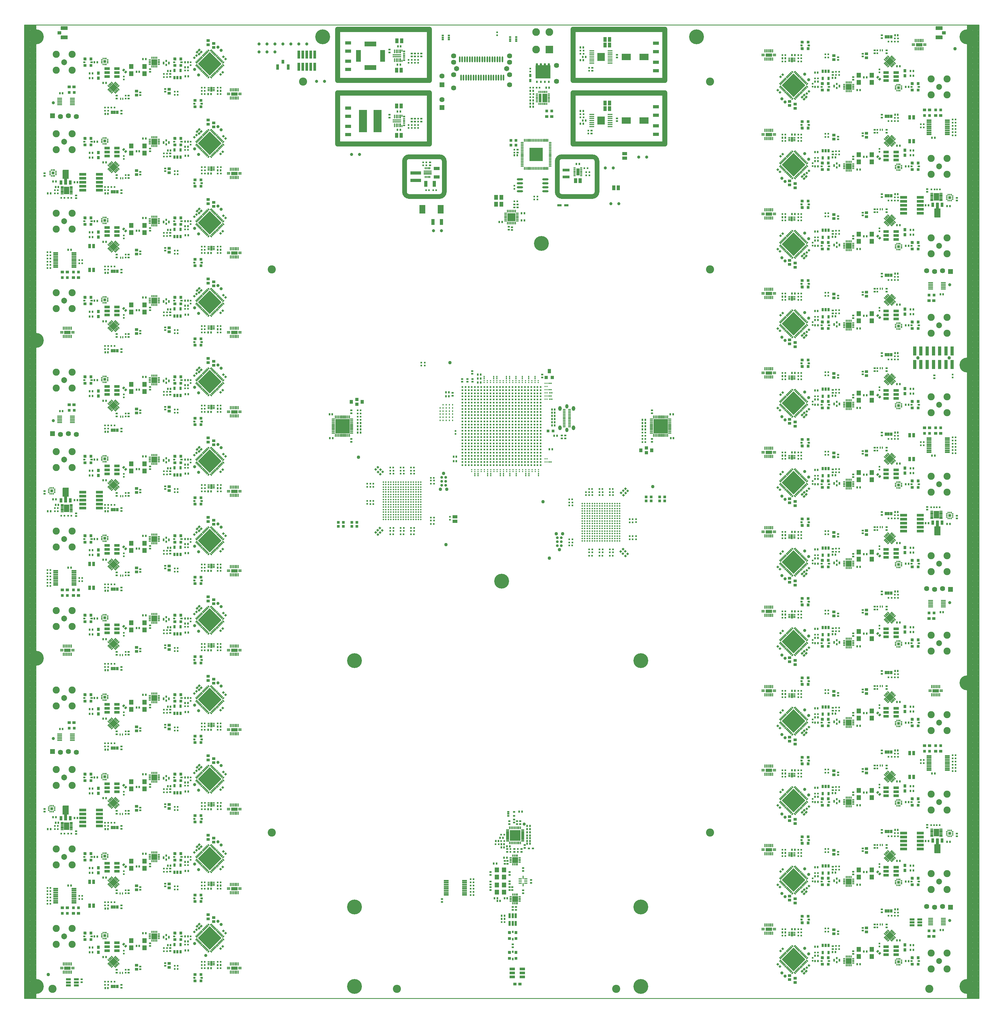
<source format=gts>
*
*
G04 PADS VX.2.3 Build Number: 9191294 generated Gerber (RS-274-X) file*
G04 PC Version=2.1*
*
%IN "radiant_v2.pcb"*%
*
%MOIN*%
*
%FSLAX35Y35*%
*
*
*
*
G04 PC Standard Apertures*
*
*
G04 Thermal Relief Aperture macro.*
%AMTER*
1,1,$1,0,0*
1,0,$1-$2,0,0*
21,0,$3,$4,0,0,45*
21,0,$3,$4,0,0,135*
%
*
*
G04 Annular Aperture macro.*
%AMANN*
1,1,$1,0,0*
1,0,$2,0,0*
%
*
*
G04 Odd Aperture macro.*
%AMODD*
1,1,$1,0,0*
1,0,$1-0.005,0,0*
%
*
*
G04 PC Custom Aperture Macros*
*
*
*
*
*
*
G04 PC Aperture Table*
*
%ADD010C,0.001*%
%ADD017C,0.002*%
%ADD034C,0.035*%
%ADD112C,0.039*%
%ADD128C,0.008*%
%ADD129C,0.00039*%
%ADD130C,0.05906*%
%ADD131C,0.005*%
%ADD134C,0.01*%
%ADD135C,0.007*%
%ADD139C,0.016*%
%ADD174R,0.064X0.017*%
%ADD204C,0.073*%
%ADD205C,0.089*%
%ADD206R,0.0355X0.03353*%
%ADD207R,0.02683X0.02369*%
%ADD208R,0.024X0.028*%
%ADD209R,0.014X0.03*%
%ADD210R,0.03X0.014*%
%ADD211R,0.074X0.074*%
%ADD212C,0.02369*%
%ADD213R,0.028X0.024*%
%ADD214R,0.029X0.024*%
%ADD215R,0.054X0.064*%
%ADD216R,0.069X0.034*%
%ADD217R,0.016X0.036*%
%ADD218R,0.132X0.132*%
%ADD219R,0.02369X0.02369*%
%ADD220R,0.02132X0.01187*%
%ADD221R,0.01187X0.02132*%
%ADD222R,0.03392X0.03392*%
%ADD223R,0.037X0.053*%
%ADD224R,0.075X0.112*%
%ADD225R,0.02369X0.0355*%
%ADD226R,0.02369X0.02762*%
%ADD227R,0.026X0.043*%
%ADD228R,0.028X0.02*%
%ADD229R,0.05124X0.05912*%
%ADD230R,0.028X0.059*%
%ADD232R,0.039X0.032*%
%ADD233R,0.042X0.034*%
%ADD234C,0.01581*%
%ADD235R,0.02565X0.03983*%
%ADD236R,0.03156X0.01581*%
%ADD237R,0.02565X0.06109*%
%ADD238R,0.06109X0.02172*%
%ADD239R,0.035X0.035*%
%ADD240C,0.02014*%
%ADD241R,0.064X0.064*%
%ADD242C,0.064*%
%ADD243R,0.03392X0.054*%
%ADD244C,0.00656*%
%ADD245R,0.18471X0.18471*%
%ADD246R,0.10243X0.28353*%
%ADD247R,0.01581X0.02762*%
%ADD248R,0.01975X0.04928*%
%ADD249R,0.01581X0.04928*%
%ADD250R,0.1103X0.01187*%
%ADD251R,0.02762X0.02369*%
%ADD252R,0.02762X0.01384*%
%ADD253R,0.075X0.043*%
%ADD254R,0.039X0.059*%
%ADD255R,0.06306X0.06306*%
%ADD256R,0.05912X0.14573*%
%ADD257R,0.14573X0.05912*%
%ADD258R,0.11817X0.08471*%
%ADD259R,0.062X0.018*%
%ADD260R,0.095X0.101*%
%ADD262O,0.09455X0.06306*%
%ADD263R,0.10243X0.01778*%
%ADD264R,0.01384X0.02762*%
%ADD265R,0.13786X0.04258*%
%ADD266R,0.043X0.075*%
%ADD267R,0.0414X0.05124*%
%ADD268R,0.04337X0.04337*%
%ADD269R,0.01424X0.03313*%
%ADD270R,0.03313X0.01424*%
%ADD271R,0.10243X0.10243*%
%ADD272R,0.016X0.02*%
%ADD273R,0.02X0.016*%
%ADD274R,0.01778X0.01581*%
%ADD275R,0.01581X0.01778*%
%ADD276R,0.01345X0.03943*%
%ADD277R,0.03943X0.01345*%
%ADD278R,0.0788X0.03943*%
%ADD279C,0.00794*%
%ADD280R,0.17132X0.17132*%
%ADD281R,0.04337X0.08668*%
%ADD282R,0.01345X0.02664*%
%ADD283R,0.02664X0.01345*%
%ADD284R,0.06109X0.1103*%
%ADD285R,0.03746X0.1103*%
%ADD286R,0.02369X0.02959*%
%ADD287R,0.097X0.097*%
%ADD288C,0.097*%
%ADD289R,0.03746X0.01581*%
%ADD291O,0.04337X0.05912*%
%ADD292R,0.075X0.106*%
%ADD293R,0.02762X0.02054*%
%ADD294C,0.018*%
%ADD295C,0.187*%
%ADD296R,0.059X0.039*%
%ADD297R,0.028X0.043*%
%ADD298O,0.01778X0.07487*%
%ADD299C,0.06502*%
%ADD300R,0.03392X0.09849*%
%ADD301C,0.043*%
%ADD302R,0.04337X0.11227*%
%ADD303C,0.04337*%
%ADD304R,0.09061X0.04534*%
%ADD305R,0.04534X0.04337*%
%ADD306R,0.089X0.034*%
%ADD307C,0.00518*%
%ADD308R,0.06896X0.0977*%
%ADD309R,0.05912X0.02762*%
%ADD310O,0.078X0.028*%
%ADD311R,0.04337X0.01778*%
%ADD312R,0.01778X0.04337*%
%ADD313R,0.055X0.028*%
%ADD314R,0.04X0.04*%
%ADD315R,0.04X0.054*%
%ADD316R,0.03353X0.0355*%
%ADD317R,0.02369X0.02683*%
%ADD325R,0.034X0.042*%
%ADD349C,0.10243*%
%ADD357O,0.03943X0.05518*%
%ADD359R,0.091X0.032*%
%ADD363R,0.0355X0.07093*%
%ADD364R,0.0355X0.04731*%
%ADD365R,0.01581X0.03156*%
*
*
*
*
G04 PC Circuitry*
G04 Layer Name radiant_v2.pcb - circuitry*
%LPD*%
*
*
G04 PC Custom Flashes*
G04 Layer Name radiant_v2.pcb - flashes*
%LPD*%
*
*
G04 PC Circuitry*
G04 Layer Name radiant_v2.pcb - circuitry*
%LPD*%
*
G54D10*
G01X185265Y183475D02*
Y180609D01*
X182220*
Y183475*
X185265*
X185659Y178937D02*
Y177066D01*
X183484*
Y178937*
X185659*
X185265Y175387D02*
Y172538D01*
X182219*
Y175387*
X185265*
X177785D02*
Y172538D01*
X174727*
Y175387*
X177785*
X176525Y178936D02*
Y177066D01*
X174331*
Y178936*
X176525*
X177785Y183472D02*
Y180609D01*
X174725*
Y183472*
X177785*
X287735Y172525D02*
Y175391D01*
X290780*
Y172525*
X287735*
X287341Y177063D02*
Y178934D01*
X289516*
Y177063*
X287341*
X287735Y180613D02*
Y183462D01*
X290781*
Y180613*
X287735*
X295215D02*
Y183462D01*
X298273*
Y180613*
X295215*
X296475Y177064D02*
Y178934D01*
X298669*
Y177064*
X296475*
X295215Y172528D02*
Y175391D01*
X298275*
Y172528*
X295215*
X185265Y283475D02*
Y280609D01*
X182220*
Y283475*
X185265*
X185659Y278937D02*
Y277066D01*
X183484*
Y278937*
X185659*
X185265Y275387D02*
Y272538D01*
X182219*
Y275387*
X185265*
X177785D02*
Y272538D01*
X174727*
Y275387*
X177785*
X176525Y278936D02*
Y277066D01*
X174331*
Y278936*
X176525*
X177785Y283472D02*
Y280609D01*
X174725*
Y283472*
X177785*
X287735Y272525D02*
Y275391D01*
X290780*
Y272525*
X287735*
X287341Y277063D02*
Y278934D01*
X289516*
Y277063*
X287341*
X287735Y280613D02*
Y283462D01*
X290781*
Y280613*
X287735*
X295215D02*
Y283462D01*
X298273*
Y280613*
X295215*
X296475Y277064D02*
Y278934D01*
X298669*
Y277064*
X296475*
X295215Y272528D02*
Y275391D01*
X298275*
Y272528*
X295215*
X185265Y383475D02*
Y380609D01*
X182220*
Y383475*
X185265*
X185659Y378937D02*
Y377066D01*
X183484*
Y378937*
X185659*
X185265Y375387D02*
Y372538D01*
X182219*
Y375387*
X185265*
X177785D02*
Y372538D01*
X174727*
Y375387*
X177785*
X176525Y378936D02*
Y377066D01*
X174331*
Y378936*
X176525*
X177785Y383472D02*
Y380609D01*
X174725*
Y383472*
X177785*
X287735Y372525D02*
Y375391D01*
X290780*
Y372525*
X287735*
X287341Y377063D02*
Y378934D01*
X289516*
Y377063*
X287341*
X287735Y380613D02*
Y383462D01*
X290781*
Y380613*
X287735*
X295215D02*
Y383462D01*
X298273*
Y380613*
X295215*
X296475Y377064D02*
Y378934D01*
X298669*
Y377064*
X296475*
X295215Y372528D02*
Y375391D01*
X298275*
Y372528*
X295215*
X185265Y483475D02*
Y480609D01*
X182220*
Y483475*
X185265*
X185659Y478937D02*
Y477066D01*
X183484*
Y478937*
X185659*
X185265Y475387D02*
Y472538D01*
X182219*
Y475387*
X185265*
X177785D02*
Y472538D01*
X174727*
Y475387*
X177785*
X176525Y478936D02*
Y477066D01*
X174331*
Y478936*
X176525*
X177785Y483472D02*
Y480609D01*
X174725*
Y483472*
X177785*
X287735Y472525D02*
Y475391D01*
X290780*
Y472525*
X287735*
X287341Y477063D02*
Y478934D01*
X289516*
Y477063*
X287341*
X287735Y480613D02*
Y483462D01*
X290781*
Y480613*
X287735*
X295215D02*
Y483462D01*
X298273*
Y480613*
X295215*
X296475Y477064D02*
Y478934D01*
X298669*
Y477064*
X296475*
X295215Y472528D02*
Y475391D01*
X298275*
Y472528*
X295215*
X313081Y120450D02*
Y123316D01*
X316126*
Y120450*
X313081*
X312687Y124988D02*
Y126859D01*
X314862*
Y124988*
X312687*
X313081Y128538D02*
Y131387D01*
X316127*
Y128538*
X313081*
X320561D02*
Y131387D01*
X323619*
Y128538*
X320561*
X321821Y124989D02*
Y126859D01*
X324015*
Y124989*
X321821*
X320561Y120453D02*
Y123316D01*
X323621*
Y120453*
X320561*
X313081Y220450D02*
Y223316D01*
X316126*
Y220450*
X313081*
X312687Y224988D02*
Y226859D01*
X314862*
Y224988*
X312687*
X313081Y228538D02*
Y231387D01*
X316127*
Y228538*
X313081*
X320561D02*
Y231387D01*
X323619*
Y228538*
X320561*
X321821Y224989D02*
Y226859D01*
X324015*
Y224989*
X321821*
X320561Y220453D02*
Y223316D01*
X323621*
Y220453*
X320561*
X313081Y320450D02*
Y323316D01*
X316126*
Y320450*
X313081*
X312687Y324988D02*
Y326859D01*
X314862*
Y324988*
X312687*
X313081Y328538D02*
Y331387D01*
X316127*
Y328538*
X313081*
X320561D02*
Y331387D01*
X323619*
Y328538*
X320561*
X321821Y324989D02*
Y326859D01*
X324015*
Y324989*
X321821*
X320561Y320453D02*
Y323316D01*
X323621*
Y320453*
X320561*
X313081Y420450D02*
Y423316D01*
X316126*
Y420450*
X313081*
X312687Y424988D02*
Y426859D01*
X314862*
Y424988*
X312687*
X313081Y428538D02*
Y431387D01*
X316127*
Y428538*
X313081*
X320561D02*
Y431387D01*
X323619*
Y428538*
X320561*
X321821Y424989D02*
Y426859D01*
X324015*
Y424989*
X321821*
X320561Y420453D02*
Y423316D01*
X323621*
Y420453*
X320561*
X185265Y583475D02*
Y580609D01*
X182220*
Y583475*
X185265*
X185659Y578937D02*
Y577066D01*
X183484*
Y578937*
X185659*
X185265Y575387D02*
Y572538D01*
X182219*
Y575387*
X185265*
X177785D02*
Y572538D01*
X174727*
Y575387*
X177785*
X176525Y578936D02*
Y577066D01*
X174331*
Y578936*
X176525*
X177785Y583472D02*
Y580609D01*
X174725*
Y583472*
X177785*
X287735Y572525D02*
Y575391D01*
X290780*
Y572525*
X287735*
X287341Y577063D02*
Y578934D01*
X289516*
Y577063*
X287341*
X287735Y580613D02*
Y583462D01*
X290781*
Y580613*
X287735*
X295215D02*
Y583462D01*
X298273*
Y580613*
X295215*
X296475Y577064D02*
Y578934D01*
X298669*
Y577064*
X296475*
X295215Y572528D02*
Y575391D01*
X298275*
Y572528*
X295215*
X313081Y520450D02*
Y523316D01*
X316126*
Y520450*
X313081*
X312687Y524988D02*
Y526859D01*
X314862*
Y524988*
X312687*
X313081Y528538D02*
Y531387D01*
X316127*
Y528538*
X313081*
X320561D02*
Y531387D01*
X323619*
Y528538*
X320561*
X321821Y524989D02*
Y526859D01*
X324015*
Y524989*
X321821*
X320561Y520453D02*
Y523316D01*
X323621*
Y520453*
X320561*
X185265Y683475D02*
Y680609D01*
X182220*
Y683475*
X185265*
X185659Y678937D02*
Y677066D01*
X183484*
Y678937*
X185659*
X185265Y675387D02*
Y672538D01*
X182219*
Y675387*
X185265*
X177785D02*
Y672538D01*
X174727*
Y675387*
X177785*
X176525Y678936D02*
Y677066D01*
X174331*
Y678936*
X176525*
X177785Y683472D02*
Y680609D01*
X174725*
Y683472*
X177785*
X287735Y672525D02*
Y675391D01*
X290780*
Y672525*
X287735*
X287341Y677063D02*
Y678934D01*
X289516*
Y677063*
X287341*
X287735Y680613D02*
Y683462D01*
X290781*
Y680613*
X287735*
X295215D02*
Y683462D01*
X298273*
Y680613*
X295215*
X296475Y677064D02*
Y678934D01*
X298669*
Y677064*
X296475*
X295215Y672528D02*
Y675391D01*
X298275*
Y672528*
X295215*
X313081Y620450D02*
Y623316D01*
X316126*
Y620450*
X313081*
X312687Y624988D02*
Y626859D01*
X314862*
Y624988*
X312687*
X313081Y628538D02*
Y631387D01*
X316127*
Y628538*
X313081*
X320561D02*
Y631387D01*
X323619*
Y628538*
X320561*
X321821Y624989D02*
Y626859D01*
X324015*
Y624989*
X321821*
X320561Y620453D02*
Y623316D01*
X323621*
Y620453*
X320561*
X185265Y783475D02*
Y780609D01*
X182220*
Y783475*
X185265*
X185659Y778937D02*
Y777066D01*
X183484*
Y778937*
X185659*
X185265Y775387D02*
Y772538D01*
X182219*
Y775387*
X185265*
X177785D02*
Y772538D01*
X174727*
Y775387*
X177785*
X176525Y778936D02*
Y777066D01*
X174331*
Y778936*
X176525*
X177785Y783472D02*
Y780609D01*
X174725*
Y783472*
X177785*
X287735Y772525D02*
Y775391D01*
X290780*
Y772525*
X287735*
X287341Y777063D02*
Y778934D01*
X289516*
Y777063*
X287341*
X287735Y780613D02*
Y783462D01*
X290781*
Y780613*
X287735*
X295215D02*
Y783462D01*
X298273*
Y780613*
X295215*
X296475Y777064D02*
Y778934D01*
X298669*
Y777064*
X296475*
X295215Y772528D02*
Y775391D01*
X298275*
Y772528*
X295215*
X313081Y720450D02*
Y723316D01*
X316126*
Y720450*
X313081*
X312687Y724988D02*
Y726859D01*
X314862*
Y724988*
X312687*
X313081Y728538D02*
Y731387D01*
X316127*
Y728538*
X313081*
X320561D02*
Y731387D01*
X323619*
Y728538*
X320561*
X321821Y724989D02*
Y726859D01*
X324015*
Y724989*
X321821*
X320561Y720453D02*
Y723316D01*
X323621*
Y720453*
X320561*
X185265Y883475D02*
Y880609D01*
X182220*
Y883475*
X185265*
X185659Y878937D02*
Y877066D01*
X183484*
Y878937*
X185659*
X185265Y875387D02*
Y872538D01*
X182219*
Y875387*
X185265*
X177785D02*
Y872538D01*
X174727*
Y875387*
X177785*
X176525Y878936D02*
Y877066D01*
X174331*
Y878936*
X176525*
X177785Y883472D02*
Y880609D01*
X174725*
Y883472*
X177785*
X287735Y872525D02*
Y875391D01*
X290780*
Y872525*
X287735*
X287341Y877063D02*
Y878934D01*
X289516*
Y877063*
X287341*
X287735Y880613D02*
Y883462D01*
X290781*
Y880613*
X287735*
X295215D02*
Y883462D01*
X298273*
Y880613*
X295215*
X296475Y877064D02*
Y878934D01*
X298669*
Y877064*
X296475*
X295215Y872528D02*
Y875391D01*
X298275*
Y872528*
X295215*
X313081Y820450D02*
Y823316D01*
X316126*
Y820450*
X313081*
X312687Y824988D02*
Y826859D01*
X314862*
Y824988*
X312687*
X313081Y828538D02*
Y831387D01*
X316127*
Y828538*
X313081*
X320561D02*
Y831387D01*
X323619*
Y828538*
X320561*
X321821Y824989D02*
Y826859D01*
X324015*
Y824989*
X321821*
X320561Y820453D02*
Y823316D01*
X323621*
Y820453*
X320561*
X185265Y983475D02*
Y980609D01*
X182220*
Y983475*
X185265*
X185659Y978937D02*
Y977066D01*
X183484*
Y978937*
X185659*
X185265Y975387D02*
Y972538D01*
X182219*
Y975387*
X185265*
X177785D02*
Y972538D01*
X174727*
Y975387*
X177785*
X176525Y978936D02*
Y977066D01*
X174331*
Y978936*
X176525*
X177785Y983472D02*
Y980609D01*
X174725*
Y983472*
X177785*
X287735Y972525D02*
Y975391D01*
X290780*
Y972525*
X287735*
X287341Y977063D02*
Y978934D01*
X289516*
Y977063*
X287341*
X287735Y980613D02*
Y983462D01*
X290781*
Y980613*
X287735*
X295215D02*
Y983462D01*
X298273*
Y980613*
X295215*
X296475Y977064D02*
Y978934D01*
X298669*
Y977064*
X296475*
X295215Y972528D02*
Y975391D01*
X298275*
Y972528*
X295215*
X313081Y920450D02*
Y923316D01*
X316126*
Y920450*
X313081*
X312687Y924988D02*
Y926859D01*
X314862*
Y924988*
X312687*
X313081Y928538D02*
Y931387D01*
X316127*
Y928538*
X313081*
X320561D02*
Y931387D01*
X323619*
Y928538*
X320561*
X321821Y924989D02*
Y926859D01*
X324015*
Y924989*
X321821*
X320561Y920453D02*
Y923316D01*
X323621*
Y920453*
X320561*
X185265Y1083475D02*
Y1080609D01*
X182220*
Y1083475*
X185265*
X185659Y1078937D02*
Y1077066D01*
X183484*
Y1078937*
X185659*
X185265Y1075387D02*
Y1072538D01*
X182219*
Y1075387*
X185265*
X177785D02*
Y1072538D01*
X174727*
Y1075387*
X177785*
X176525Y1078936D02*
Y1077066D01*
X174331*
Y1078936*
X176525*
X177785Y1083472D02*
Y1080609D01*
X174725*
Y1083472*
X177785*
X287735Y1072525D02*
Y1075391D01*
X290780*
Y1072525*
X287735*
X287341Y1077063D02*
Y1078934D01*
X289516*
Y1077063*
X287341*
X287735Y1080613D02*
Y1083462D01*
X290781*
Y1080613*
X287735*
X295215D02*
Y1083462D01*
X298273*
Y1080613*
X295215*
X296475Y1077064D02*
Y1078934D01*
X298669*
Y1077064*
X296475*
X295215Y1072528D02*
Y1075391D01*
X298275*
Y1072528*
X295215*
X313081Y1020450D02*
Y1023316D01*
X316126*
Y1020450*
X313081*
X312687Y1024988D02*
Y1026859D01*
X314862*
Y1024988*
X312687*
X313081Y1028538D02*
Y1031387D01*
X316127*
Y1028538*
X313081*
X320561D02*
Y1031387D01*
X323619*
Y1028538*
X320561*
X321821Y1024989D02*
Y1026859D01*
X324015*
Y1024989*
X321821*
X320561Y1020453D02*
Y1023316D01*
X323621*
Y1020453*
X320561*
X185265Y1183475D02*
Y1180609D01*
X182220*
Y1183475*
X185265*
X185659Y1178937D02*
Y1177066D01*
X183484*
Y1178937*
X185659*
X185265Y1175387D02*
Y1172538D01*
X182219*
Y1175387*
X185265*
X177785D02*
Y1172538D01*
X174727*
Y1175387*
X177785*
X176525Y1178936D02*
Y1177066D01*
X174331*
Y1178936*
X176525*
X177785Y1183472D02*
Y1180609D01*
X174725*
Y1183472*
X177785*
X287735Y1172525D02*
Y1175391D01*
X290780*
Y1172525*
X287735*
X287341Y1177063D02*
Y1178934D01*
X289516*
Y1177063*
X287341*
X287735Y1180613D02*
Y1183462D01*
X290781*
Y1180613*
X287735*
X295215D02*
Y1183462D01*
X298273*
Y1180613*
X295215*
X296475Y1177064D02*
Y1178934D01*
X298669*
Y1177064*
X296475*
X295215Y1172528D02*
Y1175391D01*
X298275*
Y1172528*
X295215*
X313081Y1120450D02*
Y1123316D01*
X316126*
Y1120450*
X313081*
X312687Y1124988D02*
Y1126859D01*
X314862*
Y1124988*
X312687*
X313081Y1128538D02*
Y1131387D01*
X316127*
Y1128538*
X313081*
X320561D02*
Y1131387D01*
X323619*
Y1128538*
X320561*
X321821Y1124989D02*
Y1126859D01*
X324015*
Y1124989*
X321821*
X320561Y1120453D02*
Y1123316D01*
X323621*
Y1120453*
X320561*
X185265Y1283475D02*
Y1280609D01*
X182220*
Y1283475*
X185265*
X185659Y1278937D02*
Y1277066D01*
X183484*
Y1278937*
X185659*
X185265Y1275387D02*
Y1272538D01*
X182219*
Y1275387*
X185265*
X177785D02*
Y1272538D01*
X174727*
Y1275387*
X177785*
X176525Y1278936D02*
Y1277066D01*
X174331*
Y1278936*
X176525*
X177785Y1283472D02*
Y1280609D01*
X174725*
Y1283472*
X177785*
X287735Y1272525D02*
Y1275391D01*
X290780*
Y1272525*
X287735*
X287341Y1277063D02*
Y1278934D01*
X289516*
Y1277063*
X287341*
X287735Y1280613D02*
Y1283462D01*
X290781*
Y1280613*
X287735*
X295215D02*
Y1283462D01*
X298273*
Y1280613*
X295215*
X296475Y1277064D02*
Y1278934D01*
X298669*
Y1277064*
X296475*
X295215Y1272528D02*
Y1275391D01*
X298275*
Y1272528*
X295215*
X313081Y1220450D02*
Y1223316D01*
X316126*
Y1220450*
X313081*
X312687Y1224988D02*
Y1226859D01*
X314862*
Y1224988*
X312687*
X313081Y1228538D02*
Y1231387D01*
X316127*
Y1228538*
X313081*
X320561D02*
Y1231387D01*
X323619*
Y1228538*
X320561*
X321821Y1224989D02*
Y1226859D01*
X324015*
Y1224989*
X321821*
X320561Y1220453D02*
Y1223316D01*
X323621*
Y1220453*
X320561*
X1214735Y1241525D02*
Y1244391D01*
X1217780*
Y1241525*
X1214735*
X1214341Y1246063D02*
Y1247934D01*
X1216516*
Y1246063*
X1214341*
X1214735Y1249613D02*
Y1252462D01*
X1217781*
Y1249613*
X1214735*
X1222215D02*
Y1252462D01*
X1225273*
Y1249613*
X1222215*
X1223475Y1246064D02*
Y1247934D01*
X1225669*
Y1246064*
X1223475*
X1222215Y1241528D02*
Y1244391D01*
X1225275*
Y1241528*
X1222215*
X1112265Y1252475D02*
Y1249609D01*
X1109220*
Y1252475*
X1112265*
X1112659Y1247937D02*
Y1246066D01*
X1110484*
Y1247937*
X1112659*
X1112265Y1244387D02*
Y1241538D01*
X1109219*
Y1244387*
X1112265*
X1104785D02*
Y1241538D01*
X1101727*
Y1244387*
X1104785*
X1103525Y1247936D02*
Y1246066D01*
X1101331*
Y1247936*
X1103525*
X1104785Y1252472D02*
Y1249609D01*
X1101725*
Y1252472*
X1104785*
X1086919Y1304550D02*
Y1301684D01*
X1083874*
Y1304550*
X1086919*
X1087313Y1300012D02*
Y1298141D01*
X1085138*
Y1300012*
X1087313*
X1086919Y1296462D02*
Y1293613D01*
X1083873*
Y1296462*
X1086919*
X1079439D02*
Y1293613D01*
X1076381*
Y1296462*
X1079439*
X1078179Y1300011D02*
Y1298141D01*
X1075985*
Y1300011*
X1078179*
X1079439Y1304547D02*
Y1301684D01*
X1076379*
Y1304547*
X1079439*
X1214735Y1141525D02*
Y1144391D01*
X1217780*
Y1141525*
X1214735*
X1214341Y1146063D02*
Y1147934D01*
X1216516*
Y1146063*
X1214341*
X1214735Y1149613D02*
Y1152462D01*
X1217781*
Y1149613*
X1214735*
X1222215D02*
Y1152462D01*
X1225273*
Y1149613*
X1222215*
X1223475Y1146064D02*
Y1147934D01*
X1225669*
Y1146064*
X1223475*
X1222215Y1141528D02*
Y1144391D01*
X1225275*
Y1141528*
X1222215*
X1112265Y1152475D02*
Y1149609D01*
X1109220*
Y1152475*
X1112265*
X1112659Y1147937D02*
Y1146066D01*
X1110484*
Y1147937*
X1112659*
X1112265Y1144387D02*
Y1141538D01*
X1109219*
Y1144387*
X1112265*
X1104785D02*
Y1141538D01*
X1101727*
Y1144387*
X1104785*
X1103525Y1147936D02*
Y1146066D01*
X1101331*
Y1147936*
X1103525*
X1104785Y1152472D02*
Y1149609D01*
X1101725*
Y1152472*
X1104785*
X1086919Y1204550D02*
Y1201684D01*
X1083874*
Y1204550*
X1086919*
X1087313Y1200012D02*
Y1198141D01*
X1085138*
Y1200012*
X1087313*
X1086919Y1196462D02*
Y1193613D01*
X1083873*
Y1196462*
X1086919*
X1079439D02*
Y1193613D01*
X1076381*
Y1196462*
X1079439*
X1078179Y1200011D02*
Y1198141D01*
X1075985*
Y1200011*
X1078179*
X1079439Y1204547D02*
Y1201684D01*
X1076379*
Y1204547*
X1079439*
X1214735Y1041525D02*
Y1044391D01*
X1217780*
Y1041525*
X1214735*
X1214341Y1046063D02*
Y1047934D01*
X1216516*
Y1046063*
X1214341*
X1214735Y1049613D02*
Y1052462D01*
X1217781*
Y1049613*
X1214735*
X1222215D02*
Y1052462D01*
X1225273*
Y1049613*
X1222215*
X1223475Y1046064D02*
Y1047934D01*
X1225669*
Y1046064*
X1223475*
X1222215Y1041528D02*
Y1044391D01*
X1225275*
Y1041528*
X1222215*
X1112265Y1052475D02*
Y1049609D01*
X1109220*
Y1052475*
X1112265*
X1112659Y1047937D02*
Y1046066D01*
X1110484*
Y1047937*
X1112659*
X1112265Y1044387D02*
Y1041538D01*
X1109219*
Y1044387*
X1112265*
X1104785D02*
Y1041538D01*
X1101727*
Y1044387*
X1104785*
X1103525Y1047936D02*
Y1046066D01*
X1101331*
Y1047936*
X1103525*
X1104785Y1052472D02*
Y1049609D01*
X1101725*
Y1052472*
X1104785*
X1086919Y1104550D02*
Y1101684D01*
X1083874*
Y1104550*
X1086919*
X1087313Y1100012D02*
Y1098141D01*
X1085138*
Y1100012*
X1087313*
X1086919Y1096462D02*
Y1093613D01*
X1083873*
Y1096462*
X1086919*
X1079439D02*
Y1093613D01*
X1076381*
Y1096462*
X1079439*
X1078179Y1100011D02*
Y1098141D01*
X1075985*
Y1100011*
X1078179*
X1079439Y1104547D02*
Y1101684D01*
X1076379*
Y1104547*
X1079439*
X1214735Y941525D02*
Y944391D01*
X1217780*
Y941525*
X1214735*
X1214341Y946063D02*
Y947934D01*
X1216516*
Y946063*
X1214341*
X1214735Y949613D02*
Y952462D01*
X1217781*
Y949613*
X1214735*
X1222215D02*
Y952462D01*
X1225273*
Y949613*
X1222215*
X1223475Y946064D02*
Y947934D01*
X1225669*
Y946064*
X1223475*
X1222215Y941528D02*
Y944391D01*
X1225275*
Y941528*
X1222215*
X1112265Y952475D02*
Y949609D01*
X1109220*
Y952475*
X1112265*
X1112659Y947937D02*
Y946066D01*
X1110484*
Y947937*
X1112659*
X1112265Y944387D02*
Y941538D01*
X1109219*
Y944387*
X1112265*
X1104785D02*
Y941538D01*
X1101727*
Y944387*
X1104785*
X1103525Y947936D02*
Y946066D01*
X1101331*
Y947936*
X1103525*
X1104785Y952472D02*
Y949609D01*
X1101725*
Y952472*
X1104785*
X1086919Y1004550D02*
Y1001684D01*
X1083874*
Y1004550*
X1086919*
X1087313Y1000012D02*
Y998141D01*
X1085138*
Y1000012*
X1087313*
X1086919Y996462D02*
Y993613D01*
X1083873*
Y996462*
X1086919*
X1079439D02*
Y993613D01*
X1076381*
Y996462*
X1079439*
X1078179Y1000011D02*
Y998141D01*
X1075985*
Y1000011*
X1078179*
X1079439Y1004547D02*
Y1001684D01*
X1076379*
Y1004547*
X1079439*
X1214735Y841525D02*
Y844391D01*
X1217780*
Y841525*
X1214735*
X1214341Y846063D02*
Y847934D01*
X1216516*
Y846063*
X1214341*
X1214735Y849613D02*
Y852462D01*
X1217781*
Y849613*
X1214735*
X1222215D02*
Y852462D01*
X1225273*
Y849613*
X1222215*
X1223475Y846064D02*
Y847934D01*
X1225669*
Y846064*
X1223475*
X1222215Y841528D02*
Y844391D01*
X1225275*
Y841528*
X1222215*
X1112265Y852475D02*
Y849609D01*
X1109220*
Y852475*
X1112265*
X1112659Y847937D02*
Y846066D01*
X1110484*
Y847937*
X1112659*
X1112265Y844387D02*
Y841538D01*
X1109219*
Y844387*
X1112265*
X1104785D02*
Y841538D01*
X1101727*
Y844387*
X1104785*
X1103525Y847936D02*
Y846066D01*
X1101331*
Y847936*
X1103525*
X1104785Y852472D02*
Y849609D01*
X1101725*
Y852472*
X1104785*
X1086919Y904550D02*
Y901684D01*
X1083874*
Y904550*
X1086919*
X1087313Y900012D02*
Y898141D01*
X1085138*
Y900012*
X1087313*
X1086919Y896462D02*
Y893613D01*
X1083873*
Y896462*
X1086919*
X1079439D02*
Y893613D01*
X1076381*
Y896462*
X1079439*
X1078179Y900011D02*
Y898141D01*
X1075985*
Y900011*
X1078179*
X1079439Y904547D02*
Y901684D01*
X1076379*
Y904547*
X1079439*
X1214735Y741525D02*
Y744391D01*
X1217780*
Y741525*
X1214735*
X1214341Y746063D02*
Y747934D01*
X1216516*
Y746063*
X1214341*
X1214735Y749613D02*
Y752462D01*
X1217781*
Y749613*
X1214735*
X1222215D02*
Y752462D01*
X1225273*
Y749613*
X1222215*
X1223475Y746064D02*
Y747934D01*
X1225669*
Y746064*
X1223475*
X1222215Y741528D02*
Y744391D01*
X1225275*
Y741528*
X1222215*
X1112265Y752475D02*
Y749609D01*
X1109220*
Y752475*
X1112265*
X1112659Y747937D02*
Y746066D01*
X1110484*
Y747937*
X1112659*
X1112265Y744387D02*
Y741538D01*
X1109219*
Y744387*
X1112265*
X1104785D02*
Y741538D01*
X1101727*
Y744387*
X1104785*
X1103525Y747936D02*
Y746066D01*
X1101331*
Y747936*
X1103525*
X1104785Y752472D02*
Y749609D01*
X1101725*
Y752472*
X1104785*
X1086919Y804550D02*
Y801684D01*
X1083874*
Y804550*
X1086919*
X1087313Y800012D02*
Y798141D01*
X1085138*
Y800012*
X1087313*
X1086919Y796462D02*
Y793613D01*
X1083873*
Y796462*
X1086919*
X1079439D02*
Y793613D01*
X1076381*
Y796462*
X1079439*
X1078179Y800011D02*
Y798141D01*
X1075985*
Y800011*
X1078179*
X1079439Y804547D02*
Y801684D01*
X1076379*
Y804547*
X1079439*
X1214735Y641525D02*
Y644391D01*
X1217780*
Y641525*
X1214735*
X1214341Y646063D02*
Y647934D01*
X1216516*
Y646063*
X1214341*
X1214735Y649613D02*
Y652462D01*
X1217781*
Y649613*
X1214735*
X1222215D02*
Y652462D01*
X1225273*
Y649613*
X1222215*
X1223475Y646064D02*
Y647934D01*
X1225669*
Y646064*
X1223475*
X1222215Y641528D02*
Y644391D01*
X1225275*
Y641528*
X1222215*
X1112265Y652475D02*
Y649609D01*
X1109220*
Y652475*
X1112265*
X1112659Y647937D02*
Y646066D01*
X1110484*
Y647937*
X1112659*
X1112265Y644387D02*
Y641538D01*
X1109219*
Y644387*
X1112265*
X1104785D02*
Y641538D01*
X1101727*
Y644387*
X1104785*
X1103525Y647936D02*
Y646066D01*
X1101331*
Y647936*
X1103525*
X1104785Y652472D02*
Y649609D01*
X1101725*
Y652472*
X1104785*
X1086919Y704550D02*
Y701684D01*
X1083874*
Y704550*
X1086919*
X1087313Y700012D02*
Y698141D01*
X1085138*
Y700012*
X1087313*
X1086919Y696462D02*
Y693613D01*
X1083873*
Y696462*
X1086919*
X1079439D02*
Y693613D01*
X1076381*
Y696462*
X1079439*
X1078179Y700011D02*
Y698141D01*
X1075985*
Y700011*
X1078179*
X1079439Y704547D02*
Y701684D01*
X1076379*
Y704547*
X1079439*
X1214735Y541525D02*
Y544391D01*
X1217780*
Y541525*
X1214735*
X1214341Y546063D02*
Y547934D01*
X1216516*
Y546063*
X1214341*
X1214735Y549613D02*
Y552462D01*
X1217781*
Y549613*
X1214735*
X1222215D02*
Y552462D01*
X1225273*
Y549613*
X1222215*
X1223475Y546064D02*
Y547934D01*
X1225669*
Y546064*
X1223475*
X1222215Y541528D02*
Y544391D01*
X1225275*
Y541528*
X1222215*
X1112265Y552475D02*
Y549609D01*
X1109220*
Y552475*
X1112265*
X1112659Y547937D02*
Y546066D01*
X1110484*
Y547937*
X1112659*
X1112265Y544387D02*
Y541538D01*
X1109219*
Y544387*
X1112265*
X1104785D02*
Y541538D01*
X1101727*
Y544387*
X1104785*
X1103525Y547936D02*
Y546066D01*
X1101331*
Y547936*
X1103525*
X1104785Y552472D02*
Y549609D01*
X1101725*
Y552472*
X1104785*
X1086919Y604550D02*
Y601684D01*
X1083874*
Y604550*
X1086919*
X1087313Y600012D02*
Y598141D01*
X1085138*
Y600012*
X1087313*
X1086919Y596462D02*
Y593613D01*
X1083873*
Y596462*
X1086919*
X1079439D02*
Y593613D01*
X1076381*
Y596462*
X1079439*
X1078179Y600011D02*
Y598141D01*
X1075985*
Y600011*
X1078179*
X1079439Y604547D02*
Y601684D01*
X1076379*
Y604547*
X1079439*
X1214735Y441525D02*
Y444391D01*
X1217780*
Y441525*
X1214735*
X1214341Y446063D02*
Y447934D01*
X1216516*
Y446063*
X1214341*
X1214735Y449613D02*
Y452462D01*
X1217781*
Y449613*
X1214735*
X1222215D02*
Y452462D01*
X1225273*
Y449613*
X1222215*
X1223475Y446064D02*
Y447934D01*
X1225669*
Y446064*
X1223475*
X1222215Y441528D02*
Y444391D01*
X1225275*
Y441528*
X1222215*
X1112265Y452475D02*
Y449609D01*
X1109220*
Y452475*
X1112265*
X1112659Y447937D02*
Y446066D01*
X1110484*
Y447937*
X1112659*
X1112265Y444387D02*
Y441538D01*
X1109219*
Y444387*
X1112265*
X1104785D02*
Y441538D01*
X1101727*
Y444387*
X1104785*
X1103525Y447936D02*
Y446066D01*
X1101331*
Y447936*
X1103525*
X1104785Y452472D02*
Y449609D01*
X1101725*
Y452472*
X1104785*
X1086919Y504550D02*
Y501684D01*
X1083874*
Y504550*
X1086919*
X1087313Y500012D02*
Y498141D01*
X1085138*
Y500012*
X1087313*
X1086919Y496462D02*
Y493613D01*
X1083873*
Y496462*
X1086919*
X1079439D02*
Y493613D01*
X1076381*
Y496462*
X1079439*
X1078179Y500011D02*
Y498141D01*
X1075985*
Y500011*
X1078179*
X1079439Y504547D02*
Y501684D01*
X1076379*
Y504547*
X1079439*
X1214735Y341525D02*
Y344391D01*
X1217780*
Y341525*
X1214735*
X1214341Y346063D02*
Y347934D01*
X1216516*
Y346063*
X1214341*
X1214735Y349613D02*
Y352462D01*
X1217781*
Y349613*
X1214735*
X1222215D02*
Y352462D01*
X1225273*
Y349613*
X1222215*
X1223475Y346064D02*
Y347934D01*
X1225669*
Y346064*
X1223475*
X1222215Y341528D02*
Y344391D01*
X1225275*
Y341528*
X1222215*
X1112265Y352475D02*
Y349609D01*
X1109220*
Y352475*
X1112265*
X1112659Y347937D02*
Y346066D01*
X1110484*
Y347937*
X1112659*
X1112265Y344387D02*
Y341538D01*
X1109219*
Y344387*
X1112265*
X1104785D02*
Y341538D01*
X1101727*
Y344387*
X1104785*
X1103525Y347936D02*
Y346066D01*
X1101331*
Y347936*
X1103525*
X1104785Y352472D02*
Y349609D01*
X1101725*
Y352472*
X1104785*
X1086919Y404550D02*
Y401684D01*
X1083874*
Y404550*
X1086919*
X1087313Y400012D02*
Y398141D01*
X1085138*
Y400012*
X1087313*
X1086919Y396462D02*
Y393613D01*
X1083873*
Y396462*
X1086919*
X1079439D02*
Y393613D01*
X1076381*
Y396462*
X1079439*
X1078179Y400011D02*
Y398141D01*
X1075985*
Y400011*
X1078179*
X1079439Y404547D02*
Y401684D01*
X1076379*
Y404547*
X1079439*
X1214735Y241525D02*
Y244391D01*
X1217780*
Y241525*
X1214735*
X1214341Y246063D02*
Y247934D01*
X1216516*
Y246063*
X1214341*
X1214735Y249613D02*
Y252462D01*
X1217781*
Y249613*
X1214735*
X1222215D02*
Y252462D01*
X1225273*
Y249613*
X1222215*
X1223475Y246064D02*
Y247934D01*
X1225669*
Y246064*
X1223475*
X1222215Y241528D02*
Y244391D01*
X1225275*
Y241528*
X1222215*
X1112265Y252475D02*
Y249609D01*
X1109220*
Y252475*
X1112265*
X1112659Y247937D02*
Y246066D01*
X1110484*
Y247937*
X1112659*
X1112265Y244387D02*
Y241538D01*
X1109219*
Y244387*
X1112265*
X1104785D02*
Y241538D01*
X1101727*
Y244387*
X1104785*
X1103525Y247936D02*
Y246066D01*
X1101331*
Y247936*
X1103525*
X1104785Y252472D02*
Y249609D01*
X1101725*
Y252472*
X1104785*
X1086919Y304550D02*
Y301684D01*
X1083874*
Y304550*
X1086919*
X1087313Y300012D02*
Y298141D01*
X1085138*
Y300012*
X1087313*
X1086919Y296462D02*
Y293613D01*
X1083873*
Y296462*
X1086919*
X1079439D02*
Y293613D01*
X1076381*
Y296462*
X1079439*
X1078179Y300011D02*
Y298141D01*
X1075985*
Y300011*
X1078179*
X1079439Y304547D02*
Y301684D01*
X1076379*
Y304547*
X1079439*
X1214735Y141525D02*
Y144391D01*
X1217780*
Y141525*
X1214735*
X1214341Y146063D02*
Y147934D01*
X1216516*
Y146063*
X1214341*
X1214735Y149613D02*
Y152462D01*
X1217781*
Y149613*
X1214735*
X1222215D02*
Y152462D01*
X1225273*
Y149613*
X1222215*
X1223475Y146064D02*
Y147934D01*
X1225669*
Y146064*
X1223475*
X1222215Y141528D02*
Y144391D01*
X1225275*
Y141528*
X1222215*
X1112265Y152475D02*
Y149609D01*
X1109220*
Y152475*
X1112265*
X1112659Y147937D02*
Y146066D01*
X1110484*
Y147937*
X1112659*
X1112265Y144387D02*
Y141538D01*
X1109219*
Y144387*
X1112265*
X1104785D02*
Y141538D01*
X1101727*
Y144387*
X1104785*
X1103525Y147936D02*
Y146066D01*
X1101331*
Y147936*
X1103525*
X1104785Y152472D02*
Y149609D01*
X1101725*
Y152472*
X1104785*
X1086919Y204550D02*
Y201684D01*
X1083874*
Y204550*
X1086919*
X1087313Y200012D02*
Y198141D01*
X1085138*
Y200012*
X1087313*
X1086919Y196462D02*
Y193613D01*
X1083873*
Y196462*
X1086919*
X1079439D02*
Y193613D01*
X1076381*
Y196462*
X1079439*
X1078179Y200011D02*
Y198141D01*
X1075985*
Y200011*
X1078179*
X1079439Y204547D02*
Y201684D01*
X1076379*
Y204547*
X1079439*
X708525Y184265D02*
X711391D01*
Y181220*
X708525*
Y184265*
X713063Y184659D02*
X714934D01*
Y182484*
X713063*
Y184659*
X716613Y184265D02*
X719462D01*
Y181219*
X716613*
Y184265*
Y176785D02*
X719462D01*
Y173727*
X716613*
Y176785*
X713064Y175525D02*
X714934D01*
Y173331*
X713064*
Y175525*
X708528Y176785D02*
X711391D01*
Y173725*
X708528*
Y176785*
X719475Y148735D02*
X716609D01*
Y151780*
X719475*
Y148735*
X714937Y148341D02*
X713066D01*
Y150516*
X714937*
Y148341*
X711387Y148735D02*
X708538D01*
Y151781*
X711387*
Y148735*
Y156215D02*
X708538D01*
Y159273*
X711387*
Y156215*
X714936Y157475D02*
X713066D01*
Y159669*
X714936*
Y157475*
X719472Y156215D02*
X716609D01*
Y159275*
X719472*
Y156215*
X182220Y183408D02*
X185265D01*
X182220Y182708D02*
X185265D01*
X182220Y182008D02*
X185265D01*
X182220Y181308D02*
X185265D01*
X183484Y178465D02*
X185659D01*
X183484Y177765D02*
X185659D01*
X182219Y175337D02*
X185265D01*
X182219Y174637D02*
X185265D01*
X182219Y173937D02*
X185265D01*
X182219Y173237D02*
X185265D01*
X174727Y175337D02*
X177785D01*
X174727Y174637D02*
X177785D01*
X174727Y173937D02*
X177785D01*
X174727Y173237D02*
X177785D01*
X174331Y178465D02*
X176525D01*
X174331Y177765D02*
X176525D01*
X174725Y183408D02*
X177785D01*
X174725Y182708D02*
X177785D01*
X174725Y182008D02*
X177785D01*
X174725Y181308D02*
X177785D01*
X287735Y175324D02*
X290780D01*
X287735Y174624D02*
X290780D01*
X287735Y173924D02*
X290780D01*
X287735Y173224D02*
X290780D01*
X287341Y178462D02*
X289516D01*
X287341Y177762D02*
X289516D01*
X287735Y183412D02*
X290781D01*
X287735Y182712D02*
X290781D01*
X287735Y182012D02*
X290781D01*
X287735Y181312D02*
X290781D01*
X295215Y183412D02*
X298273D01*
X295215Y182712D02*
X298273D01*
X295215Y182012D02*
X298273D01*
X295215Y181312D02*
X298273D01*
X296475Y178463D02*
X298669D01*
X296475Y177763D02*
X298669D01*
X295215Y175327D02*
X298275D01*
X295215Y174627D02*
X298275D01*
X295215Y173927D02*
X298275D01*
X295215Y173227D02*
X298275D01*
X182220Y283408D02*
X185265D01*
X182220Y282708D02*
X185265D01*
X182220Y282008D02*
X185265D01*
X182220Y281308D02*
X185265D01*
X183484Y278465D02*
X185659D01*
X183484Y277765D02*
X185659D01*
X182219Y275337D02*
X185265D01*
X182219Y274637D02*
X185265D01*
X182219Y273937D02*
X185265D01*
X182219Y273237D02*
X185265D01*
X174727Y275337D02*
X177785D01*
X174727Y274637D02*
X177785D01*
X174727Y273937D02*
X177785D01*
X174727Y273237D02*
X177785D01*
X174331Y278465D02*
X176525D01*
X174331Y277765D02*
X176525D01*
X174725Y283408D02*
X177785D01*
X174725Y282708D02*
X177785D01*
X174725Y282008D02*
X177785D01*
X174725Y281308D02*
X177785D01*
X287735Y275324D02*
X290780D01*
X287735Y274624D02*
X290780D01*
X287735Y273924D02*
X290780D01*
X287735Y273224D02*
X290780D01*
X287341Y278462D02*
X289516D01*
X287341Y277762D02*
X289516D01*
X287735Y283412D02*
X290781D01*
X287735Y282712D02*
X290781D01*
X287735Y282012D02*
X290781D01*
X287735Y281312D02*
X290781D01*
X295215Y283412D02*
X298273D01*
X295215Y282712D02*
X298273D01*
X295215Y282012D02*
X298273D01*
X295215Y281312D02*
X298273D01*
X296475Y278463D02*
X298669D01*
X296475Y277763D02*
X298669D01*
X295215Y275327D02*
X298275D01*
X295215Y274627D02*
X298275D01*
X295215Y273927D02*
X298275D01*
X295215Y273227D02*
X298275D01*
X182220Y383408D02*
X185265D01*
X182220Y382708D02*
X185265D01*
X182220Y382008D02*
X185265D01*
X182220Y381308D02*
X185265D01*
X183484Y378465D02*
X185659D01*
X183484Y377765D02*
X185659D01*
X182219Y375337D02*
X185265D01*
X182219Y374637D02*
X185265D01*
X182219Y373937D02*
X185265D01*
X182219Y373237D02*
X185265D01*
X174727Y375337D02*
X177785D01*
X174727Y374637D02*
X177785D01*
X174727Y373937D02*
X177785D01*
X174727Y373237D02*
X177785D01*
X174331Y378465D02*
X176525D01*
X174331Y377765D02*
X176525D01*
X174725Y383408D02*
X177785D01*
X174725Y382708D02*
X177785D01*
X174725Y382008D02*
X177785D01*
X174725Y381308D02*
X177785D01*
X287735Y375324D02*
X290780D01*
X287735Y374624D02*
X290780D01*
X287735Y373924D02*
X290780D01*
X287735Y373224D02*
X290780D01*
X287341Y378462D02*
X289516D01*
X287341Y377762D02*
X289516D01*
X287735Y383412D02*
X290781D01*
X287735Y382712D02*
X290781D01*
X287735Y382012D02*
X290781D01*
X287735Y381312D02*
X290781D01*
X295215Y383412D02*
X298273D01*
X295215Y382712D02*
X298273D01*
X295215Y382012D02*
X298273D01*
X295215Y381312D02*
X298273D01*
X296475Y378463D02*
X298669D01*
X296475Y377763D02*
X298669D01*
X295215Y375327D02*
X298275D01*
X295215Y374627D02*
X298275D01*
X295215Y373927D02*
X298275D01*
X295215Y373227D02*
X298275D01*
X182220Y483408D02*
X185265D01*
X182220Y482708D02*
X185265D01*
X182220Y482008D02*
X185265D01*
X182220Y481308D02*
X185265D01*
X183484Y478465D02*
X185659D01*
X183484Y477765D02*
X185659D01*
X182219Y475337D02*
X185265D01*
X182219Y474637D02*
X185265D01*
X182219Y473937D02*
X185265D01*
X182219Y473237D02*
X185265D01*
X174727Y475337D02*
X177785D01*
X174727Y474637D02*
X177785D01*
X174727Y473937D02*
X177785D01*
X174727Y473237D02*
X177785D01*
X174331Y478465D02*
X176525D01*
X174331Y477765D02*
X176525D01*
X174725Y483408D02*
X177785D01*
X174725Y482708D02*
X177785D01*
X174725Y482008D02*
X177785D01*
X174725Y481308D02*
X177785D01*
X287735Y475324D02*
X290780D01*
X287735Y474624D02*
X290780D01*
X287735Y473924D02*
X290780D01*
X287735Y473224D02*
X290780D01*
X287341Y478462D02*
X289516D01*
X287341Y477762D02*
X289516D01*
X287735Y483412D02*
X290781D01*
X287735Y482712D02*
X290781D01*
X287735Y482012D02*
X290781D01*
X287735Y481312D02*
X290781D01*
X295215Y483412D02*
X298273D01*
X295215Y482712D02*
X298273D01*
X295215Y482012D02*
X298273D01*
X295215Y481312D02*
X298273D01*
X296475Y478463D02*
X298669D01*
X296475Y477763D02*
X298669D01*
X295215Y475327D02*
X298275D01*
X295215Y474627D02*
X298275D01*
X295215Y473927D02*
X298275D01*
X295215Y473227D02*
X298275D01*
X313081Y123249D02*
X316126D01*
X313081Y122549D02*
X316126D01*
X313081Y121849D02*
X316126D01*
X313081Y121149D02*
X316126D01*
X312687Y126387D02*
X314862D01*
X312687Y125687D02*
X314862D01*
X313081Y131337D02*
X316127D01*
X313081Y130637D02*
X316127D01*
X313081Y129937D02*
X316127D01*
X313081Y129237D02*
X316127D01*
X320561Y131337D02*
X323619D01*
X320561Y130637D02*
X323619D01*
X320561Y129937D02*
X323619D01*
X320561Y129237D02*
X323619D01*
X321821Y126388D02*
X324015D01*
X321821Y125688D02*
X324015D01*
X320561Y123252D02*
X323621D01*
X320561Y122552D02*
X323621D01*
X320561Y121852D02*
X323621D01*
X320561Y121152D02*
X323621D01*
X313081Y223249D02*
X316126D01*
X313081Y222549D02*
X316126D01*
X313081Y221849D02*
X316126D01*
X313081Y221149D02*
X316126D01*
X312687Y226387D02*
X314862D01*
X312687Y225687D02*
X314862D01*
X313081Y231337D02*
X316127D01*
X313081Y230637D02*
X316127D01*
X313081Y229937D02*
X316127D01*
X313081Y229237D02*
X316127D01*
X320561Y231337D02*
X323619D01*
X320561Y230637D02*
X323619D01*
X320561Y229937D02*
X323619D01*
X320561Y229237D02*
X323619D01*
X321821Y226388D02*
X324015D01*
X321821Y225688D02*
X324015D01*
X320561Y223252D02*
X323621D01*
X320561Y222552D02*
X323621D01*
X320561Y221852D02*
X323621D01*
X320561Y221152D02*
X323621D01*
X313081Y323249D02*
X316126D01*
X313081Y322549D02*
X316126D01*
X313081Y321849D02*
X316126D01*
X313081Y321149D02*
X316126D01*
X312687Y326387D02*
X314862D01*
X312687Y325687D02*
X314862D01*
X313081Y331337D02*
X316127D01*
X313081Y330637D02*
X316127D01*
X313081Y329937D02*
X316127D01*
X313081Y329237D02*
X316127D01*
X320561Y331337D02*
X323619D01*
X320561Y330637D02*
X323619D01*
X320561Y329937D02*
X323619D01*
X320561Y329237D02*
X323619D01*
X321821Y326388D02*
X324015D01*
X321821Y325688D02*
X324015D01*
X320561Y323252D02*
X323621D01*
X320561Y322552D02*
X323621D01*
X320561Y321852D02*
X323621D01*
X320561Y321152D02*
X323621D01*
X313081Y423249D02*
X316126D01*
X313081Y422549D02*
X316126D01*
X313081Y421849D02*
X316126D01*
X313081Y421149D02*
X316126D01*
X312687Y426387D02*
X314862D01*
X312687Y425687D02*
X314862D01*
X313081Y431337D02*
X316127D01*
X313081Y430637D02*
X316127D01*
X313081Y429937D02*
X316127D01*
X313081Y429237D02*
X316127D01*
X320561Y431337D02*
X323619D01*
X320561Y430637D02*
X323619D01*
X320561Y429937D02*
X323619D01*
X320561Y429237D02*
X323619D01*
X321821Y426388D02*
X324015D01*
X321821Y425688D02*
X324015D01*
X320561Y423252D02*
X323621D01*
X320561Y422552D02*
X323621D01*
X320561Y421852D02*
X323621D01*
X320561Y421152D02*
X323621D01*
X182220Y583408D02*
X185265D01*
X182220Y582708D02*
X185265D01*
X182220Y582008D02*
X185265D01*
X182220Y581308D02*
X185265D01*
X183484Y578465D02*
X185659D01*
X183484Y577765D02*
X185659D01*
X182219Y575337D02*
X185265D01*
X182219Y574637D02*
X185265D01*
X182219Y573937D02*
X185265D01*
X182219Y573237D02*
X185265D01*
X174727Y575337D02*
X177785D01*
X174727Y574637D02*
X177785D01*
X174727Y573937D02*
X177785D01*
X174727Y573237D02*
X177785D01*
X174331Y578465D02*
X176525D01*
X174331Y577765D02*
X176525D01*
X174725Y583408D02*
X177785D01*
X174725Y582708D02*
X177785D01*
X174725Y582008D02*
X177785D01*
X174725Y581308D02*
X177785D01*
X287735Y575324D02*
X290780D01*
X287735Y574624D02*
X290780D01*
X287735Y573924D02*
X290780D01*
X287735Y573224D02*
X290780D01*
X287341Y578462D02*
X289516D01*
X287341Y577762D02*
X289516D01*
X287735Y583412D02*
X290781D01*
X287735Y582712D02*
X290781D01*
X287735Y582012D02*
X290781D01*
X287735Y581312D02*
X290781D01*
X295215Y583412D02*
X298273D01*
X295215Y582712D02*
X298273D01*
X295215Y582012D02*
X298273D01*
X295215Y581312D02*
X298273D01*
X296475Y578463D02*
X298669D01*
X296475Y577763D02*
X298669D01*
X295215Y575327D02*
X298275D01*
X295215Y574627D02*
X298275D01*
X295215Y573927D02*
X298275D01*
X295215Y573227D02*
X298275D01*
X313081Y523249D02*
X316126D01*
X313081Y522549D02*
X316126D01*
X313081Y521849D02*
X316126D01*
X313081Y521149D02*
X316126D01*
X312687Y526387D02*
X314862D01*
X312687Y525687D02*
X314862D01*
X313081Y531337D02*
X316127D01*
X313081Y530637D02*
X316127D01*
X313081Y529937D02*
X316127D01*
X313081Y529237D02*
X316127D01*
X320561Y531337D02*
X323619D01*
X320561Y530637D02*
X323619D01*
X320561Y529937D02*
X323619D01*
X320561Y529237D02*
X323619D01*
X321821Y526388D02*
X324015D01*
X321821Y525688D02*
X324015D01*
X320561Y523252D02*
X323621D01*
X320561Y522552D02*
X323621D01*
X320561Y521852D02*
X323621D01*
X320561Y521152D02*
X323621D01*
X182220Y683408D02*
X185265D01*
X182220Y682708D02*
X185265D01*
X182220Y682008D02*
X185265D01*
X182220Y681308D02*
X185265D01*
X183484Y678465D02*
X185659D01*
X183484Y677765D02*
X185659D01*
X182219Y675337D02*
X185265D01*
X182219Y674637D02*
X185265D01*
X182219Y673937D02*
X185265D01*
X182219Y673237D02*
X185265D01*
X174727Y675337D02*
X177785D01*
X174727Y674637D02*
X177785D01*
X174727Y673937D02*
X177785D01*
X174727Y673237D02*
X177785D01*
X174331Y678465D02*
X176525D01*
X174331Y677765D02*
X176525D01*
X174725Y683408D02*
X177785D01*
X174725Y682708D02*
X177785D01*
X174725Y682008D02*
X177785D01*
X174725Y681308D02*
X177785D01*
X287735Y675324D02*
X290780D01*
X287735Y674624D02*
X290780D01*
X287735Y673924D02*
X290780D01*
X287735Y673224D02*
X290780D01*
X287341Y678462D02*
X289516D01*
X287341Y677762D02*
X289516D01*
X287735Y683412D02*
X290781D01*
X287735Y682712D02*
X290781D01*
X287735Y682012D02*
X290781D01*
X287735Y681312D02*
X290781D01*
X295215Y683412D02*
X298273D01*
X295215Y682712D02*
X298273D01*
X295215Y682012D02*
X298273D01*
X295215Y681312D02*
X298273D01*
X296475Y678463D02*
X298669D01*
X296475Y677763D02*
X298669D01*
X295215Y675327D02*
X298275D01*
X295215Y674627D02*
X298275D01*
X295215Y673927D02*
X298275D01*
X295215Y673227D02*
X298275D01*
X313081Y623249D02*
X316126D01*
X313081Y622549D02*
X316126D01*
X313081Y621849D02*
X316126D01*
X313081Y621149D02*
X316126D01*
X312687Y626387D02*
X314862D01*
X312687Y625687D02*
X314862D01*
X313081Y631337D02*
X316127D01*
X313081Y630637D02*
X316127D01*
X313081Y629937D02*
X316127D01*
X313081Y629237D02*
X316127D01*
X320561Y631337D02*
X323619D01*
X320561Y630637D02*
X323619D01*
X320561Y629937D02*
X323619D01*
X320561Y629237D02*
X323619D01*
X321821Y626388D02*
X324015D01*
X321821Y625688D02*
X324015D01*
X320561Y623252D02*
X323621D01*
X320561Y622552D02*
X323621D01*
X320561Y621852D02*
X323621D01*
X320561Y621152D02*
X323621D01*
X182220Y783408D02*
X185265D01*
X182220Y782708D02*
X185265D01*
X182220Y782008D02*
X185265D01*
X182220Y781308D02*
X185265D01*
X183484Y778465D02*
X185659D01*
X183484Y777765D02*
X185659D01*
X182219Y775337D02*
X185265D01*
X182219Y774637D02*
X185265D01*
X182219Y773937D02*
X185265D01*
X182219Y773237D02*
X185265D01*
X174727Y775337D02*
X177785D01*
X174727Y774637D02*
X177785D01*
X174727Y773937D02*
X177785D01*
X174727Y773237D02*
X177785D01*
X174331Y778465D02*
X176525D01*
X174331Y777765D02*
X176525D01*
X174725Y783408D02*
X177785D01*
X174725Y782708D02*
X177785D01*
X174725Y782008D02*
X177785D01*
X174725Y781308D02*
X177785D01*
X287735Y775324D02*
X290780D01*
X287735Y774624D02*
X290780D01*
X287735Y773924D02*
X290780D01*
X287735Y773224D02*
X290780D01*
X287341Y778462D02*
X289516D01*
X287341Y777762D02*
X289516D01*
X287735Y783412D02*
X290781D01*
X287735Y782712D02*
X290781D01*
X287735Y782012D02*
X290781D01*
X287735Y781312D02*
X290781D01*
X295215Y783412D02*
X298273D01*
X295215Y782712D02*
X298273D01*
X295215Y782012D02*
X298273D01*
X295215Y781312D02*
X298273D01*
X296475Y778463D02*
X298669D01*
X296475Y777763D02*
X298669D01*
X295215Y775327D02*
X298275D01*
X295215Y774627D02*
X298275D01*
X295215Y773927D02*
X298275D01*
X295215Y773227D02*
X298275D01*
X313081Y723249D02*
X316126D01*
X313081Y722549D02*
X316126D01*
X313081Y721849D02*
X316126D01*
X313081Y721149D02*
X316126D01*
X312687Y726387D02*
X314862D01*
X312687Y725687D02*
X314862D01*
X313081Y731337D02*
X316127D01*
X313081Y730637D02*
X316127D01*
X313081Y729937D02*
X316127D01*
X313081Y729237D02*
X316127D01*
X320561Y731337D02*
X323619D01*
X320561Y730637D02*
X323619D01*
X320561Y729937D02*
X323619D01*
X320561Y729237D02*
X323619D01*
X321821Y726388D02*
X324015D01*
X321821Y725688D02*
X324015D01*
X320561Y723252D02*
X323621D01*
X320561Y722552D02*
X323621D01*
X320561Y721852D02*
X323621D01*
X320561Y721152D02*
X323621D01*
X182220Y883408D02*
X185265D01*
X182220Y882708D02*
X185265D01*
X182220Y882008D02*
X185265D01*
X182220Y881308D02*
X185265D01*
X183484Y878465D02*
X185659D01*
X183484Y877765D02*
X185659D01*
X182219Y875337D02*
X185265D01*
X182219Y874637D02*
X185265D01*
X182219Y873937D02*
X185265D01*
X182219Y873237D02*
X185265D01*
X174727Y875337D02*
X177785D01*
X174727Y874637D02*
X177785D01*
X174727Y873937D02*
X177785D01*
X174727Y873237D02*
X177785D01*
X174331Y878465D02*
X176525D01*
X174331Y877765D02*
X176525D01*
X174725Y883408D02*
X177785D01*
X174725Y882708D02*
X177785D01*
X174725Y882008D02*
X177785D01*
X174725Y881308D02*
X177785D01*
X287735Y875324D02*
X290780D01*
X287735Y874624D02*
X290780D01*
X287735Y873924D02*
X290780D01*
X287735Y873224D02*
X290780D01*
X287341Y878462D02*
X289516D01*
X287341Y877762D02*
X289516D01*
X287735Y883412D02*
X290781D01*
X287735Y882712D02*
X290781D01*
X287735Y882012D02*
X290781D01*
X287735Y881312D02*
X290781D01*
X295215Y883412D02*
X298273D01*
X295215Y882712D02*
X298273D01*
X295215Y882012D02*
X298273D01*
X295215Y881312D02*
X298273D01*
X296475Y878463D02*
X298669D01*
X296475Y877763D02*
X298669D01*
X295215Y875327D02*
X298275D01*
X295215Y874627D02*
X298275D01*
X295215Y873927D02*
X298275D01*
X295215Y873227D02*
X298275D01*
X313081Y823249D02*
X316126D01*
X313081Y822549D02*
X316126D01*
X313081Y821849D02*
X316126D01*
X313081Y821149D02*
X316126D01*
X312687Y826387D02*
X314862D01*
X312687Y825687D02*
X314862D01*
X313081Y831337D02*
X316127D01*
X313081Y830637D02*
X316127D01*
X313081Y829937D02*
X316127D01*
X313081Y829237D02*
X316127D01*
X320561Y831337D02*
X323619D01*
X320561Y830637D02*
X323619D01*
X320561Y829937D02*
X323619D01*
X320561Y829237D02*
X323619D01*
X321821Y826388D02*
X324015D01*
X321821Y825688D02*
X324015D01*
X320561Y823252D02*
X323621D01*
X320561Y822552D02*
X323621D01*
X320561Y821852D02*
X323621D01*
X320561Y821152D02*
X323621D01*
X182220Y983408D02*
X185265D01*
X182220Y982708D02*
X185265D01*
X182220Y982008D02*
X185265D01*
X182220Y981308D02*
X185265D01*
X183484Y978465D02*
X185659D01*
X183484Y977765D02*
X185659D01*
X182219Y975337D02*
X185265D01*
X182219Y974637D02*
X185265D01*
X182219Y973937D02*
X185265D01*
X182219Y973237D02*
X185265D01*
X174727Y975337D02*
X177785D01*
X174727Y974637D02*
X177785D01*
X174727Y973937D02*
X177785D01*
X174727Y973237D02*
X177785D01*
X174331Y978465D02*
X176525D01*
X174331Y977765D02*
X176525D01*
X174725Y983408D02*
X177785D01*
X174725Y982708D02*
X177785D01*
X174725Y982008D02*
X177785D01*
X174725Y981308D02*
X177785D01*
X287735Y975324D02*
X290780D01*
X287735Y974624D02*
X290780D01*
X287735Y973924D02*
X290780D01*
X287735Y973224D02*
X290780D01*
X287341Y978462D02*
X289516D01*
X287341Y977762D02*
X289516D01*
X287735Y983412D02*
X290781D01*
X287735Y982712D02*
X290781D01*
X287735Y982012D02*
X290781D01*
X287735Y981312D02*
X290781D01*
X295215Y983412D02*
X298273D01*
X295215Y982712D02*
X298273D01*
X295215Y982012D02*
X298273D01*
X295215Y981312D02*
X298273D01*
X296475Y978463D02*
X298669D01*
X296475Y977763D02*
X298669D01*
X295215Y975327D02*
X298275D01*
X295215Y974627D02*
X298275D01*
X295215Y973927D02*
X298275D01*
X295215Y973227D02*
X298275D01*
X313081Y923249D02*
X316126D01*
X313081Y922549D02*
X316126D01*
X313081Y921849D02*
X316126D01*
X313081Y921149D02*
X316126D01*
X312687Y926387D02*
X314862D01*
X312687Y925687D02*
X314862D01*
X313081Y931337D02*
X316127D01*
X313081Y930637D02*
X316127D01*
X313081Y929937D02*
X316127D01*
X313081Y929237D02*
X316127D01*
X320561Y931337D02*
X323619D01*
X320561Y930637D02*
X323619D01*
X320561Y929937D02*
X323619D01*
X320561Y929237D02*
X323619D01*
X321821Y926388D02*
X324015D01*
X321821Y925688D02*
X324015D01*
X320561Y923252D02*
X323621D01*
X320561Y922552D02*
X323621D01*
X320561Y921852D02*
X323621D01*
X320561Y921152D02*
X323621D01*
X182220Y1083408D02*
X185265D01*
X182220Y1082708D02*
X185265D01*
X182220Y1082008D02*
X185265D01*
X182220Y1081308D02*
X185265D01*
X183484Y1078465D02*
X185659D01*
X183484Y1077765D02*
X185659D01*
X182219Y1075337D02*
X185265D01*
X182219Y1074637D02*
X185265D01*
X182219Y1073937D02*
X185265D01*
X182219Y1073237D02*
X185265D01*
X174727Y1075337D02*
X177785D01*
X174727Y1074637D02*
X177785D01*
X174727Y1073937D02*
X177785D01*
X174727Y1073237D02*
X177785D01*
X174331Y1078465D02*
X176525D01*
X174331Y1077765D02*
X176525D01*
X174725Y1083408D02*
X177785D01*
X174725Y1082708D02*
X177785D01*
X174725Y1082008D02*
X177785D01*
X174725Y1081308D02*
X177785D01*
X287735Y1075324D02*
X290780D01*
X287735Y1074624D02*
X290780D01*
X287735Y1073924D02*
X290780D01*
X287735Y1073224D02*
X290780D01*
X287341Y1078462D02*
X289516D01*
X287341Y1077762D02*
X289516D01*
X287735Y1083412D02*
X290781D01*
X287735Y1082712D02*
X290781D01*
X287735Y1082012D02*
X290781D01*
X287735Y1081312D02*
X290781D01*
X295215Y1083412D02*
X298273D01*
X295215Y1082712D02*
X298273D01*
X295215Y1082012D02*
X298273D01*
X295215Y1081312D02*
X298273D01*
X296475Y1078463D02*
X298669D01*
X296475Y1077763D02*
X298669D01*
X295215Y1075327D02*
X298275D01*
X295215Y1074627D02*
X298275D01*
X295215Y1073927D02*
X298275D01*
X295215Y1073227D02*
X298275D01*
X313081Y1023249D02*
X316126D01*
X313081Y1022549D02*
X316126D01*
X313081Y1021849D02*
X316126D01*
X313081Y1021149D02*
X316126D01*
X312687Y1026387D02*
X314862D01*
X312687Y1025687D02*
X314862D01*
X313081Y1031337D02*
X316127D01*
X313081Y1030637D02*
X316127D01*
X313081Y1029937D02*
X316127D01*
X313081Y1029237D02*
X316127D01*
X320561Y1031337D02*
X323619D01*
X320561Y1030637D02*
X323619D01*
X320561Y1029937D02*
X323619D01*
X320561Y1029237D02*
X323619D01*
X321821Y1026388D02*
X324015D01*
X321821Y1025688D02*
X324015D01*
X320561Y1023252D02*
X323621D01*
X320561Y1022552D02*
X323621D01*
X320561Y1021852D02*
X323621D01*
X320561Y1021152D02*
X323621D01*
X182220Y1183408D02*
X185265D01*
X182220Y1182708D02*
X185265D01*
X182220Y1182008D02*
X185265D01*
X182220Y1181308D02*
X185265D01*
X183484Y1178465D02*
X185659D01*
X183484Y1177765D02*
X185659D01*
X182219Y1175337D02*
X185265D01*
X182219Y1174637D02*
X185265D01*
X182219Y1173937D02*
X185265D01*
X182219Y1173237D02*
X185265D01*
X174727Y1175337D02*
X177785D01*
X174727Y1174637D02*
X177785D01*
X174727Y1173937D02*
X177785D01*
X174727Y1173237D02*
X177785D01*
X174331Y1178465D02*
X176525D01*
X174331Y1177765D02*
X176525D01*
X174725Y1183408D02*
X177785D01*
X174725Y1182708D02*
X177785D01*
X174725Y1182008D02*
X177785D01*
X174725Y1181308D02*
X177785D01*
X287735Y1175324D02*
X290780D01*
X287735Y1174624D02*
X290780D01*
X287735Y1173924D02*
X290780D01*
X287735Y1173224D02*
X290780D01*
X287341Y1178462D02*
X289516D01*
X287341Y1177762D02*
X289516D01*
X287735Y1183412D02*
X290781D01*
X287735Y1182712D02*
X290781D01*
X287735Y1182012D02*
X290781D01*
X287735Y1181312D02*
X290781D01*
X295215Y1183412D02*
X298273D01*
X295215Y1182712D02*
X298273D01*
X295215Y1182012D02*
X298273D01*
X295215Y1181312D02*
X298273D01*
X296475Y1178463D02*
X298669D01*
X296475Y1177763D02*
X298669D01*
X295215Y1175327D02*
X298275D01*
X295215Y1174627D02*
X298275D01*
X295215Y1173927D02*
X298275D01*
X295215Y1173227D02*
X298275D01*
X313081Y1123249D02*
X316126D01*
X313081Y1122549D02*
X316126D01*
X313081Y1121849D02*
X316126D01*
X313081Y1121149D02*
X316126D01*
X312687Y1126387D02*
X314862D01*
X312687Y1125687D02*
X314862D01*
X313081Y1131337D02*
X316127D01*
X313081Y1130637D02*
X316127D01*
X313081Y1129937D02*
X316127D01*
X313081Y1129237D02*
X316127D01*
X320561Y1131337D02*
X323619D01*
X320561Y1130637D02*
X323619D01*
X320561Y1129937D02*
X323619D01*
X320561Y1129237D02*
X323619D01*
X321821Y1126388D02*
X324015D01*
X321821Y1125688D02*
X324015D01*
X320561Y1123252D02*
X323621D01*
X320561Y1122552D02*
X323621D01*
X320561Y1121852D02*
X323621D01*
X320561Y1121152D02*
X323621D01*
X182220Y1283408D02*
X185265D01*
X182220Y1282708D02*
X185265D01*
X182220Y1282008D02*
X185265D01*
X182220Y1281308D02*
X185265D01*
X183484Y1278465D02*
X185659D01*
X183484Y1277765D02*
X185659D01*
X182219Y1275337D02*
X185265D01*
X182219Y1274637D02*
X185265D01*
X182219Y1273937D02*
X185265D01*
X182219Y1273237D02*
X185265D01*
X174727Y1275337D02*
X177785D01*
X174727Y1274637D02*
X177785D01*
X174727Y1273937D02*
X177785D01*
X174727Y1273237D02*
X177785D01*
X174331Y1278465D02*
X176525D01*
X174331Y1277765D02*
X176525D01*
X174725Y1283408D02*
X177785D01*
X174725Y1282708D02*
X177785D01*
X174725Y1282008D02*
X177785D01*
X174725Y1281308D02*
X177785D01*
X287735Y1275324D02*
X290780D01*
X287735Y1274624D02*
X290780D01*
X287735Y1273924D02*
X290780D01*
X287735Y1273224D02*
X290780D01*
X287341Y1278462D02*
X289516D01*
X287341Y1277762D02*
X289516D01*
X287735Y1283412D02*
X290781D01*
X287735Y1282712D02*
X290781D01*
X287735Y1282012D02*
X290781D01*
X287735Y1281312D02*
X290781D01*
X295215Y1283412D02*
X298273D01*
X295215Y1282712D02*
X298273D01*
X295215Y1282012D02*
X298273D01*
X295215Y1281312D02*
X298273D01*
X296475Y1278463D02*
X298669D01*
X296475Y1277763D02*
X298669D01*
X295215Y1275327D02*
X298275D01*
X295215Y1274627D02*
X298275D01*
X295215Y1273927D02*
X298275D01*
X295215Y1273227D02*
X298275D01*
X313081Y1223249D02*
X316126D01*
X313081Y1222549D02*
X316126D01*
X313081Y1221849D02*
X316126D01*
X313081Y1221149D02*
X316126D01*
X312687Y1226387D02*
X314862D01*
X312687Y1225687D02*
X314862D01*
X313081Y1231337D02*
X316127D01*
X313081Y1230637D02*
X316127D01*
X313081Y1229937D02*
X316127D01*
X313081Y1229237D02*
X316127D01*
X320561Y1231337D02*
X323619D01*
X320561Y1230637D02*
X323619D01*
X320561Y1229937D02*
X323619D01*
X320561Y1229237D02*
X323619D01*
X321821Y1226388D02*
X324015D01*
X321821Y1225688D02*
X324015D01*
X320561Y1223252D02*
X323621D01*
X320561Y1222552D02*
X323621D01*
X320561Y1221852D02*
X323621D01*
X320561Y1221152D02*
X323621D01*
X1214735Y1244324D02*
X1217780D01*
X1214735Y1243624D02*
X1217780D01*
X1214735Y1242924D02*
X1217780D01*
X1214735Y1242224D02*
X1217780D01*
X1214341Y1247462D02*
X1216516D01*
X1214341Y1246762D02*
X1216516D01*
X1214735Y1252412D02*
X1217781D01*
X1214735Y1251712D02*
X1217781D01*
X1214735Y1251012D02*
X1217781D01*
X1214735Y1250312D02*
X1217781D01*
X1222215Y1252412D02*
X1225273D01*
X1222215Y1251712D02*
X1225273D01*
X1222215Y1251012D02*
X1225273D01*
X1222215Y1250312D02*
X1225273D01*
X1223475Y1247463D02*
X1225669D01*
X1223475Y1246763D02*
X1225669D01*
X1222215Y1244327D02*
X1225275D01*
X1222215Y1243627D02*
X1225275D01*
X1222215Y1242927D02*
X1225275D01*
X1222215Y1242227D02*
X1225275D01*
X1109220Y1252408D02*
X1112265D01*
X1109220Y1251708D02*
X1112265D01*
X1109220Y1251008D02*
X1112265D01*
X1109220Y1250308D02*
X1112265D01*
X1110484Y1247465D02*
X1112659D01*
X1110484Y1246765D02*
X1112659D01*
X1109219Y1244337D02*
X1112265D01*
X1109219Y1243637D02*
X1112265D01*
X1109219Y1242937D02*
X1112265D01*
X1109219Y1242237D02*
X1112265D01*
X1101727Y1244337D02*
X1104785D01*
X1101727Y1243637D02*
X1104785D01*
X1101727Y1242937D02*
X1104785D01*
X1101727Y1242237D02*
X1104785D01*
X1101331Y1247465D02*
X1103525D01*
X1101331Y1246765D02*
X1103525D01*
X1101725Y1252408D02*
X1104785D01*
X1101725Y1251708D02*
X1104785D01*
X1101725Y1251008D02*
X1104785D01*
X1101725Y1250308D02*
X1104785D01*
X1083874Y1304482D02*
X1086919D01*
X1083874Y1303782D02*
X1086919D01*
X1083874Y1303082D02*
X1086919D01*
X1083874Y1302382D02*
X1086919D01*
X1085138Y1299539D02*
X1087313D01*
X1085138Y1298839D02*
X1087313D01*
X1083873Y1296411D02*
X1086919D01*
X1083873Y1295711D02*
X1086919D01*
X1083873Y1295011D02*
X1086919D01*
X1083873Y1294311D02*
X1086919D01*
X1076381Y1296411D02*
X1079439D01*
X1076381Y1295711D02*
X1079439D01*
X1076381Y1295011D02*
X1079439D01*
X1076381Y1294311D02*
X1079439D01*
X1075985Y1299539D02*
X1078179D01*
X1075985Y1298839D02*
X1078179D01*
X1076379Y1304482D02*
X1079439D01*
X1076379Y1303782D02*
X1079439D01*
X1076379Y1303082D02*
X1079439D01*
X1076379Y1302382D02*
X1079439D01*
X1214735Y1144324D02*
X1217780D01*
X1214735Y1143624D02*
X1217780D01*
X1214735Y1142924D02*
X1217780D01*
X1214735Y1142224D02*
X1217780D01*
X1214341Y1147462D02*
X1216516D01*
X1214341Y1146762D02*
X1216516D01*
X1214735Y1152412D02*
X1217781D01*
X1214735Y1151712D02*
X1217781D01*
X1214735Y1151012D02*
X1217781D01*
X1214735Y1150312D02*
X1217781D01*
X1222215Y1152412D02*
X1225273D01*
X1222215Y1151712D02*
X1225273D01*
X1222215Y1151012D02*
X1225273D01*
X1222215Y1150312D02*
X1225273D01*
X1223475Y1147463D02*
X1225669D01*
X1223475Y1146763D02*
X1225669D01*
X1222215Y1144327D02*
X1225275D01*
X1222215Y1143627D02*
X1225275D01*
X1222215Y1142927D02*
X1225275D01*
X1222215Y1142227D02*
X1225275D01*
X1109220Y1152408D02*
X1112265D01*
X1109220Y1151708D02*
X1112265D01*
X1109220Y1151008D02*
X1112265D01*
X1109220Y1150308D02*
X1112265D01*
X1110484Y1147465D02*
X1112659D01*
X1110484Y1146765D02*
X1112659D01*
X1109219Y1144337D02*
X1112265D01*
X1109219Y1143637D02*
X1112265D01*
X1109219Y1142937D02*
X1112265D01*
X1109219Y1142237D02*
X1112265D01*
X1101727Y1144337D02*
X1104785D01*
X1101727Y1143637D02*
X1104785D01*
X1101727Y1142937D02*
X1104785D01*
X1101727Y1142237D02*
X1104785D01*
X1101331Y1147465D02*
X1103525D01*
X1101331Y1146765D02*
X1103525D01*
X1101725Y1152408D02*
X1104785D01*
X1101725Y1151708D02*
X1104785D01*
X1101725Y1151008D02*
X1104785D01*
X1101725Y1150308D02*
X1104785D01*
X1083874Y1204482D02*
X1086919D01*
X1083874Y1203782D02*
X1086919D01*
X1083874Y1203082D02*
X1086919D01*
X1083874Y1202382D02*
X1086919D01*
X1085138Y1199539D02*
X1087313D01*
X1085138Y1198839D02*
X1087313D01*
X1083873Y1196411D02*
X1086919D01*
X1083873Y1195711D02*
X1086919D01*
X1083873Y1195011D02*
X1086919D01*
X1083873Y1194311D02*
X1086919D01*
X1076381Y1196411D02*
X1079439D01*
X1076381Y1195711D02*
X1079439D01*
X1076381Y1195011D02*
X1079439D01*
X1076381Y1194311D02*
X1079439D01*
X1075985Y1199539D02*
X1078179D01*
X1075985Y1198839D02*
X1078179D01*
X1076379Y1204482D02*
X1079439D01*
X1076379Y1203782D02*
X1079439D01*
X1076379Y1203082D02*
X1079439D01*
X1076379Y1202382D02*
X1079439D01*
X1214735Y1044324D02*
X1217780D01*
X1214735Y1043624D02*
X1217780D01*
X1214735Y1042924D02*
X1217780D01*
X1214735Y1042224D02*
X1217780D01*
X1214341Y1047462D02*
X1216516D01*
X1214341Y1046762D02*
X1216516D01*
X1214735Y1052412D02*
X1217781D01*
X1214735Y1051712D02*
X1217781D01*
X1214735Y1051012D02*
X1217781D01*
X1214735Y1050312D02*
X1217781D01*
X1222215Y1052412D02*
X1225273D01*
X1222215Y1051712D02*
X1225273D01*
X1222215Y1051012D02*
X1225273D01*
X1222215Y1050312D02*
X1225273D01*
X1223475Y1047463D02*
X1225669D01*
X1223475Y1046763D02*
X1225669D01*
X1222215Y1044327D02*
X1225275D01*
X1222215Y1043627D02*
X1225275D01*
X1222215Y1042927D02*
X1225275D01*
X1222215Y1042227D02*
X1225275D01*
X1109220Y1052408D02*
X1112265D01*
X1109220Y1051708D02*
X1112265D01*
X1109220Y1051008D02*
X1112265D01*
X1109220Y1050308D02*
X1112265D01*
X1110484Y1047465D02*
X1112659D01*
X1110484Y1046765D02*
X1112659D01*
X1109219Y1044337D02*
X1112265D01*
X1109219Y1043637D02*
X1112265D01*
X1109219Y1042937D02*
X1112265D01*
X1109219Y1042237D02*
X1112265D01*
X1101727Y1044337D02*
X1104785D01*
X1101727Y1043637D02*
X1104785D01*
X1101727Y1042937D02*
X1104785D01*
X1101727Y1042237D02*
X1104785D01*
X1101331Y1047465D02*
X1103525D01*
X1101331Y1046765D02*
X1103525D01*
X1101725Y1052408D02*
X1104785D01*
X1101725Y1051708D02*
X1104785D01*
X1101725Y1051008D02*
X1104785D01*
X1101725Y1050308D02*
X1104785D01*
X1083874Y1104482D02*
X1086919D01*
X1083874Y1103782D02*
X1086919D01*
X1083874Y1103082D02*
X1086919D01*
X1083874Y1102382D02*
X1086919D01*
X1085138Y1099539D02*
X1087313D01*
X1085138Y1098839D02*
X1087313D01*
X1083873Y1096411D02*
X1086919D01*
X1083873Y1095711D02*
X1086919D01*
X1083873Y1095011D02*
X1086919D01*
X1083873Y1094311D02*
X1086919D01*
X1076381Y1096411D02*
X1079439D01*
X1076381Y1095711D02*
X1079439D01*
X1076381Y1095011D02*
X1079439D01*
X1076381Y1094311D02*
X1079439D01*
X1075985Y1099539D02*
X1078179D01*
X1075985Y1098839D02*
X1078179D01*
X1076379Y1104482D02*
X1079439D01*
X1076379Y1103782D02*
X1079439D01*
X1076379Y1103082D02*
X1079439D01*
X1076379Y1102382D02*
X1079439D01*
X1214735Y944324D02*
X1217780D01*
X1214735Y943624D02*
X1217780D01*
X1214735Y942924D02*
X1217780D01*
X1214735Y942224D02*
X1217780D01*
X1214341Y947462D02*
X1216516D01*
X1214341Y946762D02*
X1216516D01*
X1214735Y952412D02*
X1217781D01*
X1214735Y951712D02*
X1217781D01*
X1214735Y951012D02*
X1217781D01*
X1214735Y950312D02*
X1217781D01*
X1222215Y952412D02*
X1225273D01*
X1222215Y951712D02*
X1225273D01*
X1222215Y951012D02*
X1225273D01*
X1222215Y950312D02*
X1225273D01*
X1223475Y947463D02*
X1225669D01*
X1223475Y946763D02*
X1225669D01*
X1222215Y944327D02*
X1225275D01*
X1222215Y943627D02*
X1225275D01*
X1222215Y942927D02*
X1225275D01*
X1222215Y942227D02*
X1225275D01*
X1109220Y952408D02*
X1112265D01*
X1109220Y951708D02*
X1112265D01*
X1109220Y951008D02*
X1112265D01*
X1109220Y950308D02*
X1112265D01*
X1110484Y947465D02*
X1112659D01*
X1110484Y946765D02*
X1112659D01*
X1109219Y944337D02*
X1112265D01*
X1109219Y943637D02*
X1112265D01*
X1109219Y942937D02*
X1112265D01*
X1109219Y942237D02*
X1112265D01*
X1101727Y944337D02*
X1104785D01*
X1101727Y943637D02*
X1104785D01*
X1101727Y942937D02*
X1104785D01*
X1101727Y942237D02*
X1104785D01*
X1101331Y947465D02*
X1103525D01*
X1101331Y946765D02*
X1103525D01*
X1101725Y952408D02*
X1104785D01*
X1101725Y951708D02*
X1104785D01*
X1101725Y951008D02*
X1104785D01*
X1101725Y950308D02*
X1104785D01*
X1083874Y1004482D02*
X1086919D01*
X1083874Y1003782D02*
X1086919D01*
X1083874Y1003082D02*
X1086919D01*
X1083874Y1002382D02*
X1086919D01*
X1085138Y999539D02*
X1087313D01*
X1085138Y998839D02*
X1087313D01*
X1083873Y996411D02*
X1086919D01*
X1083873Y995711D02*
X1086919D01*
X1083873Y995011D02*
X1086919D01*
X1083873Y994311D02*
X1086919D01*
X1076381Y996411D02*
X1079439D01*
X1076381Y995711D02*
X1079439D01*
X1076381Y995011D02*
X1079439D01*
X1076381Y994311D02*
X1079439D01*
X1075985Y999539D02*
X1078179D01*
X1075985Y998839D02*
X1078179D01*
X1076379Y1004482D02*
X1079439D01*
X1076379Y1003782D02*
X1079439D01*
X1076379Y1003082D02*
X1079439D01*
X1076379Y1002382D02*
X1079439D01*
X1214735Y844324D02*
X1217780D01*
X1214735Y843624D02*
X1217780D01*
X1214735Y842924D02*
X1217780D01*
X1214735Y842224D02*
X1217780D01*
X1214341Y847462D02*
X1216516D01*
X1214341Y846762D02*
X1216516D01*
X1214735Y852412D02*
X1217781D01*
X1214735Y851712D02*
X1217781D01*
X1214735Y851012D02*
X1217781D01*
X1214735Y850312D02*
X1217781D01*
X1222215Y852412D02*
X1225273D01*
X1222215Y851712D02*
X1225273D01*
X1222215Y851012D02*
X1225273D01*
X1222215Y850312D02*
X1225273D01*
X1223475Y847463D02*
X1225669D01*
X1223475Y846763D02*
X1225669D01*
X1222215Y844327D02*
X1225275D01*
X1222215Y843627D02*
X1225275D01*
X1222215Y842927D02*
X1225275D01*
X1222215Y842227D02*
X1225275D01*
X1109220Y852408D02*
X1112265D01*
X1109220Y851708D02*
X1112265D01*
X1109220Y851008D02*
X1112265D01*
X1109220Y850308D02*
X1112265D01*
X1110484Y847465D02*
X1112659D01*
X1110484Y846765D02*
X1112659D01*
X1109219Y844337D02*
X1112265D01*
X1109219Y843637D02*
X1112265D01*
X1109219Y842937D02*
X1112265D01*
X1109219Y842237D02*
X1112265D01*
X1101727Y844337D02*
X1104785D01*
X1101727Y843637D02*
X1104785D01*
X1101727Y842937D02*
X1104785D01*
X1101727Y842237D02*
X1104785D01*
X1101331Y847465D02*
X1103525D01*
X1101331Y846765D02*
X1103525D01*
X1101725Y852408D02*
X1104785D01*
X1101725Y851708D02*
X1104785D01*
X1101725Y851008D02*
X1104785D01*
X1101725Y850308D02*
X1104785D01*
X1083874Y904482D02*
X1086919D01*
X1083874Y903782D02*
X1086919D01*
X1083874Y903082D02*
X1086919D01*
X1083874Y902382D02*
X1086919D01*
X1085138Y899539D02*
X1087313D01*
X1085138Y898839D02*
X1087313D01*
X1083873Y896411D02*
X1086919D01*
X1083873Y895711D02*
X1086919D01*
X1083873Y895011D02*
X1086919D01*
X1083873Y894311D02*
X1086919D01*
X1076381Y896411D02*
X1079439D01*
X1076381Y895711D02*
X1079439D01*
X1076381Y895011D02*
X1079439D01*
X1076381Y894311D02*
X1079439D01*
X1075985Y899539D02*
X1078179D01*
X1075985Y898839D02*
X1078179D01*
X1076379Y904482D02*
X1079439D01*
X1076379Y903782D02*
X1079439D01*
X1076379Y903082D02*
X1079439D01*
X1076379Y902382D02*
X1079439D01*
X1214735Y744324D02*
X1217780D01*
X1214735Y743624D02*
X1217780D01*
X1214735Y742924D02*
X1217780D01*
X1214735Y742224D02*
X1217780D01*
X1214341Y747462D02*
X1216516D01*
X1214341Y746762D02*
X1216516D01*
X1214735Y752412D02*
X1217781D01*
X1214735Y751712D02*
X1217781D01*
X1214735Y751012D02*
X1217781D01*
X1214735Y750312D02*
X1217781D01*
X1222215Y752412D02*
X1225273D01*
X1222215Y751712D02*
X1225273D01*
X1222215Y751012D02*
X1225273D01*
X1222215Y750312D02*
X1225273D01*
X1223475Y747463D02*
X1225669D01*
X1223475Y746763D02*
X1225669D01*
X1222215Y744327D02*
X1225275D01*
X1222215Y743627D02*
X1225275D01*
X1222215Y742927D02*
X1225275D01*
X1222215Y742227D02*
X1225275D01*
X1109220Y752408D02*
X1112265D01*
X1109220Y751708D02*
X1112265D01*
X1109220Y751008D02*
X1112265D01*
X1109220Y750308D02*
X1112265D01*
X1110484Y747465D02*
X1112659D01*
X1110484Y746765D02*
X1112659D01*
X1109219Y744337D02*
X1112265D01*
X1109219Y743637D02*
X1112265D01*
X1109219Y742937D02*
X1112265D01*
X1109219Y742237D02*
X1112265D01*
X1101727Y744337D02*
X1104785D01*
X1101727Y743637D02*
X1104785D01*
X1101727Y742937D02*
X1104785D01*
X1101727Y742237D02*
X1104785D01*
X1101331Y747465D02*
X1103525D01*
X1101331Y746765D02*
X1103525D01*
X1101725Y752408D02*
X1104785D01*
X1101725Y751708D02*
X1104785D01*
X1101725Y751008D02*
X1104785D01*
X1101725Y750308D02*
X1104785D01*
X1083874Y804482D02*
X1086919D01*
X1083874Y803782D02*
X1086919D01*
X1083874Y803082D02*
X1086919D01*
X1083874Y802382D02*
X1086919D01*
X1085138Y799539D02*
X1087313D01*
X1085138Y798839D02*
X1087313D01*
X1083873Y796411D02*
X1086919D01*
X1083873Y795711D02*
X1086919D01*
X1083873Y795011D02*
X1086919D01*
X1083873Y794311D02*
X1086919D01*
X1076381Y796411D02*
X1079439D01*
X1076381Y795711D02*
X1079439D01*
X1076381Y795011D02*
X1079439D01*
X1076381Y794311D02*
X1079439D01*
X1075985Y799539D02*
X1078179D01*
X1075985Y798839D02*
X1078179D01*
X1076379Y804482D02*
X1079439D01*
X1076379Y803782D02*
X1079439D01*
X1076379Y803082D02*
X1079439D01*
X1076379Y802382D02*
X1079439D01*
X1214735Y644324D02*
X1217780D01*
X1214735Y643624D02*
X1217780D01*
X1214735Y642924D02*
X1217780D01*
X1214735Y642224D02*
X1217780D01*
X1214341Y647462D02*
X1216516D01*
X1214341Y646762D02*
X1216516D01*
X1214735Y652412D02*
X1217781D01*
X1214735Y651712D02*
X1217781D01*
X1214735Y651012D02*
X1217781D01*
X1214735Y650312D02*
X1217781D01*
X1222215Y652412D02*
X1225273D01*
X1222215Y651712D02*
X1225273D01*
X1222215Y651012D02*
X1225273D01*
X1222215Y650312D02*
X1225273D01*
X1223475Y647463D02*
X1225669D01*
X1223475Y646763D02*
X1225669D01*
X1222215Y644327D02*
X1225275D01*
X1222215Y643627D02*
X1225275D01*
X1222215Y642927D02*
X1225275D01*
X1222215Y642227D02*
X1225275D01*
X1109220Y652408D02*
X1112265D01*
X1109220Y651708D02*
X1112265D01*
X1109220Y651008D02*
X1112265D01*
X1109220Y650308D02*
X1112265D01*
X1110484Y647465D02*
X1112659D01*
X1110484Y646765D02*
X1112659D01*
X1109219Y644337D02*
X1112265D01*
X1109219Y643637D02*
X1112265D01*
X1109219Y642937D02*
X1112265D01*
X1109219Y642237D02*
X1112265D01*
X1101727Y644337D02*
X1104785D01*
X1101727Y643637D02*
X1104785D01*
X1101727Y642937D02*
X1104785D01*
X1101727Y642237D02*
X1104785D01*
X1101331Y647465D02*
X1103525D01*
X1101331Y646765D02*
X1103525D01*
X1101725Y652408D02*
X1104785D01*
X1101725Y651708D02*
X1104785D01*
X1101725Y651008D02*
X1104785D01*
X1101725Y650308D02*
X1104785D01*
X1083874Y704482D02*
X1086919D01*
X1083874Y703782D02*
X1086919D01*
X1083874Y703082D02*
X1086919D01*
X1083874Y702382D02*
X1086919D01*
X1085138Y699539D02*
X1087313D01*
X1085138Y698839D02*
X1087313D01*
X1083873Y696411D02*
X1086919D01*
X1083873Y695711D02*
X1086919D01*
X1083873Y695011D02*
X1086919D01*
X1083873Y694311D02*
X1086919D01*
X1076381Y696411D02*
X1079439D01*
X1076381Y695711D02*
X1079439D01*
X1076381Y695011D02*
X1079439D01*
X1076381Y694311D02*
X1079439D01*
X1075985Y699539D02*
X1078179D01*
X1075985Y698839D02*
X1078179D01*
X1076379Y704482D02*
X1079439D01*
X1076379Y703782D02*
X1079439D01*
X1076379Y703082D02*
X1079439D01*
X1076379Y702382D02*
X1079439D01*
X1214735Y544324D02*
X1217780D01*
X1214735Y543624D02*
X1217780D01*
X1214735Y542924D02*
X1217780D01*
X1214735Y542224D02*
X1217780D01*
X1214341Y547462D02*
X1216516D01*
X1214341Y546762D02*
X1216516D01*
X1214735Y552412D02*
X1217781D01*
X1214735Y551712D02*
X1217781D01*
X1214735Y551012D02*
X1217781D01*
X1214735Y550312D02*
X1217781D01*
X1222215Y552412D02*
X1225273D01*
X1222215Y551712D02*
X1225273D01*
X1222215Y551012D02*
X1225273D01*
X1222215Y550312D02*
X1225273D01*
X1223475Y547463D02*
X1225669D01*
X1223475Y546763D02*
X1225669D01*
X1222215Y544327D02*
X1225275D01*
X1222215Y543627D02*
X1225275D01*
X1222215Y542927D02*
X1225275D01*
X1222215Y542227D02*
X1225275D01*
X1109220Y552408D02*
X1112265D01*
X1109220Y551708D02*
X1112265D01*
X1109220Y551008D02*
X1112265D01*
X1109220Y550308D02*
X1112265D01*
X1110484Y547465D02*
X1112659D01*
X1110484Y546765D02*
X1112659D01*
X1109219Y544337D02*
X1112265D01*
X1109219Y543637D02*
X1112265D01*
X1109219Y542937D02*
X1112265D01*
X1109219Y542237D02*
X1112265D01*
X1101727Y544337D02*
X1104785D01*
X1101727Y543637D02*
X1104785D01*
X1101727Y542937D02*
X1104785D01*
X1101727Y542237D02*
X1104785D01*
X1101331Y547465D02*
X1103525D01*
X1101331Y546765D02*
X1103525D01*
X1101725Y552408D02*
X1104785D01*
X1101725Y551708D02*
X1104785D01*
X1101725Y551008D02*
X1104785D01*
X1101725Y550308D02*
X1104785D01*
X1083874Y604482D02*
X1086919D01*
X1083874Y603782D02*
X1086919D01*
X1083874Y603082D02*
X1086919D01*
X1083874Y602382D02*
X1086919D01*
X1085138Y599539D02*
X1087313D01*
X1085138Y598839D02*
X1087313D01*
X1083873Y596411D02*
X1086919D01*
X1083873Y595711D02*
X1086919D01*
X1083873Y595011D02*
X1086919D01*
X1083873Y594311D02*
X1086919D01*
X1076381Y596411D02*
X1079439D01*
X1076381Y595711D02*
X1079439D01*
X1076381Y595011D02*
X1079439D01*
X1076381Y594311D02*
X1079439D01*
X1075985Y599539D02*
X1078179D01*
X1075985Y598839D02*
X1078179D01*
X1076379Y604482D02*
X1079439D01*
X1076379Y603782D02*
X1079439D01*
X1076379Y603082D02*
X1079439D01*
X1076379Y602382D02*
X1079439D01*
X1214735Y444324D02*
X1217780D01*
X1214735Y443624D02*
X1217780D01*
X1214735Y442924D02*
X1217780D01*
X1214735Y442224D02*
X1217780D01*
X1214341Y447462D02*
X1216516D01*
X1214341Y446762D02*
X1216516D01*
X1214735Y452412D02*
X1217781D01*
X1214735Y451712D02*
X1217781D01*
X1214735Y451012D02*
X1217781D01*
X1214735Y450312D02*
X1217781D01*
X1222215Y452412D02*
X1225273D01*
X1222215Y451712D02*
X1225273D01*
X1222215Y451012D02*
X1225273D01*
X1222215Y450312D02*
X1225273D01*
X1223475Y447463D02*
X1225669D01*
X1223475Y446763D02*
X1225669D01*
X1222215Y444327D02*
X1225275D01*
X1222215Y443627D02*
X1225275D01*
X1222215Y442927D02*
X1225275D01*
X1222215Y442227D02*
X1225275D01*
X1109220Y452408D02*
X1112265D01*
X1109220Y451708D02*
X1112265D01*
X1109220Y451008D02*
X1112265D01*
X1109220Y450308D02*
X1112265D01*
X1110484Y447465D02*
X1112659D01*
X1110484Y446765D02*
X1112659D01*
X1109219Y444337D02*
X1112265D01*
X1109219Y443637D02*
X1112265D01*
X1109219Y442937D02*
X1112265D01*
X1109219Y442237D02*
X1112265D01*
X1101727Y444337D02*
X1104785D01*
X1101727Y443637D02*
X1104785D01*
X1101727Y442937D02*
X1104785D01*
X1101727Y442237D02*
X1104785D01*
X1101331Y447465D02*
X1103525D01*
X1101331Y446765D02*
X1103525D01*
X1101725Y452408D02*
X1104785D01*
X1101725Y451708D02*
X1104785D01*
X1101725Y451008D02*
X1104785D01*
X1101725Y450308D02*
X1104785D01*
X1083874Y504482D02*
X1086919D01*
X1083874Y503782D02*
X1086919D01*
X1083874Y503082D02*
X1086919D01*
X1083874Y502382D02*
X1086919D01*
X1085138Y499539D02*
X1087313D01*
X1085138Y498839D02*
X1087313D01*
X1083873Y496411D02*
X1086919D01*
X1083873Y495711D02*
X1086919D01*
X1083873Y495011D02*
X1086919D01*
X1083873Y494311D02*
X1086919D01*
X1076381Y496411D02*
X1079439D01*
X1076381Y495711D02*
X1079439D01*
X1076381Y495011D02*
X1079439D01*
X1076381Y494311D02*
X1079439D01*
X1075985Y499539D02*
X1078179D01*
X1075985Y498839D02*
X1078179D01*
X1076379Y504482D02*
X1079439D01*
X1076379Y503782D02*
X1079439D01*
X1076379Y503082D02*
X1079439D01*
X1076379Y502382D02*
X1079439D01*
X1214735Y344324D02*
X1217780D01*
X1214735Y343624D02*
X1217780D01*
X1214735Y342924D02*
X1217780D01*
X1214735Y342224D02*
X1217780D01*
X1214341Y347462D02*
X1216516D01*
X1214341Y346762D02*
X1216516D01*
X1214735Y352412D02*
X1217781D01*
X1214735Y351712D02*
X1217781D01*
X1214735Y351012D02*
X1217781D01*
X1214735Y350312D02*
X1217781D01*
X1222215Y352412D02*
X1225273D01*
X1222215Y351712D02*
X1225273D01*
X1222215Y351012D02*
X1225273D01*
X1222215Y350312D02*
X1225273D01*
X1223475Y347463D02*
X1225669D01*
X1223475Y346763D02*
X1225669D01*
X1222215Y344327D02*
X1225275D01*
X1222215Y343627D02*
X1225275D01*
X1222215Y342927D02*
X1225275D01*
X1222215Y342227D02*
X1225275D01*
X1109220Y352408D02*
X1112265D01*
X1109220Y351708D02*
X1112265D01*
X1109220Y351008D02*
X1112265D01*
X1109220Y350308D02*
X1112265D01*
X1110484Y347465D02*
X1112659D01*
X1110484Y346765D02*
X1112659D01*
X1109219Y344337D02*
X1112265D01*
X1109219Y343637D02*
X1112265D01*
X1109219Y342937D02*
X1112265D01*
X1109219Y342237D02*
X1112265D01*
X1101727Y344337D02*
X1104785D01*
X1101727Y343637D02*
X1104785D01*
X1101727Y342937D02*
X1104785D01*
X1101727Y342237D02*
X1104785D01*
X1101331Y347465D02*
X1103525D01*
X1101331Y346765D02*
X1103525D01*
X1101725Y352408D02*
X1104785D01*
X1101725Y351708D02*
X1104785D01*
X1101725Y351008D02*
X1104785D01*
X1101725Y350308D02*
X1104785D01*
X1083874Y404482D02*
X1086919D01*
X1083874Y403782D02*
X1086919D01*
X1083874Y403082D02*
X1086919D01*
X1083874Y402382D02*
X1086919D01*
X1085138Y399539D02*
X1087313D01*
X1085138Y398839D02*
X1087313D01*
X1083873Y396411D02*
X1086919D01*
X1083873Y395711D02*
X1086919D01*
X1083873Y395011D02*
X1086919D01*
X1083873Y394311D02*
X1086919D01*
X1076381Y396411D02*
X1079439D01*
X1076381Y395711D02*
X1079439D01*
X1076381Y395011D02*
X1079439D01*
X1076381Y394311D02*
X1079439D01*
X1075985Y399539D02*
X1078179D01*
X1075985Y398839D02*
X1078179D01*
X1076379Y404482D02*
X1079439D01*
X1076379Y403782D02*
X1079439D01*
X1076379Y403082D02*
X1079439D01*
X1076379Y402382D02*
X1079439D01*
X1214735Y244324D02*
X1217780D01*
X1214735Y243624D02*
X1217780D01*
X1214735Y242924D02*
X1217780D01*
X1214735Y242224D02*
X1217780D01*
X1214341Y247462D02*
X1216516D01*
X1214341Y246762D02*
X1216516D01*
X1214735Y252412D02*
X1217781D01*
X1214735Y251712D02*
X1217781D01*
X1214735Y251012D02*
X1217781D01*
X1214735Y250312D02*
X1217781D01*
X1222215Y252412D02*
X1225273D01*
X1222215Y251712D02*
X1225273D01*
X1222215Y251012D02*
X1225273D01*
X1222215Y250312D02*
X1225273D01*
X1223475Y247463D02*
X1225669D01*
X1223475Y246763D02*
X1225669D01*
X1222215Y244327D02*
X1225275D01*
X1222215Y243627D02*
X1225275D01*
X1222215Y242927D02*
X1225275D01*
X1222215Y242227D02*
X1225275D01*
X1109220Y252408D02*
X1112265D01*
X1109220Y251708D02*
X1112265D01*
X1109220Y251008D02*
X1112265D01*
X1109220Y250308D02*
X1112265D01*
X1110484Y247465D02*
X1112659D01*
X1110484Y246765D02*
X1112659D01*
X1109219Y244337D02*
X1112265D01*
X1109219Y243637D02*
X1112265D01*
X1109219Y242937D02*
X1112265D01*
X1109219Y242237D02*
X1112265D01*
X1101727Y244337D02*
X1104785D01*
X1101727Y243637D02*
X1104785D01*
X1101727Y242937D02*
X1104785D01*
X1101727Y242237D02*
X1104785D01*
X1101331Y247465D02*
X1103525D01*
X1101331Y246765D02*
X1103525D01*
X1101725Y252408D02*
X1104785D01*
X1101725Y251708D02*
X1104785D01*
X1101725Y251008D02*
X1104785D01*
X1101725Y250308D02*
X1104785D01*
X1083874Y304482D02*
X1086919D01*
X1083874Y303782D02*
X1086919D01*
X1083874Y303082D02*
X1086919D01*
X1083874Y302382D02*
X1086919D01*
X1085138Y299539D02*
X1087313D01*
X1085138Y298839D02*
X1087313D01*
X1083873Y296411D02*
X1086919D01*
X1083873Y295711D02*
X1086919D01*
X1083873Y295011D02*
X1086919D01*
X1083873Y294311D02*
X1086919D01*
X1076381Y296411D02*
X1079439D01*
X1076381Y295711D02*
X1079439D01*
X1076381Y295011D02*
X1079439D01*
X1076381Y294311D02*
X1079439D01*
X1075985Y299539D02*
X1078179D01*
X1075985Y298839D02*
X1078179D01*
X1076379Y304482D02*
X1079439D01*
X1076379Y303782D02*
X1079439D01*
X1076379Y303082D02*
X1079439D01*
X1076379Y302382D02*
X1079439D01*
X1214735Y144324D02*
X1217780D01*
X1214735Y143624D02*
X1217780D01*
X1214735Y142924D02*
X1217780D01*
X1214735Y142224D02*
X1217780D01*
X1214341Y147462D02*
X1216516D01*
X1214341Y146762D02*
X1216516D01*
X1214735Y152412D02*
X1217781D01*
X1214735Y151712D02*
X1217781D01*
X1214735Y151012D02*
X1217781D01*
X1214735Y150312D02*
X1217781D01*
X1222215Y152412D02*
X1225273D01*
X1222215Y151712D02*
X1225273D01*
X1222215Y151012D02*
X1225273D01*
X1222215Y150312D02*
X1225273D01*
X1223475Y147463D02*
X1225669D01*
X1223475Y146763D02*
X1225669D01*
X1222215Y144327D02*
X1225275D01*
X1222215Y143627D02*
X1225275D01*
X1222215Y142927D02*
X1225275D01*
X1222215Y142227D02*
X1225275D01*
X1109220Y152408D02*
X1112265D01*
X1109220Y151708D02*
X1112265D01*
X1109220Y151008D02*
X1112265D01*
X1109220Y150308D02*
X1112265D01*
X1110484Y147465D02*
X1112659D01*
X1110484Y146765D02*
X1112659D01*
X1109219Y144337D02*
X1112265D01*
X1109219Y143637D02*
X1112265D01*
X1109219Y142937D02*
X1112265D01*
X1109219Y142237D02*
X1112265D01*
X1101727Y144337D02*
X1104785D01*
X1101727Y143637D02*
X1104785D01*
X1101727Y142937D02*
X1104785D01*
X1101727Y142237D02*
X1104785D01*
X1101331Y147465D02*
X1103525D01*
X1101331Y146765D02*
X1103525D01*
X1101725Y152408D02*
X1104785D01*
X1101725Y151708D02*
X1104785D01*
X1101725Y151008D02*
X1104785D01*
X1101725Y150308D02*
X1104785D01*
X1083874Y204482D02*
X1086919D01*
X1083874Y203782D02*
X1086919D01*
X1083874Y203082D02*
X1086919D01*
X1083874Y202382D02*
X1086919D01*
X1085138Y199539D02*
X1087313D01*
X1085138Y198839D02*
X1087313D01*
X1083873Y196411D02*
X1086919D01*
X1083873Y195711D02*
X1086919D01*
X1083873Y195011D02*
X1086919D01*
X1083873Y194311D02*
X1086919D01*
X1076381Y196411D02*
X1079439D01*
X1076381Y195711D02*
X1079439D01*
X1076381Y195011D02*
X1079439D01*
X1076381Y194311D02*
X1079439D01*
X1075985Y199539D02*
X1078179D01*
X1075985Y198839D02*
X1078179D01*
X1076379Y204482D02*
X1079439D01*
X1076379Y203782D02*
X1079439D01*
X1076379Y203082D02*
X1079439D01*
X1076379Y202382D02*
X1079439D01*
X708525Y184019D02*
X711391D01*
X708525Y183319D02*
X711391D01*
X708525Y182619D02*
X711391D01*
X708525Y181919D02*
X711391D01*
X713063Y184583D02*
X714934D01*
X713063Y183883D02*
X714934D01*
X713063Y183183D02*
X714934D01*
X716613Y184018D02*
X719462D01*
X716613Y183318D02*
X719462D01*
X716613Y182618D02*
X719462D01*
X716613Y181918D02*
X719462D01*
X716613Y176526D02*
X719462D01*
X716613Y175826D02*
X719462D01*
X716613Y175126D02*
X719462D01*
X716613Y174426D02*
X719462D01*
X713064Y175430D02*
X714934D01*
X713064Y174730D02*
X714934D01*
X713064Y174030D02*
X714934D01*
X708528Y176524D02*
X711391D01*
X708528Y175824D02*
X711391D01*
X708528Y175124D02*
X711391D01*
X708528Y174424D02*
X711391D01*
X716609Y151534D02*
X719475D01*
X716609Y150834D02*
X719475D01*
X716609Y150134D02*
X719475D01*
X716609Y149434D02*
X719475D01*
X713066Y150440D02*
X714937D01*
X713066Y149740D02*
X714937D01*
X713066Y149040D02*
X714937D01*
X708538Y151534D02*
X711387D01*
X708538Y150834D02*
X711387D01*
X708538Y150134D02*
X711387D01*
X708538Y149434D02*
X711387D01*
X708538Y159014D02*
X711387D01*
X708538Y158314D02*
X711387D01*
X708538Y157614D02*
X711387D01*
X708538Y156914D02*
X711387D01*
X713066Y159574D02*
X714936D01*
X713066Y158874D02*
X714936D01*
X713066Y158174D02*
X714936D01*
X716609Y159014D02*
X719472D01*
X716609Y158314D02*
X719472D01*
X716609Y157614D02*
X719472D01*
X716609Y156914D02*
X719472D01*
X185020Y180609D02*
Y183475D01*
X184320Y180609D02*
Y183475D01*
X183620Y180609D02*
Y183475D01*
X182920Y180609D02*
Y183475D01*
X185584Y177066D02*
Y178937D01*
X184884Y177066D02*
Y178937D01*
X184184Y177066D02*
Y178937D01*
X185019Y172538D02*
Y175387D01*
X184319Y172538D02*
Y175387D01*
X183619Y172538D02*
Y175387D01*
X182919Y172538D02*
Y175387D01*
X177527Y172538D02*
Y175387D01*
X176827Y172538D02*
Y175387D01*
X176127Y172538D02*
Y175387D01*
X175427Y172538D02*
Y175387D01*
X176431Y177066D02*
Y178936D01*
X175731Y177066D02*
Y178936D01*
X175031Y177066D02*
Y178936D01*
X177525Y180609D02*
Y183472D01*
X176825Y180609D02*
Y183472D01*
X176125Y180609D02*
Y183472D01*
X175425Y180609D02*
Y183472D01*
X290535Y172525D02*
Y175391D01*
X289835Y172525D02*
Y175391D01*
X289135Y172525D02*
Y175391D01*
X288435Y172525D02*
Y175391D01*
X289441Y177063D02*
Y178934D01*
X288741Y177063D02*
Y178934D01*
X288041Y177063D02*
Y178934D01*
X290535Y180613D02*
Y183462D01*
X289835Y180613D02*
Y183462D01*
X289135Y180613D02*
Y183462D01*
X288435Y180613D02*
Y183462D01*
X298015Y180613D02*
Y183462D01*
X297315Y180613D02*
Y183462D01*
X296615Y180613D02*
Y183462D01*
X295915Y180613D02*
Y183462D01*
X298575Y177064D02*
Y178934D01*
X297875Y177064D02*
Y178934D01*
X297175Y177064D02*
Y178934D01*
X298015Y172528D02*
Y175391D01*
X297315Y172528D02*
Y175391D01*
X296615Y172528D02*
Y175391D01*
X295915Y172528D02*
Y175391D01*
X185020Y280609D02*
Y283475D01*
X184320Y280609D02*
Y283475D01*
X183620Y280609D02*
Y283475D01*
X182920Y280609D02*
Y283475D01*
X185584Y277066D02*
Y278937D01*
X184884Y277066D02*
Y278937D01*
X184184Y277066D02*
Y278937D01*
X185019Y272538D02*
Y275387D01*
X184319Y272538D02*
Y275387D01*
X183619Y272538D02*
Y275387D01*
X182919Y272538D02*
Y275387D01*
X177527Y272538D02*
Y275387D01*
X176827Y272538D02*
Y275387D01*
X176127Y272538D02*
Y275387D01*
X175427Y272538D02*
Y275387D01*
X176431Y277066D02*
Y278936D01*
X175731Y277066D02*
Y278936D01*
X175031Y277066D02*
Y278936D01*
X177525Y280609D02*
Y283472D01*
X176825Y280609D02*
Y283472D01*
X176125Y280609D02*
Y283472D01*
X175425Y280609D02*
Y283472D01*
X290535Y272525D02*
Y275391D01*
X289835Y272525D02*
Y275391D01*
X289135Y272525D02*
Y275391D01*
X288435Y272525D02*
Y275391D01*
X289441Y277063D02*
Y278934D01*
X288741Y277063D02*
Y278934D01*
X288041Y277063D02*
Y278934D01*
X290535Y280613D02*
Y283462D01*
X289835Y280613D02*
Y283462D01*
X289135Y280613D02*
Y283462D01*
X288435Y280613D02*
Y283462D01*
X298015Y280613D02*
Y283462D01*
X297315Y280613D02*
Y283462D01*
X296615Y280613D02*
Y283462D01*
X295915Y280613D02*
Y283462D01*
X298575Y277064D02*
Y278934D01*
X297875Y277064D02*
Y278934D01*
X297175Y277064D02*
Y278934D01*
X298015Y272528D02*
Y275391D01*
X297315Y272528D02*
Y275391D01*
X296615Y272528D02*
Y275391D01*
X295915Y272528D02*
Y275391D01*
X185020Y380609D02*
Y383475D01*
X184320Y380609D02*
Y383475D01*
X183620Y380609D02*
Y383475D01*
X182920Y380609D02*
Y383475D01*
X185584Y377066D02*
Y378937D01*
X184884Y377066D02*
Y378937D01*
X184184Y377066D02*
Y378937D01*
X185019Y372538D02*
Y375387D01*
X184319Y372538D02*
Y375387D01*
X183619Y372538D02*
Y375387D01*
X182919Y372538D02*
Y375387D01*
X177527Y372538D02*
Y375387D01*
X176827Y372538D02*
Y375387D01*
X176127Y372538D02*
Y375387D01*
X175427Y372538D02*
Y375387D01*
X176431Y377066D02*
Y378936D01*
X175731Y377066D02*
Y378936D01*
X175031Y377066D02*
Y378936D01*
X177525Y380609D02*
Y383472D01*
X176825Y380609D02*
Y383472D01*
X176125Y380609D02*
Y383472D01*
X175425Y380609D02*
Y383472D01*
X290535Y372525D02*
Y375391D01*
X289835Y372525D02*
Y375391D01*
X289135Y372525D02*
Y375391D01*
X288435Y372525D02*
Y375391D01*
X289441Y377063D02*
Y378934D01*
X288741Y377063D02*
Y378934D01*
X288041Y377063D02*
Y378934D01*
X290535Y380613D02*
Y383462D01*
X289835Y380613D02*
Y383462D01*
X289135Y380613D02*
Y383462D01*
X288435Y380613D02*
Y383462D01*
X298015Y380613D02*
Y383462D01*
X297315Y380613D02*
Y383462D01*
X296615Y380613D02*
Y383462D01*
X295915Y380613D02*
Y383462D01*
X298575Y377064D02*
Y378934D01*
X297875Y377064D02*
Y378934D01*
X297175Y377064D02*
Y378934D01*
X298015Y372528D02*
Y375391D01*
X297315Y372528D02*
Y375391D01*
X296615Y372528D02*
Y375391D01*
X295915Y372528D02*
Y375391D01*
X185020Y480609D02*
Y483475D01*
X184320Y480609D02*
Y483475D01*
X183620Y480609D02*
Y483475D01*
X182920Y480609D02*
Y483475D01*
X185584Y477066D02*
Y478937D01*
X184884Y477066D02*
Y478937D01*
X184184Y477066D02*
Y478937D01*
X185019Y472538D02*
Y475387D01*
X184319Y472538D02*
Y475387D01*
X183619Y472538D02*
Y475387D01*
X182919Y472538D02*
Y475387D01*
X177527Y472538D02*
Y475387D01*
X176827Y472538D02*
Y475387D01*
X176127Y472538D02*
Y475387D01*
X175427Y472538D02*
Y475387D01*
X176431Y477066D02*
Y478936D01*
X175731Y477066D02*
Y478936D01*
X175031Y477066D02*
Y478936D01*
X177525Y480609D02*
Y483472D01*
X176825Y480609D02*
Y483472D01*
X176125Y480609D02*
Y483472D01*
X175425Y480609D02*
Y483472D01*
X290535Y472525D02*
Y475391D01*
X289835Y472525D02*
Y475391D01*
X289135Y472525D02*
Y475391D01*
X288435Y472525D02*
Y475391D01*
X289441Y477063D02*
Y478934D01*
X288741Y477063D02*
Y478934D01*
X288041Y477063D02*
Y478934D01*
X290535Y480613D02*
Y483462D01*
X289835Y480613D02*
Y483462D01*
X289135Y480613D02*
Y483462D01*
X288435Y480613D02*
Y483462D01*
X298015Y480613D02*
Y483462D01*
X297315Y480613D02*
Y483462D01*
X296615Y480613D02*
Y483462D01*
X295915Y480613D02*
Y483462D01*
X298575Y477064D02*
Y478934D01*
X297875Y477064D02*
Y478934D01*
X297175Y477064D02*
Y478934D01*
X298015Y472528D02*
Y475391D01*
X297315Y472528D02*
Y475391D01*
X296615Y472528D02*
Y475391D01*
X295915Y472528D02*
Y475391D01*
X315881Y120450D02*
Y123316D01*
X315181Y120450D02*
Y123316D01*
X314481Y120450D02*
Y123316D01*
X313781Y120450D02*
Y123316D01*
X314787Y124988D02*
Y126859D01*
X314087Y124988D02*
Y126859D01*
X313387Y124988D02*
Y126859D01*
X315881Y128538D02*
Y131387D01*
X315181Y128538D02*
Y131387D01*
X314481Y128538D02*
Y131387D01*
X313781Y128538D02*
Y131387D01*
X323361Y128538D02*
Y131387D01*
X322661Y128538D02*
Y131387D01*
X321961Y128538D02*
Y131387D01*
X321261Y128538D02*
Y131387D01*
X323921Y124989D02*
Y126859D01*
X323221Y124989D02*
Y126859D01*
X322521Y124989D02*
Y126859D01*
X323361Y120453D02*
Y123316D01*
X322661Y120453D02*
Y123316D01*
X321961Y120453D02*
Y123316D01*
X321261Y120453D02*
Y123316D01*
X315881Y220450D02*
Y223316D01*
X315181Y220450D02*
Y223316D01*
X314481Y220450D02*
Y223316D01*
X313781Y220450D02*
Y223316D01*
X314787Y224988D02*
Y226859D01*
X314087Y224988D02*
Y226859D01*
X313387Y224988D02*
Y226859D01*
X315881Y228538D02*
Y231387D01*
X315181Y228538D02*
Y231387D01*
X314481Y228538D02*
Y231387D01*
X313781Y228538D02*
Y231387D01*
X323361Y228538D02*
Y231387D01*
X322661Y228538D02*
Y231387D01*
X321961Y228538D02*
Y231387D01*
X321261Y228538D02*
Y231387D01*
X323921Y224989D02*
Y226859D01*
X323221Y224989D02*
Y226859D01*
X322521Y224989D02*
Y226859D01*
X323361Y220453D02*
Y223316D01*
X322661Y220453D02*
Y223316D01*
X321961Y220453D02*
Y223316D01*
X321261Y220453D02*
Y223316D01*
X315881Y320450D02*
Y323316D01*
X315181Y320450D02*
Y323316D01*
X314481Y320450D02*
Y323316D01*
X313781Y320450D02*
Y323316D01*
X314787Y324988D02*
Y326859D01*
X314087Y324988D02*
Y326859D01*
X313387Y324988D02*
Y326859D01*
X315881Y328538D02*
Y331387D01*
X315181Y328538D02*
Y331387D01*
X314481Y328538D02*
Y331387D01*
X313781Y328538D02*
Y331387D01*
X323361Y328538D02*
Y331387D01*
X322661Y328538D02*
Y331387D01*
X321961Y328538D02*
Y331387D01*
X321261Y328538D02*
Y331387D01*
X323921Y324989D02*
Y326859D01*
X323221Y324989D02*
Y326859D01*
X322521Y324989D02*
Y326859D01*
X323361Y320453D02*
Y323316D01*
X322661Y320453D02*
Y323316D01*
X321961Y320453D02*
Y323316D01*
X321261Y320453D02*
Y323316D01*
X315881Y420450D02*
Y423316D01*
X315181Y420450D02*
Y423316D01*
X314481Y420450D02*
Y423316D01*
X313781Y420450D02*
Y423316D01*
X314787Y424988D02*
Y426859D01*
X314087Y424988D02*
Y426859D01*
X313387Y424988D02*
Y426859D01*
X315881Y428538D02*
Y431387D01*
X315181Y428538D02*
Y431387D01*
X314481Y428538D02*
Y431387D01*
X313781Y428538D02*
Y431387D01*
X323361Y428538D02*
Y431387D01*
X322661Y428538D02*
Y431387D01*
X321961Y428538D02*
Y431387D01*
X321261Y428538D02*
Y431387D01*
X323921Y424989D02*
Y426859D01*
X323221Y424989D02*
Y426859D01*
X322521Y424989D02*
Y426859D01*
X323361Y420453D02*
Y423316D01*
X322661Y420453D02*
Y423316D01*
X321961Y420453D02*
Y423316D01*
X321261Y420453D02*
Y423316D01*
X185020Y580609D02*
Y583475D01*
X184320Y580609D02*
Y583475D01*
X183620Y580609D02*
Y583475D01*
X182920Y580609D02*
Y583475D01*
X185584Y577066D02*
Y578937D01*
X184884Y577066D02*
Y578937D01*
X184184Y577066D02*
Y578937D01*
X185019Y572538D02*
Y575387D01*
X184319Y572538D02*
Y575387D01*
X183619Y572538D02*
Y575387D01*
X182919Y572538D02*
Y575387D01*
X177527Y572538D02*
Y575387D01*
X176827Y572538D02*
Y575387D01*
X176127Y572538D02*
Y575387D01*
X175427Y572538D02*
Y575387D01*
X176431Y577066D02*
Y578936D01*
X175731Y577066D02*
Y578936D01*
X175031Y577066D02*
Y578936D01*
X177525Y580609D02*
Y583472D01*
X176825Y580609D02*
Y583472D01*
X176125Y580609D02*
Y583472D01*
X175425Y580609D02*
Y583472D01*
X290535Y572525D02*
Y575391D01*
X289835Y572525D02*
Y575391D01*
X289135Y572525D02*
Y575391D01*
X288435Y572525D02*
Y575391D01*
X289441Y577063D02*
Y578934D01*
X288741Y577063D02*
Y578934D01*
X288041Y577063D02*
Y578934D01*
X290535Y580613D02*
Y583462D01*
X289835Y580613D02*
Y583462D01*
X289135Y580613D02*
Y583462D01*
X288435Y580613D02*
Y583462D01*
X298015Y580613D02*
Y583462D01*
X297315Y580613D02*
Y583462D01*
X296615Y580613D02*
Y583462D01*
X295915Y580613D02*
Y583462D01*
X298575Y577064D02*
Y578934D01*
X297875Y577064D02*
Y578934D01*
X297175Y577064D02*
Y578934D01*
X298015Y572528D02*
Y575391D01*
X297315Y572528D02*
Y575391D01*
X296615Y572528D02*
Y575391D01*
X295915Y572528D02*
Y575391D01*
X315881Y520450D02*
Y523316D01*
X315181Y520450D02*
Y523316D01*
X314481Y520450D02*
Y523316D01*
X313781Y520450D02*
Y523316D01*
X314787Y524988D02*
Y526859D01*
X314087Y524988D02*
Y526859D01*
X313387Y524988D02*
Y526859D01*
X315881Y528538D02*
Y531387D01*
X315181Y528538D02*
Y531387D01*
X314481Y528538D02*
Y531387D01*
X313781Y528538D02*
Y531387D01*
X323361Y528538D02*
Y531387D01*
X322661Y528538D02*
Y531387D01*
X321961Y528538D02*
Y531387D01*
X321261Y528538D02*
Y531387D01*
X323921Y524989D02*
Y526859D01*
X323221Y524989D02*
Y526859D01*
X322521Y524989D02*
Y526859D01*
X323361Y520453D02*
Y523316D01*
X322661Y520453D02*
Y523316D01*
X321961Y520453D02*
Y523316D01*
X321261Y520453D02*
Y523316D01*
X185020Y680609D02*
Y683475D01*
X184320Y680609D02*
Y683475D01*
X183620Y680609D02*
Y683475D01*
X182920Y680609D02*
Y683475D01*
X185584Y677066D02*
Y678937D01*
X184884Y677066D02*
Y678937D01*
X184184Y677066D02*
Y678937D01*
X185019Y672538D02*
Y675387D01*
X184319Y672538D02*
Y675387D01*
X183619Y672538D02*
Y675387D01*
X182919Y672538D02*
Y675387D01*
X177527Y672538D02*
Y675387D01*
X176827Y672538D02*
Y675387D01*
X176127Y672538D02*
Y675387D01*
X175427Y672538D02*
Y675387D01*
X176431Y677066D02*
Y678936D01*
X175731Y677066D02*
Y678936D01*
X175031Y677066D02*
Y678936D01*
X177525Y680609D02*
Y683472D01*
X176825Y680609D02*
Y683472D01*
X176125Y680609D02*
Y683472D01*
X175425Y680609D02*
Y683472D01*
X290535Y672525D02*
Y675391D01*
X289835Y672525D02*
Y675391D01*
X289135Y672525D02*
Y675391D01*
X288435Y672525D02*
Y675391D01*
X289441Y677063D02*
Y678934D01*
X288741Y677063D02*
Y678934D01*
X288041Y677063D02*
Y678934D01*
X290535Y680613D02*
Y683462D01*
X289835Y680613D02*
Y683462D01*
X289135Y680613D02*
Y683462D01*
X288435Y680613D02*
Y683462D01*
X298015Y680613D02*
Y683462D01*
X297315Y680613D02*
Y683462D01*
X296615Y680613D02*
Y683462D01*
X295915Y680613D02*
Y683462D01*
X298575Y677064D02*
Y678934D01*
X297875Y677064D02*
Y678934D01*
X297175Y677064D02*
Y678934D01*
X298015Y672528D02*
Y675391D01*
X297315Y672528D02*
Y675391D01*
X296615Y672528D02*
Y675391D01*
X295915Y672528D02*
Y675391D01*
X315881Y620450D02*
Y623316D01*
X315181Y620450D02*
Y623316D01*
X314481Y620450D02*
Y623316D01*
X313781Y620450D02*
Y623316D01*
X314787Y624988D02*
Y626859D01*
X314087Y624988D02*
Y626859D01*
X313387Y624988D02*
Y626859D01*
X315881Y628538D02*
Y631387D01*
X315181Y628538D02*
Y631387D01*
X314481Y628538D02*
Y631387D01*
X313781Y628538D02*
Y631387D01*
X323361Y628538D02*
Y631387D01*
X322661Y628538D02*
Y631387D01*
X321961Y628538D02*
Y631387D01*
X321261Y628538D02*
Y631387D01*
X323921Y624989D02*
Y626859D01*
X323221Y624989D02*
Y626859D01*
X322521Y624989D02*
Y626859D01*
X323361Y620453D02*
Y623316D01*
X322661Y620453D02*
Y623316D01*
X321961Y620453D02*
Y623316D01*
X321261Y620453D02*
Y623316D01*
X185020Y780609D02*
Y783475D01*
X184320Y780609D02*
Y783475D01*
X183620Y780609D02*
Y783475D01*
X182920Y780609D02*
Y783475D01*
X185584Y777066D02*
Y778937D01*
X184884Y777066D02*
Y778937D01*
X184184Y777066D02*
Y778937D01*
X185019Y772538D02*
Y775387D01*
X184319Y772538D02*
Y775387D01*
X183619Y772538D02*
Y775387D01*
X182919Y772538D02*
Y775387D01*
X177527Y772538D02*
Y775387D01*
X176827Y772538D02*
Y775387D01*
X176127Y772538D02*
Y775387D01*
X175427Y772538D02*
Y775387D01*
X176431Y777066D02*
Y778936D01*
X175731Y777066D02*
Y778936D01*
X175031Y777066D02*
Y778936D01*
X177525Y780609D02*
Y783472D01*
X176825Y780609D02*
Y783472D01*
X176125Y780609D02*
Y783472D01*
X175425Y780609D02*
Y783472D01*
X290535Y772525D02*
Y775391D01*
X289835Y772525D02*
Y775391D01*
X289135Y772525D02*
Y775391D01*
X288435Y772525D02*
Y775391D01*
X289441Y777063D02*
Y778934D01*
X288741Y777063D02*
Y778934D01*
X288041Y777063D02*
Y778934D01*
X290535Y780613D02*
Y783462D01*
X289835Y780613D02*
Y783462D01*
X289135Y780613D02*
Y783462D01*
X288435Y780613D02*
Y783462D01*
X298015Y780613D02*
Y783462D01*
X297315Y780613D02*
Y783462D01*
X296615Y780613D02*
Y783462D01*
X295915Y780613D02*
Y783462D01*
X298575Y777064D02*
Y778934D01*
X297875Y777064D02*
Y778934D01*
X297175Y777064D02*
Y778934D01*
X298015Y772528D02*
Y775391D01*
X297315Y772528D02*
Y775391D01*
X296615Y772528D02*
Y775391D01*
X295915Y772528D02*
Y775391D01*
X315881Y720450D02*
Y723316D01*
X315181Y720450D02*
Y723316D01*
X314481Y720450D02*
Y723316D01*
X313781Y720450D02*
Y723316D01*
X314787Y724988D02*
Y726859D01*
X314087Y724988D02*
Y726859D01*
X313387Y724988D02*
Y726859D01*
X315881Y728538D02*
Y731387D01*
X315181Y728538D02*
Y731387D01*
X314481Y728538D02*
Y731387D01*
X313781Y728538D02*
Y731387D01*
X323361Y728538D02*
Y731387D01*
X322661Y728538D02*
Y731387D01*
X321961Y728538D02*
Y731387D01*
X321261Y728538D02*
Y731387D01*
X323921Y724989D02*
Y726859D01*
X323221Y724989D02*
Y726859D01*
X322521Y724989D02*
Y726859D01*
X323361Y720453D02*
Y723316D01*
X322661Y720453D02*
Y723316D01*
X321961Y720453D02*
Y723316D01*
X321261Y720453D02*
Y723316D01*
X185020Y880609D02*
Y883475D01*
X184320Y880609D02*
Y883475D01*
X183620Y880609D02*
Y883475D01*
X182920Y880609D02*
Y883475D01*
X185584Y877066D02*
Y878937D01*
X184884Y877066D02*
Y878937D01*
X184184Y877066D02*
Y878937D01*
X185019Y872538D02*
Y875387D01*
X184319Y872538D02*
Y875387D01*
X183619Y872538D02*
Y875387D01*
X182919Y872538D02*
Y875387D01*
X177527Y872538D02*
Y875387D01*
X176827Y872538D02*
Y875387D01*
X176127Y872538D02*
Y875387D01*
X175427Y872538D02*
Y875387D01*
X176431Y877066D02*
Y878936D01*
X175731Y877066D02*
Y878936D01*
X175031Y877066D02*
Y878936D01*
X177525Y880609D02*
Y883472D01*
X176825Y880609D02*
Y883472D01*
X176125Y880609D02*
Y883472D01*
X175425Y880609D02*
Y883472D01*
X290535Y872525D02*
Y875391D01*
X289835Y872525D02*
Y875391D01*
X289135Y872525D02*
Y875391D01*
X288435Y872525D02*
Y875391D01*
X289441Y877063D02*
Y878934D01*
X288741Y877063D02*
Y878934D01*
X288041Y877063D02*
Y878934D01*
X290535Y880613D02*
Y883462D01*
X289835Y880613D02*
Y883462D01*
X289135Y880613D02*
Y883462D01*
X288435Y880613D02*
Y883462D01*
X298015Y880613D02*
Y883462D01*
X297315Y880613D02*
Y883462D01*
X296615Y880613D02*
Y883462D01*
X295915Y880613D02*
Y883462D01*
X298575Y877064D02*
Y878934D01*
X297875Y877064D02*
Y878934D01*
X297175Y877064D02*
Y878934D01*
X298015Y872528D02*
Y875391D01*
X297315Y872528D02*
Y875391D01*
X296615Y872528D02*
Y875391D01*
X295915Y872528D02*
Y875391D01*
X315881Y820450D02*
Y823316D01*
X315181Y820450D02*
Y823316D01*
X314481Y820450D02*
Y823316D01*
X313781Y820450D02*
Y823316D01*
X314787Y824988D02*
Y826859D01*
X314087Y824988D02*
Y826859D01*
X313387Y824988D02*
Y826859D01*
X315881Y828538D02*
Y831387D01*
X315181Y828538D02*
Y831387D01*
X314481Y828538D02*
Y831387D01*
X313781Y828538D02*
Y831387D01*
X323361Y828538D02*
Y831387D01*
X322661Y828538D02*
Y831387D01*
X321961Y828538D02*
Y831387D01*
X321261Y828538D02*
Y831387D01*
X323921Y824989D02*
Y826859D01*
X323221Y824989D02*
Y826859D01*
X322521Y824989D02*
Y826859D01*
X323361Y820453D02*
Y823316D01*
X322661Y820453D02*
Y823316D01*
X321961Y820453D02*
Y823316D01*
X321261Y820453D02*
Y823316D01*
X185020Y980609D02*
Y983475D01*
X184320Y980609D02*
Y983475D01*
X183620Y980609D02*
Y983475D01*
X182920Y980609D02*
Y983475D01*
X185584Y977066D02*
Y978937D01*
X184884Y977066D02*
Y978937D01*
X184184Y977066D02*
Y978937D01*
X185019Y972538D02*
Y975387D01*
X184319Y972538D02*
Y975387D01*
X183619Y972538D02*
Y975387D01*
X182919Y972538D02*
Y975387D01*
X177527Y972538D02*
Y975387D01*
X176827Y972538D02*
Y975387D01*
X176127Y972538D02*
Y975387D01*
X175427Y972538D02*
Y975387D01*
X176431Y977066D02*
Y978936D01*
X175731Y977066D02*
Y978936D01*
X175031Y977066D02*
Y978936D01*
X177525Y980609D02*
Y983472D01*
X176825Y980609D02*
Y983472D01*
X176125Y980609D02*
Y983472D01*
X175425Y980609D02*
Y983472D01*
X290535Y972525D02*
Y975391D01*
X289835Y972525D02*
Y975391D01*
X289135Y972525D02*
Y975391D01*
X288435Y972525D02*
Y975391D01*
X289441Y977063D02*
Y978934D01*
X288741Y977063D02*
Y978934D01*
X288041Y977063D02*
Y978934D01*
X290535Y980613D02*
Y983462D01*
X289835Y980613D02*
Y983462D01*
X289135Y980613D02*
Y983462D01*
X288435Y980613D02*
Y983462D01*
X298015Y980613D02*
Y983462D01*
X297315Y980613D02*
Y983462D01*
X296615Y980613D02*
Y983462D01*
X295915Y980613D02*
Y983462D01*
X298575Y977064D02*
Y978934D01*
X297875Y977064D02*
Y978934D01*
X297175Y977064D02*
Y978934D01*
X298015Y972528D02*
Y975391D01*
X297315Y972528D02*
Y975391D01*
X296615Y972528D02*
Y975391D01*
X295915Y972528D02*
Y975391D01*
X315881Y920450D02*
Y923316D01*
X315181Y920450D02*
Y923316D01*
X314481Y920450D02*
Y923316D01*
X313781Y920450D02*
Y923316D01*
X314787Y924988D02*
Y926859D01*
X314087Y924988D02*
Y926859D01*
X313387Y924988D02*
Y926859D01*
X315881Y928538D02*
Y931387D01*
X315181Y928538D02*
Y931387D01*
X314481Y928538D02*
Y931387D01*
X313781Y928538D02*
Y931387D01*
X323361Y928538D02*
Y931387D01*
X322661Y928538D02*
Y931387D01*
X321961Y928538D02*
Y931387D01*
X321261Y928538D02*
Y931387D01*
X323921Y924989D02*
Y926859D01*
X323221Y924989D02*
Y926859D01*
X322521Y924989D02*
Y926859D01*
X323361Y920453D02*
Y923316D01*
X322661Y920453D02*
Y923316D01*
X321961Y920453D02*
Y923316D01*
X321261Y920453D02*
Y923316D01*
X185020Y1080609D02*
Y1083475D01*
X184320Y1080609D02*
Y1083475D01*
X183620Y1080609D02*
Y1083475D01*
X182920Y1080609D02*
Y1083475D01*
X185584Y1077066D02*
Y1078937D01*
X184884Y1077066D02*
Y1078937D01*
X184184Y1077066D02*
Y1078937D01*
X185019Y1072538D02*
Y1075387D01*
X184319Y1072538D02*
Y1075387D01*
X183619Y1072538D02*
Y1075387D01*
X182919Y1072538D02*
Y1075387D01*
X177527Y1072538D02*
Y1075387D01*
X176827Y1072538D02*
Y1075387D01*
X176127Y1072538D02*
Y1075387D01*
X175427Y1072538D02*
Y1075387D01*
X176431Y1077066D02*
Y1078936D01*
X175731Y1077066D02*
Y1078936D01*
X175031Y1077066D02*
Y1078936D01*
X177525Y1080609D02*
Y1083472D01*
X176825Y1080609D02*
Y1083472D01*
X176125Y1080609D02*
Y1083472D01*
X175425Y1080609D02*
Y1083472D01*
X290535Y1072525D02*
Y1075391D01*
X289835Y1072525D02*
Y1075391D01*
X289135Y1072525D02*
Y1075391D01*
X288435Y1072525D02*
Y1075391D01*
X289441Y1077063D02*
Y1078934D01*
X288741Y1077063D02*
Y1078934D01*
X288041Y1077063D02*
Y1078934D01*
X290535Y1080613D02*
Y1083462D01*
X289835Y1080613D02*
Y1083462D01*
X289135Y1080613D02*
Y1083462D01*
X288435Y1080613D02*
Y1083462D01*
X298015Y1080613D02*
Y1083462D01*
X297315Y1080613D02*
Y1083462D01*
X296615Y1080613D02*
Y1083462D01*
X295915Y1080613D02*
Y1083462D01*
X298575Y1077064D02*
Y1078934D01*
X297875Y1077064D02*
Y1078934D01*
X297175Y1077064D02*
Y1078934D01*
X298015Y1072528D02*
Y1075391D01*
X297315Y1072528D02*
Y1075391D01*
X296615Y1072528D02*
Y1075391D01*
X295915Y1072528D02*
Y1075391D01*
X315881Y1020450D02*
Y1023316D01*
X315181Y1020450D02*
Y1023316D01*
X314481Y1020450D02*
Y1023316D01*
X313781Y1020450D02*
Y1023316D01*
X314787Y1024988D02*
Y1026859D01*
X314087Y1024988D02*
Y1026859D01*
X313387Y1024988D02*
Y1026859D01*
X315881Y1028538D02*
Y1031387D01*
X315181Y1028538D02*
Y1031387D01*
X314481Y1028538D02*
Y1031387D01*
X313781Y1028538D02*
Y1031387D01*
X323361Y1028538D02*
Y1031387D01*
X322661Y1028538D02*
Y1031387D01*
X321961Y1028538D02*
Y1031387D01*
X321261Y1028538D02*
Y1031387D01*
X323921Y1024989D02*
Y1026859D01*
X323221Y1024989D02*
Y1026859D01*
X322521Y1024989D02*
Y1026859D01*
X323361Y1020453D02*
Y1023316D01*
X322661Y1020453D02*
Y1023316D01*
X321961Y1020453D02*
Y1023316D01*
X321261Y1020453D02*
Y1023316D01*
X185020Y1180609D02*
Y1183475D01*
X184320Y1180609D02*
Y1183475D01*
X183620Y1180609D02*
Y1183475D01*
X182920Y1180609D02*
Y1183475D01*
X185584Y1177066D02*
Y1178937D01*
X184884Y1177066D02*
Y1178937D01*
X184184Y1177066D02*
Y1178937D01*
X185019Y1172538D02*
Y1175387D01*
X184319Y1172538D02*
Y1175387D01*
X183619Y1172538D02*
Y1175387D01*
X182919Y1172538D02*
Y1175387D01*
X177527Y1172538D02*
Y1175387D01*
X176827Y1172538D02*
Y1175387D01*
X176127Y1172538D02*
Y1175387D01*
X175427Y1172538D02*
Y1175387D01*
X176431Y1177066D02*
Y1178936D01*
X175731Y1177066D02*
Y1178936D01*
X175031Y1177066D02*
Y1178936D01*
X177525Y1180609D02*
Y1183472D01*
X176825Y1180609D02*
Y1183472D01*
X176125Y1180609D02*
Y1183472D01*
X175425Y1180609D02*
Y1183472D01*
X290535Y1172525D02*
Y1175391D01*
X289835Y1172525D02*
Y1175391D01*
X289135Y1172525D02*
Y1175391D01*
X288435Y1172525D02*
Y1175391D01*
X289441Y1177063D02*
Y1178934D01*
X288741Y1177063D02*
Y1178934D01*
X288041Y1177063D02*
Y1178934D01*
X290535Y1180613D02*
Y1183462D01*
X289835Y1180613D02*
Y1183462D01*
X289135Y1180613D02*
Y1183462D01*
X288435Y1180613D02*
Y1183462D01*
X298015Y1180613D02*
Y1183462D01*
X297315Y1180613D02*
Y1183462D01*
X296615Y1180613D02*
Y1183462D01*
X295915Y1180613D02*
Y1183462D01*
X298575Y1177064D02*
Y1178934D01*
X297875Y1177064D02*
Y1178934D01*
X297175Y1177064D02*
Y1178934D01*
X298015Y1172528D02*
Y1175391D01*
X297315Y1172528D02*
Y1175391D01*
X296615Y1172528D02*
Y1175391D01*
X295915Y1172528D02*
Y1175391D01*
X315881Y1120450D02*
Y1123316D01*
X315181Y1120450D02*
Y1123316D01*
X314481Y1120450D02*
Y1123316D01*
X313781Y1120450D02*
Y1123316D01*
X314787Y1124988D02*
Y1126859D01*
X314087Y1124988D02*
Y1126859D01*
X313387Y1124988D02*
Y1126859D01*
X315881Y1128538D02*
Y1131387D01*
X315181Y1128538D02*
Y1131387D01*
X314481Y1128538D02*
Y1131387D01*
X313781Y1128538D02*
Y1131387D01*
X323361Y1128538D02*
Y1131387D01*
X322661Y1128538D02*
Y1131387D01*
X321961Y1128538D02*
Y1131387D01*
X321261Y1128538D02*
Y1131387D01*
X323921Y1124989D02*
Y1126859D01*
X323221Y1124989D02*
Y1126859D01*
X322521Y1124989D02*
Y1126859D01*
X323361Y1120453D02*
Y1123316D01*
X322661Y1120453D02*
Y1123316D01*
X321961Y1120453D02*
Y1123316D01*
X321261Y1120453D02*
Y1123316D01*
X185020Y1280609D02*
Y1283475D01*
X184320Y1280609D02*
Y1283475D01*
X183620Y1280609D02*
Y1283475D01*
X182920Y1280609D02*
Y1283475D01*
X185584Y1277066D02*
Y1278937D01*
X184884Y1277066D02*
Y1278937D01*
X184184Y1277066D02*
Y1278937D01*
X185019Y1272538D02*
Y1275387D01*
X184319Y1272538D02*
Y1275387D01*
X183619Y1272538D02*
Y1275387D01*
X182919Y1272538D02*
Y1275387D01*
X177527Y1272538D02*
Y1275387D01*
X176827Y1272538D02*
Y1275387D01*
X176127Y1272538D02*
Y1275387D01*
X175427Y1272538D02*
Y1275387D01*
X176431Y1277066D02*
Y1278936D01*
X175731Y1277066D02*
Y1278936D01*
X175031Y1277066D02*
Y1278936D01*
X177525Y1280609D02*
Y1283472D01*
X176825Y1280609D02*
Y1283472D01*
X176125Y1280609D02*
Y1283472D01*
X175425Y1280609D02*
Y1283472D01*
X290535Y1272525D02*
Y1275391D01*
X289835Y1272525D02*
Y1275391D01*
X289135Y1272525D02*
Y1275391D01*
X288435Y1272525D02*
Y1275391D01*
X289441Y1277063D02*
Y1278934D01*
X288741Y1277063D02*
Y1278934D01*
X288041Y1277063D02*
Y1278934D01*
X290535Y1280613D02*
Y1283462D01*
X289835Y1280613D02*
Y1283462D01*
X289135Y1280613D02*
Y1283462D01*
X288435Y1280613D02*
Y1283462D01*
X298015Y1280613D02*
Y1283462D01*
X297315Y1280613D02*
Y1283462D01*
X296615Y1280613D02*
Y1283462D01*
X295915Y1280613D02*
Y1283462D01*
X298575Y1277064D02*
Y1278934D01*
X297875Y1277064D02*
Y1278934D01*
X297175Y1277064D02*
Y1278934D01*
X298015Y1272528D02*
Y1275391D01*
X297315Y1272528D02*
Y1275391D01*
X296615Y1272528D02*
Y1275391D01*
X295915Y1272528D02*
Y1275391D01*
X315881Y1220450D02*
Y1223316D01*
X315181Y1220450D02*
Y1223316D01*
X314481Y1220450D02*
Y1223316D01*
X313781Y1220450D02*
Y1223316D01*
X314787Y1224988D02*
Y1226859D01*
X314087Y1224988D02*
Y1226859D01*
X313387Y1224988D02*
Y1226859D01*
X315881Y1228538D02*
Y1231387D01*
X315181Y1228538D02*
Y1231387D01*
X314481Y1228538D02*
Y1231387D01*
X313781Y1228538D02*
Y1231387D01*
X323361Y1228538D02*
Y1231387D01*
X322661Y1228538D02*
Y1231387D01*
X321961Y1228538D02*
Y1231387D01*
X321261Y1228538D02*
Y1231387D01*
X323921Y1224989D02*
Y1226859D01*
X323221Y1224989D02*
Y1226859D01*
X322521Y1224989D02*
Y1226859D01*
X323361Y1220453D02*
Y1223316D01*
X322661Y1220453D02*
Y1223316D01*
X321961Y1220453D02*
Y1223316D01*
X321261Y1220453D02*
Y1223316D01*
X1217535Y1241525D02*
Y1244391D01*
X1216835Y1241525D02*
Y1244391D01*
X1216135Y1241525D02*
Y1244391D01*
X1215435Y1241525D02*
Y1244391D01*
X1216441Y1246063D02*
Y1247934D01*
X1215741Y1246063D02*
Y1247934D01*
X1215041Y1246063D02*
Y1247934D01*
X1217535Y1249613D02*
Y1252462D01*
X1216835Y1249613D02*
Y1252462D01*
X1216135Y1249613D02*
Y1252462D01*
X1215435Y1249613D02*
Y1252462D01*
X1225015Y1249613D02*
Y1252462D01*
X1224315Y1249613D02*
Y1252462D01*
X1223615Y1249613D02*
Y1252462D01*
X1222915Y1249613D02*
Y1252462D01*
X1225575Y1246064D02*
Y1247934D01*
X1224875Y1246064D02*
Y1247934D01*
X1224175Y1246064D02*
Y1247934D01*
X1225015Y1241528D02*
Y1244391D01*
X1224315Y1241528D02*
Y1244391D01*
X1223615Y1241528D02*
Y1244391D01*
X1222915Y1241528D02*
Y1244391D01*
X1112020Y1249609D02*
Y1252475D01*
X1111320Y1249609D02*
Y1252475D01*
X1110620Y1249609D02*
Y1252475D01*
X1109920Y1249609D02*
Y1252475D01*
X1112584Y1246066D02*
Y1247937D01*
X1111884Y1246066D02*
Y1247937D01*
X1111184Y1246066D02*
Y1247937D01*
X1112019Y1241538D02*
Y1244387D01*
X1111319Y1241538D02*
Y1244387D01*
X1110619Y1241538D02*
Y1244387D01*
X1109919Y1241538D02*
Y1244387D01*
X1104527Y1241538D02*
Y1244387D01*
X1103827Y1241538D02*
Y1244387D01*
X1103127Y1241538D02*
Y1244387D01*
X1102427Y1241538D02*
Y1244387D01*
X1103431Y1246066D02*
Y1247936D01*
X1102731Y1246066D02*
Y1247936D01*
X1102031Y1246066D02*
Y1247936D01*
X1104525Y1249609D02*
Y1252472D01*
X1103825Y1249609D02*
Y1252472D01*
X1103125Y1249609D02*
Y1252472D01*
X1102425Y1249609D02*
Y1252472D01*
X1086674Y1301684D02*
Y1304550D01*
X1085974Y1301684D02*
Y1304550D01*
X1085274Y1301684D02*
Y1304550D01*
X1084574Y1301684D02*
Y1304550D01*
X1087238Y1298141D02*
Y1300012D01*
X1086538Y1298141D02*
Y1300012D01*
X1085838Y1298141D02*
Y1300012D01*
X1086673Y1293613D02*
Y1296462D01*
X1085973Y1293613D02*
Y1296462D01*
X1085273Y1293613D02*
Y1296462D01*
X1084573Y1293613D02*
Y1296462D01*
X1079181Y1293613D02*
Y1296462D01*
X1078481Y1293613D02*
Y1296462D01*
X1077781Y1293613D02*
Y1296462D01*
X1077081Y1293613D02*
Y1296462D01*
X1078085Y1298141D02*
Y1300011D01*
X1077385Y1298141D02*
Y1300011D01*
X1076685Y1298141D02*
Y1300011D01*
X1079179Y1301684D02*
Y1304547D01*
X1078479Y1301684D02*
Y1304547D01*
X1077779Y1301684D02*
Y1304547D01*
X1077079Y1301684D02*
Y1304547D01*
X1217535Y1141525D02*
Y1144391D01*
X1216835Y1141525D02*
Y1144391D01*
X1216135Y1141525D02*
Y1144391D01*
X1215435Y1141525D02*
Y1144391D01*
X1216441Y1146063D02*
Y1147934D01*
X1215741Y1146063D02*
Y1147934D01*
X1215041Y1146063D02*
Y1147934D01*
X1217535Y1149613D02*
Y1152462D01*
X1216835Y1149613D02*
Y1152462D01*
X1216135Y1149613D02*
Y1152462D01*
X1215435Y1149613D02*
Y1152462D01*
X1225015Y1149613D02*
Y1152462D01*
X1224315Y1149613D02*
Y1152462D01*
X1223615Y1149613D02*
Y1152462D01*
X1222915Y1149613D02*
Y1152462D01*
X1225575Y1146064D02*
Y1147934D01*
X1224875Y1146064D02*
Y1147934D01*
X1224175Y1146064D02*
Y1147934D01*
X1225015Y1141528D02*
Y1144391D01*
X1224315Y1141528D02*
Y1144391D01*
X1223615Y1141528D02*
Y1144391D01*
X1222915Y1141528D02*
Y1144391D01*
X1112020Y1149609D02*
Y1152475D01*
X1111320Y1149609D02*
Y1152475D01*
X1110620Y1149609D02*
Y1152475D01*
X1109920Y1149609D02*
Y1152475D01*
X1112584Y1146066D02*
Y1147937D01*
X1111884Y1146066D02*
Y1147937D01*
X1111184Y1146066D02*
Y1147937D01*
X1112019Y1141538D02*
Y1144387D01*
X1111319Y1141538D02*
Y1144387D01*
X1110619Y1141538D02*
Y1144387D01*
X1109919Y1141538D02*
Y1144387D01*
X1104527Y1141538D02*
Y1144387D01*
X1103827Y1141538D02*
Y1144387D01*
X1103127Y1141538D02*
Y1144387D01*
X1102427Y1141538D02*
Y1144387D01*
X1103431Y1146066D02*
Y1147936D01*
X1102731Y1146066D02*
Y1147936D01*
X1102031Y1146066D02*
Y1147936D01*
X1104525Y1149609D02*
Y1152472D01*
X1103825Y1149609D02*
Y1152472D01*
X1103125Y1149609D02*
Y1152472D01*
X1102425Y1149609D02*
Y1152472D01*
X1086674Y1201684D02*
Y1204550D01*
X1085974Y1201684D02*
Y1204550D01*
X1085274Y1201684D02*
Y1204550D01*
X1084574Y1201684D02*
Y1204550D01*
X1087238Y1198141D02*
Y1200012D01*
X1086538Y1198141D02*
Y1200012D01*
X1085838Y1198141D02*
Y1200012D01*
X1086673Y1193613D02*
Y1196462D01*
X1085973Y1193613D02*
Y1196462D01*
X1085273Y1193613D02*
Y1196462D01*
X1084573Y1193613D02*
Y1196462D01*
X1079181Y1193613D02*
Y1196462D01*
X1078481Y1193613D02*
Y1196462D01*
X1077781Y1193613D02*
Y1196462D01*
X1077081Y1193613D02*
Y1196462D01*
X1078085Y1198141D02*
Y1200011D01*
X1077385Y1198141D02*
Y1200011D01*
X1076685Y1198141D02*
Y1200011D01*
X1079179Y1201684D02*
Y1204547D01*
X1078479Y1201684D02*
Y1204547D01*
X1077779Y1201684D02*
Y1204547D01*
X1077079Y1201684D02*
Y1204547D01*
X1217535Y1041525D02*
Y1044391D01*
X1216835Y1041525D02*
Y1044391D01*
X1216135Y1041525D02*
Y1044391D01*
X1215435Y1041525D02*
Y1044391D01*
X1216441Y1046063D02*
Y1047934D01*
X1215741Y1046063D02*
Y1047934D01*
X1215041Y1046063D02*
Y1047934D01*
X1217535Y1049613D02*
Y1052462D01*
X1216835Y1049613D02*
Y1052462D01*
X1216135Y1049613D02*
Y1052462D01*
X1215435Y1049613D02*
Y1052462D01*
X1225015Y1049613D02*
Y1052462D01*
X1224315Y1049613D02*
Y1052462D01*
X1223615Y1049613D02*
Y1052462D01*
X1222915Y1049613D02*
Y1052462D01*
X1225575Y1046064D02*
Y1047934D01*
X1224875Y1046064D02*
Y1047934D01*
X1224175Y1046064D02*
Y1047934D01*
X1225015Y1041528D02*
Y1044391D01*
X1224315Y1041528D02*
Y1044391D01*
X1223615Y1041528D02*
Y1044391D01*
X1222915Y1041528D02*
Y1044391D01*
X1112020Y1049609D02*
Y1052475D01*
X1111320Y1049609D02*
Y1052475D01*
X1110620Y1049609D02*
Y1052475D01*
X1109920Y1049609D02*
Y1052475D01*
X1112584Y1046066D02*
Y1047937D01*
X1111884Y1046066D02*
Y1047937D01*
X1111184Y1046066D02*
Y1047937D01*
X1112019Y1041538D02*
Y1044387D01*
X1111319Y1041538D02*
Y1044387D01*
X1110619Y1041538D02*
Y1044387D01*
X1109919Y1041538D02*
Y1044387D01*
X1104527Y1041538D02*
Y1044387D01*
X1103827Y1041538D02*
Y1044387D01*
X1103127Y1041538D02*
Y1044387D01*
X1102427Y1041538D02*
Y1044387D01*
X1103431Y1046066D02*
Y1047936D01*
X1102731Y1046066D02*
Y1047936D01*
X1102031Y1046066D02*
Y1047936D01*
X1104525Y1049609D02*
Y1052472D01*
X1103825Y1049609D02*
Y1052472D01*
X1103125Y1049609D02*
Y1052472D01*
X1102425Y1049609D02*
Y1052472D01*
X1086674Y1101684D02*
Y1104550D01*
X1085974Y1101684D02*
Y1104550D01*
X1085274Y1101684D02*
Y1104550D01*
X1084574Y1101684D02*
Y1104550D01*
X1087238Y1098141D02*
Y1100012D01*
X1086538Y1098141D02*
Y1100012D01*
X1085838Y1098141D02*
Y1100012D01*
X1086673Y1093613D02*
Y1096462D01*
X1085973Y1093613D02*
Y1096462D01*
X1085273Y1093613D02*
Y1096462D01*
X1084573Y1093613D02*
Y1096462D01*
X1079181Y1093613D02*
Y1096462D01*
X1078481Y1093613D02*
Y1096462D01*
X1077781Y1093613D02*
Y1096462D01*
X1077081Y1093613D02*
Y1096462D01*
X1078085Y1098141D02*
Y1100011D01*
X1077385Y1098141D02*
Y1100011D01*
X1076685Y1098141D02*
Y1100011D01*
X1079179Y1101684D02*
Y1104547D01*
X1078479Y1101684D02*
Y1104547D01*
X1077779Y1101684D02*
Y1104547D01*
X1077079Y1101684D02*
Y1104547D01*
X1217535Y941525D02*
Y944391D01*
X1216835Y941525D02*
Y944391D01*
X1216135Y941525D02*
Y944391D01*
X1215435Y941525D02*
Y944391D01*
X1216441Y946063D02*
Y947934D01*
X1215741Y946063D02*
Y947934D01*
X1215041Y946063D02*
Y947934D01*
X1217535Y949613D02*
Y952462D01*
X1216835Y949613D02*
Y952462D01*
X1216135Y949613D02*
Y952462D01*
X1215435Y949613D02*
Y952462D01*
X1225015Y949613D02*
Y952462D01*
X1224315Y949613D02*
Y952462D01*
X1223615Y949613D02*
Y952462D01*
X1222915Y949613D02*
Y952462D01*
X1225575Y946064D02*
Y947934D01*
X1224875Y946064D02*
Y947934D01*
X1224175Y946064D02*
Y947934D01*
X1225015Y941528D02*
Y944391D01*
X1224315Y941528D02*
Y944391D01*
X1223615Y941528D02*
Y944391D01*
X1222915Y941528D02*
Y944391D01*
X1112020Y949609D02*
Y952475D01*
X1111320Y949609D02*
Y952475D01*
X1110620Y949609D02*
Y952475D01*
X1109920Y949609D02*
Y952475D01*
X1112584Y946066D02*
Y947937D01*
X1111884Y946066D02*
Y947937D01*
X1111184Y946066D02*
Y947937D01*
X1112019Y941538D02*
Y944387D01*
X1111319Y941538D02*
Y944387D01*
X1110619Y941538D02*
Y944387D01*
X1109919Y941538D02*
Y944387D01*
X1104527Y941538D02*
Y944387D01*
X1103827Y941538D02*
Y944387D01*
X1103127Y941538D02*
Y944387D01*
X1102427Y941538D02*
Y944387D01*
X1103431Y946066D02*
Y947936D01*
X1102731Y946066D02*
Y947936D01*
X1102031Y946066D02*
Y947936D01*
X1104525Y949609D02*
Y952472D01*
X1103825Y949609D02*
Y952472D01*
X1103125Y949609D02*
Y952472D01*
X1102425Y949609D02*
Y952472D01*
X1086674Y1001684D02*
Y1004550D01*
X1085974Y1001684D02*
Y1004550D01*
X1085274Y1001684D02*
Y1004550D01*
X1084574Y1001684D02*
Y1004550D01*
X1087238Y998141D02*
Y1000012D01*
X1086538Y998141D02*
Y1000012D01*
X1085838Y998141D02*
Y1000012D01*
X1086673Y993613D02*
Y996462D01*
X1085973Y993613D02*
Y996462D01*
X1085273Y993613D02*
Y996462D01*
X1084573Y993613D02*
Y996462D01*
X1079181Y993613D02*
Y996462D01*
X1078481Y993613D02*
Y996462D01*
X1077781Y993613D02*
Y996462D01*
X1077081Y993613D02*
Y996462D01*
X1078085Y998141D02*
Y1000011D01*
X1077385Y998141D02*
Y1000011D01*
X1076685Y998141D02*
Y1000011D01*
X1079179Y1001684D02*
Y1004547D01*
X1078479Y1001684D02*
Y1004547D01*
X1077779Y1001684D02*
Y1004547D01*
X1077079Y1001684D02*
Y1004547D01*
X1217535Y841525D02*
Y844391D01*
X1216835Y841525D02*
Y844391D01*
X1216135Y841525D02*
Y844391D01*
X1215435Y841525D02*
Y844391D01*
X1216441Y846063D02*
Y847934D01*
X1215741Y846063D02*
Y847934D01*
X1215041Y846063D02*
Y847934D01*
X1217535Y849613D02*
Y852462D01*
X1216835Y849613D02*
Y852462D01*
X1216135Y849613D02*
Y852462D01*
X1215435Y849613D02*
Y852462D01*
X1225015Y849613D02*
Y852462D01*
X1224315Y849613D02*
Y852462D01*
X1223615Y849613D02*
Y852462D01*
X1222915Y849613D02*
Y852462D01*
X1225575Y846064D02*
Y847934D01*
X1224875Y846064D02*
Y847934D01*
X1224175Y846064D02*
Y847934D01*
X1225015Y841528D02*
Y844391D01*
X1224315Y841528D02*
Y844391D01*
X1223615Y841528D02*
Y844391D01*
X1222915Y841528D02*
Y844391D01*
X1112020Y849609D02*
Y852475D01*
X1111320Y849609D02*
Y852475D01*
X1110620Y849609D02*
Y852475D01*
X1109920Y849609D02*
Y852475D01*
X1112584Y846066D02*
Y847937D01*
X1111884Y846066D02*
Y847937D01*
X1111184Y846066D02*
Y847937D01*
X1112019Y841538D02*
Y844387D01*
X1111319Y841538D02*
Y844387D01*
X1110619Y841538D02*
Y844387D01*
X1109919Y841538D02*
Y844387D01*
X1104527Y841538D02*
Y844387D01*
X1103827Y841538D02*
Y844387D01*
X1103127Y841538D02*
Y844387D01*
X1102427Y841538D02*
Y844387D01*
X1103431Y846066D02*
Y847936D01*
X1102731Y846066D02*
Y847936D01*
X1102031Y846066D02*
Y847936D01*
X1104525Y849609D02*
Y852472D01*
X1103825Y849609D02*
Y852472D01*
X1103125Y849609D02*
Y852472D01*
X1102425Y849609D02*
Y852472D01*
X1086674Y901684D02*
Y904550D01*
X1085974Y901684D02*
Y904550D01*
X1085274Y901684D02*
Y904550D01*
X1084574Y901684D02*
Y904550D01*
X1087238Y898141D02*
Y900012D01*
X1086538Y898141D02*
Y900012D01*
X1085838Y898141D02*
Y900012D01*
X1086673Y893613D02*
Y896462D01*
X1085973Y893613D02*
Y896462D01*
X1085273Y893613D02*
Y896462D01*
X1084573Y893613D02*
Y896462D01*
X1079181Y893613D02*
Y896462D01*
X1078481Y893613D02*
Y896462D01*
X1077781Y893613D02*
Y896462D01*
X1077081Y893613D02*
Y896462D01*
X1078085Y898141D02*
Y900011D01*
X1077385Y898141D02*
Y900011D01*
X1076685Y898141D02*
Y900011D01*
X1079179Y901684D02*
Y904547D01*
X1078479Y901684D02*
Y904547D01*
X1077779Y901684D02*
Y904547D01*
X1077079Y901684D02*
Y904547D01*
X1217535Y741525D02*
Y744391D01*
X1216835Y741525D02*
Y744391D01*
X1216135Y741525D02*
Y744391D01*
X1215435Y741525D02*
Y744391D01*
X1216441Y746063D02*
Y747934D01*
X1215741Y746063D02*
Y747934D01*
X1215041Y746063D02*
Y747934D01*
X1217535Y749613D02*
Y752462D01*
X1216835Y749613D02*
Y752462D01*
X1216135Y749613D02*
Y752462D01*
X1215435Y749613D02*
Y752462D01*
X1225015Y749613D02*
Y752462D01*
X1224315Y749613D02*
Y752462D01*
X1223615Y749613D02*
Y752462D01*
X1222915Y749613D02*
Y752462D01*
X1225575Y746064D02*
Y747934D01*
X1224875Y746064D02*
Y747934D01*
X1224175Y746064D02*
Y747934D01*
X1225015Y741528D02*
Y744391D01*
X1224315Y741528D02*
Y744391D01*
X1223615Y741528D02*
Y744391D01*
X1222915Y741528D02*
Y744391D01*
X1112020Y749609D02*
Y752475D01*
X1111320Y749609D02*
Y752475D01*
X1110620Y749609D02*
Y752475D01*
X1109920Y749609D02*
Y752475D01*
X1112584Y746066D02*
Y747937D01*
X1111884Y746066D02*
Y747937D01*
X1111184Y746066D02*
Y747937D01*
X1112019Y741538D02*
Y744387D01*
X1111319Y741538D02*
Y744387D01*
X1110619Y741538D02*
Y744387D01*
X1109919Y741538D02*
Y744387D01*
X1104527Y741538D02*
Y744387D01*
X1103827Y741538D02*
Y744387D01*
X1103127Y741538D02*
Y744387D01*
X1102427Y741538D02*
Y744387D01*
X1103431Y746066D02*
Y747936D01*
X1102731Y746066D02*
Y747936D01*
X1102031Y746066D02*
Y747936D01*
X1104525Y749609D02*
Y752472D01*
X1103825Y749609D02*
Y752472D01*
X1103125Y749609D02*
Y752472D01*
X1102425Y749609D02*
Y752472D01*
X1086674Y801684D02*
Y804550D01*
X1085974Y801684D02*
Y804550D01*
X1085274Y801684D02*
Y804550D01*
X1084574Y801684D02*
Y804550D01*
X1087238Y798141D02*
Y800012D01*
X1086538Y798141D02*
Y800012D01*
X1085838Y798141D02*
Y800012D01*
X1086673Y793613D02*
Y796462D01*
X1085973Y793613D02*
Y796462D01*
X1085273Y793613D02*
Y796462D01*
X1084573Y793613D02*
Y796462D01*
X1079181Y793613D02*
Y796462D01*
X1078481Y793613D02*
Y796462D01*
X1077781Y793613D02*
Y796462D01*
X1077081Y793613D02*
Y796462D01*
X1078085Y798141D02*
Y800011D01*
X1077385Y798141D02*
Y800011D01*
X1076685Y798141D02*
Y800011D01*
X1079179Y801684D02*
Y804547D01*
X1078479Y801684D02*
Y804547D01*
X1077779Y801684D02*
Y804547D01*
X1077079Y801684D02*
Y804547D01*
X1217535Y641525D02*
Y644391D01*
X1216835Y641525D02*
Y644391D01*
X1216135Y641525D02*
Y644391D01*
X1215435Y641525D02*
Y644391D01*
X1216441Y646063D02*
Y647934D01*
X1215741Y646063D02*
Y647934D01*
X1215041Y646063D02*
Y647934D01*
X1217535Y649613D02*
Y652462D01*
X1216835Y649613D02*
Y652462D01*
X1216135Y649613D02*
Y652462D01*
X1215435Y649613D02*
Y652462D01*
X1225015Y649613D02*
Y652462D01*
X1224315Y649613D02*
Y652462D01*
X1223615Y649613D02*
Y652462D01*
X1222915Y649613D02*
Y652462D01*
X1225575Y646064D02*
Y647934D01*
X1224875Y646064D02*
Y647934D01*
X1224175Y646064D02*
Y647934D01*
X1225015Y641528D02*
Y644391D01*
X1224315Y641528D02*
Y644391D01*
X1223615Y641528D02*
Y644391D01*
X1222915Y641528D02*
Y644391D01*
X1112020Y649609D02*
Y652475D01*
X1111320Y649609D02*
Y652475D01*
X1110620Y649609D02*
Y652475D01*
X1109920Y649609D02*
Y652475D01*
X1112584Y646066D02*
Y647937D01*
X1111884Y646066D02*
Y647937D01*
X1111184Y646066D02*
Y647937D01*
X1112019Y641538D02*
Y644387D01*
X1111319Y641538D02*
Y644387D01*
X1110619Y641538D02*
Y644387D01*
X1109919Y641538D02*
Y644387D01*
X1104527Y641538D02*
Y644387D01*
X1103827Y641538D02*
Y644387D01*
X1103127Y641538D02*
Y644387D01*
X1102427Y641538D02*
Y644387D01*
X1103431Y646066D02*
Y647936D01*
X1102731Y646066D02*
Y647936D01*
X1102031Y646066D02*
Y647936D01*
X1104525Y649609D02*
Y652472D01*
X1103825Y649609D02*
Y652472D01*
X1103125Y649609D02*
Y652472D01*
X1102425Y649609D02*
Y652472D01*
X1086674Y701684D02*
Y704550D01*
X1085974Y701684D02*
Y704550D01*
X1085274Y701684D02*
Y704550D01*
X1084574Y701684D02*
Y704550D01*
X1087238Y698141D02*
Y700012D01*
X1086538Y698141D02*
Y700012D01*
X1085838Y698141D02*
Y700012D01*
X1086673Y693613D02*
Y696462D01*
X1085973Y693613D02*
Y696462D01*
X1085273Y693613D02*
Y696462D01*
X1084573Y693613D02*
Y696462D01*
X1079181Y693613D02*
Y696462D01*
X1078481Y693613D02*
Y696462D01*
X1077781Y693613D02*
Y696462D01*
X1077081Y693613D02*
Y696462D01*
X1078085Y698141D02*
Y700011D01*
X1077385Y698141D02*
Y700011D01*
X1076685Y698141D02*
Y700011D01*
X1079179Y701684D02*
Y704547D01*
X1078479Y701684D02*
Y704547D01*
X1077779Y701684D02*
Y704547D01*
X1077079Y701684D02*
Y704547D01*
X1217535Y541525D02*
Y544391D01*
X1216835Y541525D02*
Y544391D01*
X1216135Y541525D02*
Y544391D01*
X1215435Y541525D02*
Y544391D01*
X1216441Y546063D02*
Y547934D01*
X1215741Y546063D02*
Y547934D01*
X1215041Y546063D02*
Y547934D01*
X1217535Y549613D02*
Y552462D01*
X1216835Y549613D02*
Y552462D01*
X1216135Y549613D02*
Y552462D01*
X1215435Y549613D02*
Y552462D01*
X1225015Y549613D02*
Y552462D01*
X1224315Y549613D02*
Y552462D01*
X1223615Y549613D02*
Y552462D01*
X1222915Y549613D02*
Y552462D01*
X1225575Y546064D02*
Y547934D01*
X1224875Y546064D02*
Y547934D01*
X1224175Y546064D02*
Y547934D01*
X1225015Y541528D02*
Y544391D01*
X1224315Y541528D02*
Y544391D01*
X1223615Y541528D02*
Y544391D01*
X1222915Y541528D02*
Y544391D01*
X1112020Y549609D02*
Y552475D01*
X1111320Y549609D02*
Y552475D01*
X1110620Y549609D02*
Y552475D01*
X1109920Y549609D02*
Y552475D01*
X1112584Y546066D02*
Y547937D01*
X1111884Y546066D02*
Y547937D01*
X1111184Y546066D02*
Y547937D01*
X1112019Y541538D02*
Y544387D01*
X1111319Y541538D02*
Y544387D01*
X1110619Y541538D02*
Y544387D01*
X1109919Y541538D02*
Y544387D01*
X1104527Y541538D02*
Y544387D01*
X1103827Y541538D02*
Y544387D01*
X1103127Y541538D02*
Y544387D01*
X1102427Y541538D02*
Y544387D01*
X1103431Y546066D02*
Y547936D01*
X1102731Y546066D02*
Y547936D01*
X1102031Y546066D02*
Y547936D01*
X1104525Y549609D02*
Y552472D01*
X1103825Y549609D02*
Y552472D01*
X1103125Y549609D02*
Y552472D01*
X1102425Y549609D02*
Y552472D01*
X1086674Y601684D02*
Y604550D01*
X1085974Y601684D02*
Y604550D01*
X1085274Y601684D02*
Y604550D01*
X1084574Y601684D02*
Y604550D01*
X1087238Y598141D02*
Y600012D01*
X1086538Y598141D02*
Y600012D01*
X1085838Y598141D02*
Y600012D01*
X1086673Y593613D02*
Y596462D01*
X1085973Y593613D02*
Y596462D01*
X1085273Y593613D02*
Y596462D01*
X1084573Y593613D02*
Y596462D01*
X1079181Y593613D02*
Y596462D01*
X1078481Y593613D02*
Y596462D01*
X1077781Y593613D02*
Y596462D01*
X1077081Y593613D02*
Y596462D01*
X1078085Y598141D02*
Y600011D01*
X1077385Y598141D02*
Y600011D01*
X1076685Y598141D02*
Y600011D01*
X1079179Y601684D02*
Y604547D01*
X1078479Y601684D02*
Y604547D01*
X1077779Y601684D02*
Y604547D01*
X1077079Y601684D02*
Y604547D01*
X1217535Y441525D02*
Y444391D01*
X1216835Y441525D02*
Y444391D01*
X1216135Y441525D02*
Y444391D01*
X1215435Y441525D02*
Y444391D01*
X1216441Y446063D02*
Y447934D01*
X1215741Y446063D02*
Y447934D01*
X1215041Y446063D02*
Y447934D01*
X1217535Y449613D02*
Y452462D01*
X1216835Y449613D02*
Y452462D01*
X1216135Y449613D02*
Y452462D01*
X1215435Y449613D02*
Y452462D01*
X1225015Y449613D02*
Y452462D01*
X1224315Y449613D02*
Y452462D01*
X1223615Y449613D02*
Y452462D01*
X1222915Y449613D02*
Y452462D01*
X1225575Y446064D02*
Y447934D01*
X1224875Y446064D02*
Y447934D01*
X1224175Y446064D02*
Y447934D01*
X1225015Y441528D02*
Y444391D01*
X1224315Y441528D02*
Y444391D01*
X1223615Y441528D02*
Y444391D01*
X1222915Y441528D02*
Y444391D01*
X1112020Y449609D02*
Y452475D01*
X1111320Y449609D02*
Y452475D01*
X1110620Y449609D02*
Y452475D01*
X1109920Y449609D02*
Y452475D01*
X1112584Y446066D02*
Y447937D01*
X1111884Y446066D02*
Y447937D01*
X1111184Y446066D02*
Y447937D01*
X1112019Y441538D02*
Y444387D01*
X1111319Y441538D02*
Y444387D01*
X1110619Y441538D02*
Y444387D01*
X1109919Y441538D02*
Y444387D01*
X1104527Y441538D02*
Y444387D01*
X1103827Y441538D02*
Y444387D01*
X1103127Y441538D02*
Y444387D01*
X1102427Y441538D02*
Y444387D01*
X1103431Y446066D02*
Y447936D01*
X1102731Y446066D02*
Y447936D01*
X1102031Y446066D02*
Y447936D01*
X1104525Y449609D02*
Y452472D01*
X1103825Y449609D02*
Y452472D01*
X1103125Y449609D02*
Y452472D01*
X1102425Y449609D02*
Y452472D01*
X1086674Y501684D02*
Y504550D01*
X1085974Y501684D02*
Y504550D01*
X1085274Y501684D02*
Y504550D01*
X1084574Y501684D02*
Y504550D01*
X1087238Y498141D02*
Y500012D01*
X1086538Y498141D02*
Y500012D01*
X1085838Y498141D02*
Y500012D01*
X1086673Y493613D02*
Y496462D01*
X1085973Y493613D02*
Y496462D01*
X1085273Y493613D02*
Y496462D01*
X1084573Y493613D02*
Y496462D01*
X1079181Y493613D02*
Y496462D01*
X1078481Y493613D02*
Y496462D01*
X1077781Y493613D02*
Y496462D01*
X1077081Y493613D02*
Y496462D01*
X1078085Y498141D02*
Y500011D01*
X1077385Y498141D02*
Y500011D01*
X1076685Y498141D02*
Y500011D01*
X1079179Y501684D02*
Y504547D01*
X1078479Y501684D02*
Y504547D01*
X1077779Y501684D02*
Y504547D01*
X1077079Y501684D02*
Y504547D01*
X1217535Y341525D02*
Y344391D01*
X1216835Y341525D02*
Y344391D01*
X1216135Y341525D02*
Y344391D01*
X1215435Y341525D02*
Y344391D01*
X1216441Y346063D02*
Y347934D01*
X1215741Y346063D02*
Y347934D01*
X1215041Y346063D02*
Y347934D01*
X1217535Y349613D02*
Y352462D01*
X1216835Y349613D02*
Y352462D01*
X1216135Y349613D02*
Y352462D01*
X1215435Y349613D02*
Y352462D01*
X1225015Y349613D02*
Y352462D01*
X1224315Y349613D02*
Y352462D01*
X1223615Y349613D02*
Y352462D01*
X1222915Y349613D02*
Y352462D01*
X1225575Y346064D02*
Y347934D01*
X1224875Y346064D02*
Y347934D01*
X1224175Y346064D02*
Y347934D01*
X1225015Y341528D02*
Y344391D01*
X1224315Y341528D02*
Y344391D01*
X1223615Y341528D02*
Y344391D01*
X1222915Y341528D02*
Y344391D01*
X1112020Y349609D02*
Y352475D01*
X1111320Y349609D02*
Y352475D01*
X1110620Y349609D02*
Y352475D01*
X1109920Y349609D02*
Y352475D01*
X1112584Y346066D02*
Y347937D01*
X1111884Y346066D02*
Y347937D01*
X1111184Y346066D02*
Y347937D01*
X1112019Y341538D02*
Y344387D01*
X1111319Y341538D02*
Y344387D01*
X1110619Y341538D02*
Y344387D01*
X1109919Y341538D02*
Y344387D01*
X1104527Y341538D02*
Y344387D01*
X1103827Y341538D02*
Y344387D01*
X1103127Y341538D02*
Y344387D01*
X1102427Y341538D02*
Y344387D01*
X1103431Y346066D02*
Y347936D01*
X1102731Y346066D02*
Y347936D01*
X1102031Y346066D02*
Y347936D01*
X1104525Y349609D02*
Y352472D01*
X1103825Y349609D02*
Y352472D01*
X1103125Y349609D02*
Y352472D01*
X1102425Y349609D02*
Y352472D01*
X1086674Y401684D02*
Y404550D01*
X1085974Y401684D02*
Y404550D01*
X1085274Y401684D02*
Y404550D01*
X1084574Y401684D02*
Y404550D01*
X1087238Y398141D02*
Y400012D01*
X1086538Y398141D02*
Y400012D01*
X1085838Y398141D02*
Y400012D01*
X1086673Y393613D02*
Y396462D01*
X1085973Y393613D02*
Y396462D01*
X1085273Y393613D02*
Y396462D01*
X1084573Y393613D02*
Y396462D01*
X1079181Y393613D02*
Y396462D01*
X1078481Y393613D02*
Y396462D01*
X1077781Y393613D02*
Y396462D01*
X1077081Y393613D02*
Y396462D01*
X1078085Y398141D02*
Y400011D01*
X1077385Y398141D02*
Y400011D01*
X1076685Y398141D02*
Y400011D01*
X1079179Y401684D02*
Y404547D01*
X1078479Y401684D02*
Y404547D01*
X1077779Y401684D02*
Y404547D01*
X1077079Y401684D02*
Y404547D01*
X1217535Y241525D02*
Y244391D01*
X1216835Y241525D02*
Y244391D01*
X1216135Y241525D02*
Y244391D01*
X1215435Y241525D02*
Y244391D01*
X1216441Y246063D02*
Y247934D01*
X1215741Y246063D02*
Y247934D01*
X1215041Y246063D02*
Y247934D01*
X1217535Y249613D02*
Y252462D01*
X1216835Y249613D02*
Y252462D01*
X1216135Y249613D02*
Y252462D01*
X1215435Y249613D02*
Y252462D01*
X1225015Y249613D02*
Y252462D01*
X1224315Y249613D02*
Y252462D01*
X1223615Y249613D02*
Y252462D01*
X1222915Y249613D02*
Y252462D01*
X1225575Y246064D02*
Y247934D01*
X1224875Y246064D02*
Y247934D01*
X1224175Y246064D02*
Y247934D01*
X1225015Y241528D02*
Y244391D01*
X1224315Y241528D02*
Y244391D01*
X1223615Y241528D02*
Y244391D01*
X1222915Y241528D02*
Y244391D01*
X1112020Y249609D02*
Y252475D01*
X1111320Y249609D02*
Y252475D01*
X1110620Y249609D02*
Y252475D01*
X1109920Y249609D02*
Y252475D01*
X1112584Y246066D02*
Y247937D01*
X1111884Y246066D02*
Y247937D01*
X1111184Y246066D02*
Y247937D01*
X1112019Y241538D02*
Y244387D01*
X1111319Y241538D02*
Y244387D01*
X1110619Y241538D02*
Y244387D01*
X1109919Y241538D02*
Y244387D01*
X1104527Y241538D02*
Y244387D01*
X1103827Y241538D02*
Y244387D01*
X1103127Y241538D02*
Y244387D01*
X1102427Y241538D02*
Y244387D01*
X1103431Y246066D02*
Y247936D01*
X1102731Y246066D02*
Y247936D01*
X1102031Y246066D02*
Y247936D01*
X1104525Y249609D02*
Y252472D01*
X1103825Y249609D02*
Y252472D01*
X1103125Y249609D02*
Y252472D01*
X1102425Y249609D02*
Y252472D01*
X1086674Y301684D02*
Y304550D01*
X1085974Y301684D02*
Y304550D01*
X1085274Y301684D02*
Y304550D01*
X1084574Y301684D02*
Y304550D01*
X1087238Y298141D02*
Y300012D01*
X1086538Y298141D02*
Y300012D01*
X1085838Y298141D02*
Y300012D01*
X1086673Y293613D02*
Y296462D01*
X1085973Y293613D02*
Y296462D01*
X1085273Y293613D02*
Y296462D01*
X1084573Y293613D02*
Y296462D01*
X1079181Y293613D02*
Y296462D01*
X1078481Y293613D02*
Y296462D01*
X1077781Y293613D02*
Y296462D01*
X1077081Y293613D02*
Y296462D01*
X1078085Y298141D02*
Y300011D01*
X1077385Y298141D02*
Y300011D01*
X1076685Y298141D02*
Y300011D01*
X1079179Y301684D02*
Y304547D01*
X1078479Y301684D02*
Y304547D01*
X1077779Y301684D02*
Y304547D01*
X1077079Y301684D02*
Y304547D01*
X1217535Y141525D02*
Y144391D01*
X1216835Y141525D02*
Y144391D01*
X1216135Y141525D02*
Y144391D01*
X1215435Y141525D02*
Y144391D01*
X1216441Y146063D02*
Y147934D01*
X1215741Y146063D02*
Y147934D01*
X1215041Y146063D02*
Y147934D01*
X1217535Y149613D02*
Y152462D01*
X1216835Y149613D02*
Y152462D01*
X1216135Y149613D02*
Y152462D01*
X1215435Y149613D02*
Y152462D01*
X1225015Y149613D02*
Y152462D01*
X1224315Y149613D02*
Y152462D01*
X1223615Y149613D02*
Y152462D01*
X1222915Y149613D02*
Y152462D01*
X1225575Y146064D02*
Y147934D01*
X1224875Y146064D02*
Y147934D01*
X1224175Y146064D02*
Y147934D01*
X1225015Y141528D02*
Y144391D01*
X1224315Y141528D02*
Y144391D01*
X1223615Y141528D02*
Y144391D01*
X1222915Y141528D02*
Y144391D01*
X1112020Y149609D02*
Y152475D01*
X1111320Y149609D02*
Y152475D01*
X1110620Y149609D02*
Y152475D01*
X1109920Y149609D02*
Y152475D01*
X1112584Y146066D02*
Y147937D01*
X1111884Y146066D02*
Y147937D01*
X1111184Y146066D02*
Y147937D01*
X1112019Y141538D02*
Y144387D01*
X1111319Y141538D02*
Y144387D01*
X1110619Y141538D02*
Y144387D01*
X1109919Y141538D02*
Y144387D01*
X1104527Y141538D02*
Y144387D01*
X1103827Y141538D02*
Y144387D01*
X1103127Y141538D02*
Y144387D01*
X1102427Y141538D02*
Y144387D01*
X1103431Y146066D02*
Y147936D01*
X1102731Y146066D02*
Y147936D01*
X1102031Y146066D02*
Y147936D01*
X1104525Y149609D02*
Y152472D01*
X1103825Y149609D02*
Y152472D01*
X1103125Y149609D02*
Y152472D01*
X1102425Y149609D02*
Y152472D01*
X1086674Y201684D02*
Y204550D01*
X1085974Y201684D02*
Y204550D01*
X1085274Y201684D02*
Y204550D01*
X1084574Y201684D02*
Y204550D01*
X1087238Y198141D02*
Y200012D01*
X1086538Y198141D02*
Y200012D01*
X1085838Y198141D02*
Y200012D01*
X1086673Y193613D02*
Y196462D01*
X1085973Y193613D02*
Y196462D01*
X1085273Y193613D02*
Y196462D01*
X1084573Y193613D02*
Y196462D01*
X1079181Y193613D02*
Y196462D01*
X1078481Y193613D02*
Y196462D01*
X1077781Y193613D02*
Y196462D01*
X1077081Y193613D02*
Y196462D01*
X1078085Y198141D02*
Y200011D01*
X1077385Y198141D02*
Y200011D01*
X1076685Y198141D02*
Y200011D01*
X1079179Y201684D02*
Y204547D01*
X1078479Y201684D02*
Y204547D01*
X1077779Y201684D02*
Y204547D01*
X1077079Y201684D02*
Y204547D01*
X711325Y181220D02*
Y184265D01*
X710625Y181220D02*
Y184265D01*
X709925Y181220D02*
Y184265D01*
X709225Y181220D02*
Y184265D01*
X714463Y182484D02*
Y184659D01*
X713763Y182484D02*
Y184659D01*
X719413Y181219D02*
Y184265D01*
X718713Y181219D02*
Y184265D01*
X718013Y181219D02*
Y184265D01*
X717313Y181219D02*
Y184265D01*
X719413Y173727D02*
Y176785D01*
X718713Y173727D02*
Y176785D01*
X718013Y173727D02*
Y176785D01*
X717313Y173727D02*
Y176785D01*
X714464Y173331D02*
Y175525D01*
X713764Y173331D02*
Y175525D01*
X711328Y173725D02*
Y176785D01*
X710628Y173725D02*
Y176785D01*
X709928Y173725D02*
Y176785D01*
X709228Y173725D02*
Y176785D01*
X719409Y148735D02*
Y151780D01*
X718709Y148735D02*
Y151780D01*
X718009Y148735D02*
Y151780D01*
X717309Y148735D02*
Y151780D01*
X714466Y148341D02*
Y150516D01*
X713766Y148341D02*
Y150516D01*
X711338Y148735D02*
Y151781D01*
X710638Y148735D02*
Y151781D01*
X709938Y148735D02*
Y151781D01*
X709238Y148735D02*
Y151781D01*
X711338Y156215D02*
Y159273D01*
X710638Y156215D02*
Y159273D01*
X709938Y156215D02*
Y159273D01*
X709238Y156215D02*
Y159273D01*
X714466Y157475D02*
Y159669D01*
X713766Y157475D02*
Y159669D01*
X719409Y156215D02*
Y159275D01*
X718709Y156215D02*
Y159275D01*
X718009Y156215D02*
Y159275D01*
X717309Y156215D02*
Y159275D01*
G54D17*
X333000Y190618D02*
X318382Y176000D01*
X333000Y161382*
X347618Y176000*
X333000Y190618*
X332982Y161400D02*
X333018D01*
X332782Y161600D02*
X333218D01*
X332582Y161800D02*
X333418D01*
X332382Y162000D02*
X333618D01*
X332182Y162200D02*
X333818D01*
X331982Y162400D02*
X334018D01*
X331782Y162600D02*
X334218D01*
X331582Y162800D02*
X334418D01*
X331382Y163000D02*
X334618D01*
X331182Y163200D02*
X334818D01*
X330982Y163400D02*
X335018D01*
X330782Y163600D02*
X335218D01*
X330582Y163800D02*
X335418D01*
X330382Y164000D02*
X335618D01*
X330182Y164200D02*
X335818D01*
X329982Y164400D02*
X336018D01*
X329782Y164600D02*
X336218D01*
X329582Y164800D02*
X336418D01*
X329382Y165000D02*
X336618D01*
X329182Y165200D02*
X336818D01*
X328982Y165400D02*
X337018D01*
X328782Y165600D02*
X337218D01*
X328582Y165800D02*
X337418D01*
X328382Y166000D02*
X337618D01*
X328182Y166200D02*
X337818D01*
X327982Y166400D02*
X338018D01*
X327782Y166600D02*
X338218D01*
X327582Y166800D02*
X338418D01*
X327382Y167000D02*
X338618D01*
X327182Y167200D02*
X338818D01*
X326982Y167400D02*
X339018D01*
X326782Y167600D02*
X339218D01*
X326582Y167800D02*
X339418D01*
X326382Y168000D02*
X339618D01*
X326182Y168200D02*
X339818D01*
X325982Y168400D02*
X340018D01*
X325782Y168600D02*
X340218D01*
X325582Y168800D02*
X340418D01*
X325382Y169000D02*
X340618D01*
X325182Y169200D02*
X340818D01*
X324982Y169400D02*
X341018D01*
X324782Y169600D02*
X341218D01*
X324582Y169800D02*
X341418D01*
X324382Y170000D02*
X341618D01*
X324182Y170200D02*
X341818D01*
X323982Y170400D02*
X342018D01*
X323782Y170600D02*
X342218D01*
X323582Y170800D02*
X342418D01*
X323382Y171000D02*
X342618D01*
X323182Y171200D02*
X342818D01*
X322982Y171400D02*
X343018D01*
X322782Y171600D02*
X343218D01*
X322582Y171800D02*
X343418D01*
X322382Y172000D02*
X343618D01*
X322182Y172200D02*
X343818D01*
X321982Y172400D02*
X344018D01*
X321782Y172600D02*
X344218D01*
X321582Y172800D02*
X344418D01*
X321382Y173000D02*
X344618D01*
X321182Y173200D02*
X344818D01*
X320982Y173400D02*
X345018D01*
X320782Y173600D02*
X345218D01*
X320582Y173800D02*
X345418D01*
X320382Y174000D02*
X345618D01*
X320182Y174200D02*
X345818D01*
X319982Y174400D02*
X346018D01*
X319782Y174600D02*
X346218D01*
X319582Y174800D02*
X346418D01*
X319382Y175000D02*
X346618D01*
X319182Y175200D02*
X346818D01*
X318982Y175400D02*
X347018D01*
X318782Y175600D02*
X347218D01*
X318582Y175800D02*
X347418D01*
X318382Y176000D02*
X347618D01*
X318582Y176200D02*
X347418D01*
X318782Y176400D02*
X347218D01*
X318982Y176600D02*
X347018D01*
X319182Y176800D02*
X346818D01*
X319382Y177000D02*
X346618D01*
X319582Y177200D02*
X346418D01*
X319782Y177400D02*
X346218D01*
X319982Y177600D02*
X346018D01*
X320182Y177800D02*
X345818D01*
X320382Y178000D02*
X345618D01*
X320582Y178200D02*
X345418D01*
X320782Y178400D02*
X345218D01*
X320982Y178600D02*
X345018D01*
X321182Y178800D02*
X344818D01*
X321382Y179000D02*
X344618D01*
X321582Y179200D02*
X344418D01*
X321782Y179400D02*
X344218D01*
X321982Y179600D02*
X344018D01*
X322182Y179800D02*
X343818D01*
X322382Y180000D02*
X343618D01*
X322582Y180200D02*
X343418D01*
X322782Y180400D02*
X343218D01*
X322982Y180600D02*
X343018D01*
X323182Y180800D02*
X342818D01*
X323382Y181000D02*
X342618D01*
X323582Y181200D02*
X342418D01*
X323782Y181400D02*
X342218D01*
X323982Y181600D02*
X342018D01*
X324182Y181800D02*
X341818D01*
X324382Y182000D02*
X341618D01*
X324582Y182200D02*
X341418D01*
X324782Y182400D02*
X341218D01*
X324982Y182600D02*
X341018D01*
X325182Y182800D02*
X340818D01*
X325382Y183000D02*
X340618D01*
X325582Y183200D02*
X340418D01*
X325782Y183400D02*
X340218D01*
X325982Y183600D02*
X340018D01*
X326182Y183800D02*
X339818D01*
X326382Y184000D02*
X339618D01*
X326582Y184200D02*
X339418D01*
X326782Y184400D02*
X339218D01*
X326982Y184600D02*
X339018D01*
X327182Y184800D02*
X338818D01*
X327382Y185000D02*
X338618D01*
X327582Y185200D02*
X338418D01*
X327782Y185400D02*
X338218D01*
X327982Y185600D02*
X338018D01*
X328182Y185800D02*
X337818D01*
X328382Y186000D02*
X337618D01*
X328582Y186200D02*
X337418D01*
X328782Y186400D02*
X337218D01*
X328982Y186600D02*
X337018D01*
X329182Y186800D02*
X336818D01*
X329382Y187000D02*
X336618D01*
X329582Y187200D02*
X336418D01*
X329782Y187400D02*
X336218D01*
X329982Y187600D02*
X336018D01*
X330182Y187800D02*
X335818D01*
X330382Y188000D02*
X335618D01*
X330582Y188200D02*
X335418D01*
X330782Y188400D02*
X335218D01*
X330982Y188600D02*
X335018D01*
X331182Y188800D02*
X334818D01*
X331382Y189000D02*
X334618D01*
X331582Y189200D02*
X334418D01*
X331782Y189400D02*
X334218D01*
X331982Y189600D02*
X334018D01*
X332182Y189800D02*
X333818D01*
X332382Y190000D02*
X333618D01*
X332582Y190200D02*
X333418D01*
X332782Y190400D02*
X333218D01*
X332982Y190600D02*
X333018D01*
X318400Y175982D02*
Y176018D01*
X318600Y175782D02*
Y176218D01*
X318800Y175582D02*
Y176418D01*
X319000Y175382D02*
Y176618D01*
X319200Y175182D02*
Y176818D01*
X319400Y174982D02*
Y177018D01*
X319600Y174782D02*
Y177218D01*
X319800Y174582D02*
Y177418D01*
X320000Y174382D02*
Y177618D01*
X320200Y174182D02*
Y177818D01*
X320400Y173982D02*
Y178018D01*
X320600Y173782D02*
Y178218D01*
X320800Y173582D02*
Y178418D01*
X321000Y173382D02*
Y178618D01*
X321200Y173182D02*
Y178818D01*
X321400Y172982D02*
Y179018D01*
X321600Y172782D02*
Y179218D01*
X321800Y172582D02*
Y179418D01*
X322000Y172382D02*
Y179618D01*
X322200Y172182D02*
Y179818D01*
X322400Y171982D02*
Y180018D01*
X322600Y171782D02*
Y180218D01*
X322800Y171582D02*
Y180418D01*
X323000Y171382D02*
Y180618D01*
X323200Y171182D02*
Y180818D01*
X323400Y170982D02*
Y181018D01*
X323600Y170782D02*
Y181218D01*
X323800Y170582D02*
Y181418D01*
X324000Y170382D02*
Y181618D01*
X324200Y170182D02*
Y181818D01*
X324400Y169982D02*
Y182018D01*
X324600Y169782D02*
Y182218D01*
X324800Y169582D02*
Y182418D01*
X325000Y169382D02*
Y182618D01*
X325200Y169182D02*
Y182818D01*
X325400Y168982D02*
Y183018D01*
X325600Y168782D02*
Y183218D01*
X325800Y168582D02*
Y183418D01*
X326000Y168382D02*
Y183618D01*
X326200Y168182D02*
Y183818D01*
X326400Y167982D02*
Y184018D01*
X326600Y167782D02*
Y184218D01*
X326800Y167582D02*
Y184418D01*
X327000Y167382D02*
Y184618D01*
X327200Y167182D02*
Y184818D01*
X327400Y166982D02*
Y185018D01*
X327600Y166782D02*
Y185218D01*
X327800Y166582D02*
Y185418D01*
X328000Y166382D02*
Y185618D01*
X328200Y166182D02*
Y185818D01*
X328400Y165982D02*
Y186018D01*
X328600Y165782D02*
Y186218D01*
X328800Y165582D02*
Y186418D01*
X329000Y165382D02*
Y186618D01*
X329200Y165182D02*
Y186818D01*
X329400Y164982D02*
Y187018D01*
X329600Y164782D02*
Y187218D01*
X329800Y164582D02*
Y187418D01*
X330000Y164382D02*
Y187618D01*
X330200Y164182D02*
Y187818D01*
X330400Y163982D02*
Y188018D01*
X330600Y163782D02*
Y188218D01*
X330800Y163582D02*
Y188418D01*
X331000Y163382D02*
Y188618D01*
X331200Y163182D02*
Y188818D01*
X331400Y162982D02*
Y189018D01*
X331600Y162782D02*
Y189218D01*
X331800Y162582D02*
Y189418D01*
X332000Y162382D02*
Y189618D01*
X332200Y162182D02*
Y189818D01*
X332400Y161982D02*
Y190018D01*
X332600Y161782D02*
Y190218D01*
X332800Y161582D02*
Y190418D01*
X333000Y161382D02*
Y190618D01*
X333200Y161582D02*
Y190418D01*
X333400Y161782D02*
Y190218D01*
X333600Y161982D02*
Y190018D01*
X333800Y162182D02*
Y189818D01*
X334000Y162382D02*
Y189618D01*
X334200Y162582D02*
Y189418D01*
X334400Y162782D02*
Y189218D01*
X334600Y162982D02*
Y189018D01*
X334800Y163182D02*
Y188818D01*
X335000Y163382D02*
Y188618D01*
X335200Y163582D02*
Y188418D01*
X335400Y163782D02*
Y188218D01*
X335600Y163982D02*
Y188018D01*
X335800Y164182D02*
Y187818D01*
X336000Y164382D02*
Y187618D01*
X336200Y164582D02*
Y187418D01*
X336400Y164782D02*
Y187218D01*
X336600Y164982D02*
Y187018D01*
X336800Y165182D02*
Y186818D01*
X337000Y165382D02*
Y186618D01*
X337200Y165582D02*
Y186418D01*
X337400Y165782D02*
Y186218D01*
X337600Y165982D02*
Y186018D01*
X337800Y166182D02*
Y185818D01*
X338000Y166382D02*
Y185618D01*
X338200Y166582D02*
Y185418D01*
X338400Y166782D02*
Y185218D01*
X338600Y166982D02*
Y185018D01*
X338800Y167182D02*
Y184818D01*
X339000Y167382D02*
Y184618D01*
X339200Y167582D02*
Y184418D01*
X339400Y167782D02*
Y184218D01*
X339600Y167982D02*
Y184018D01*
X339800Y168182D02*
Y183818D01*
X340000Y168382D02*
Y183618D01*
X340200Y168582D02*
Y183418D01*
X340400Y168782D02*
Y183218D01*
X340600Y168982D02*
Y183018D01*
X340800Y169182D02*
Y182818D01*
X341000Y169382D02*
Y182618D01*
X341200Y169582D02*
Y182418D01*
X341400Y169782D02*
Y182218D01*
X341600Y169982D02*
Y182018D01*
X341800Y170182D02*
Y181818D01*
X342000Y170382D02*
Y181618D01*
X342200Y170582D02*
Y181418D01*
X342400Y170782D02*
Y181218D01*
X342600Y170982D02*
Y181018D01*
X342800Y171182D02*
Y180818D01*
X343000Y171382D02*
Y180618D01*
X343200Y171582D02*
Y180418D01*
X343400Y171782D02*
Y180218D01*
X343600Y171982D02*
Y180018D01*
X343800Y172182D02*
Y179818D01*
X344000Y172382D02*
Y179618D01*
X344200Y172582D02*
Y179418D01*
X344400Y172782D02*
Y179218D01*
X344600Y172982D02*
Y179018D01*
X344800Y173182D02*
Y178818D01*
X345000Y173382D02*
Y178618D01*
X345200Y173582D02*
Y178418D01*
X345400Y173782D02*
Y178218D01*
X345600Y173982D02*
Y178018D01*
X345800Y174182D02*
Y177818D01*
X346000Y174382D02*
Y177618D01*
X346200Y174582D02*
Y177418D01*
X346400Y174782D02*
Y177218D01*
X346600Y174982D02*
Y177018D01*
X346800Y175182D02*
Y176818D01*
X347000Y175382D02*
Y176618D01*
X347200Y175582D02*
Y176418D01*
X347400Y175782D02*
Y176218D01*
X347600Y175982D02*
Y176018D01*
X333000Y290618D02*
X318382Y276000D01*
X333000Y261382*
X347618Y276000*
X333000Y290618*
X332982Y261400D02*
X333018D01*
X332782Y261600D02*
X333218D01*
X332582Y261800D02*
X333418D01*
X332382Y262000D02*
X333618D01*
X332182Y262200D02*
X333818D01*
X331982Y262400D02*
X334018D01*
X331782Y262600D02*
X334218D01*
X331582Y262800D02*
X334418D01*
X331382Y263000D02*
X334618D01*
X331182Y263200D02*
X334818D01*
X330982Y263400D02*
X335018D01*
X330782Y263600D02*
X335218D01*
X330582Y263800D02*
X335418D01*
X330382Y264000D02*
X335618D01*
X330182Y264200D02*
X335818D01*
X329982Y264400D02*
X336018D01*
X329782Y264600D02*
X336218D01*
X329582Y264800D02*
X336418D01*
X329382Y265000D02*
X336618D01*
X329182Y265200D02*
X336818D01*
X328982Y265400D02*
X337018D01*
X328782Y265600D02*
X337218D01*
X328582Y265800D02*
X337418D01*
X328382Y266000D02*
X337618D01*
X328182Y266200D02*
X337818D01*
X327982Y266400D02*
X338018D01*
X327782Y266600D02*
X338218D01*
X327582Y266800D02*
X338418D01*
X327382Y267000D02*
X338618D01*
X327182Y267200D02*
X338818D01*
X326982Y267400D02*
X339018D01*
X326782Y267600D02*
X339218D01*
X326582Y267800D02*
X339418D01*
X326382Y268000D02*
X339618D01*
X326182Y268200D02*
X339818D01*
X325982Y268400D02*
X340018D01*
X325782Y268600D02*
X340218D01*
X325582Y268800D02*
X340418D01*
X325382Y269000D02*
X340618D01*
X325182Y269200D02*
X340818D01*
X324982Y269400D02*
X341018D01*
X324782Y269600D02*
X341218D01*
X324582Y269800D02*
X341418D01*
X324382Y270000D02*
X341618D01*
X324182Y270200D02*
X341818D01*
X323982Y270400D02*
X342018D01*
X323782Y270600D02*
X342218D01*
X323582Y270800D02*
X342418D01*
X323382Y271000D02*
X342618D01*
X323182Y271200D02*
X342818D01*
X322982Y271400D02*
X343018D01*
X322782Y271600D02*
X343218D01*
X322582Y271800D02*
X343418D01*
X322382Y272000D02*
X343618D01*
X322182Y272200D02*
X343818D01*
X321982Y272400D02*
X344018D01*
X321782Y272600D02*
X344218D01*
X321582Y272800D02*
X344418D01*
X321382Y273000D02*
X344618D01*
X321182Y273200D02*
X344818D01*
X320982Y273400D02*
X345018D01*
X320782Y273600D02*
X345218D01*
X320582Y273800D02*
X345418D01*
X320382Y274000D02*
X345618D01*
X320182Y274200D02*
X345818D01*
X319982Y274400D02*
X346018D01*
X319782Y274600D02*
X346218D01*
X319582Y274800D02*
X346418D01*
X319382Y275000D02*
X346618D01*
X319182Y275200D02*
X346818D01*
X318982Y275400D02*
X347018D01*
X318782Y275600D02*
X347218D01*
X318582Y275800D02*
X347418D01*
X318382Y276000D02*
X347618D01*
X318582Y276200D02*
X347418D01*
X318782Y276400D02*
X347218D01*
X318982Y276600D02*
X347018D01*
X319182Y276800D02*
X346818D01*
X319382Y277000D02*
X346618D01*
X319582Y277200D02*
X346418D01*
X319782Y277400D02*
X346218D01*
X319982Y277600D02*
X346018D01*
X320182Y277800D02*
X345818D01*
X320382Y278000D02*
X345618D01*
X320582Y278200D02*
X345418D01*
X320782Y278400D02*
X345218D01*
X320982Y278600D02*
X345018D01*
X321182Y278800D02*
X344818D01*
X321382Y279000D02*
X344618D01*
X321582Y279200D02*
X344418D01*
X321782Y279400D02*
X344218D01*
X321982Y279600D02*
X344018D01*
X322182Y279800D02*
X343818D01*
X322382Y280000D02*
X343618D01*
X322582Y280200D02*
X343418D01*
X322782Y280400D02*
X343218D01*
X322982Y280600D02*
X343018D01*
X323182Y280800D02*
X342818D01*
X323382Y281000D02*
X342618D01*
X323582Y281200D02*
X342418D01*
X323782Y281400D02*
X342218D01*
X323982Y281600D02*
X342018D01*
X324182Y281800D02*
X341818D01*
X324382Y282000D02*
X341618D01*
X324582Y282200D02*
X341418D01*
X324782Y282400D02*
X341218D01*
X324982Y282600D02*
X341018D01*
X325182Y282800D02*
X340818D01*
X325382Y283000D02*
X340618D01*
X325582Y283200D02*
X340418D01*
X325782Y283400D02*
X340218D01*
X325982Y283600D02*
X340018D01*
X326182Y283800D02*
X339818D01*
X326382Y284000D02*
X339618D01*
X326582Y284200D02*
X339418D01*
X326782Y284400D02*
X339218D01*
X326982Y284600D02*
X339018D01*
X327182Y284800D02*
X338818D01*
X327382Y285000D02*
X338618D01*
X327582Y285200D02*
X338418D01*
X327782Y285400D02*
X338218D01*
X327982Y285600D02*
X338018D01*
X328182Y285800D02*
X337818D01*
X328382Y286000D02*
X337618D01*
X328582Y286200D02*
X337418D01*
X328782Y286400D02*
X337218D01*
X328982Y286600D02*
X337018D01*
X329182Y286800D02*
X336818D01*
X329382Y287000D02*
X336618D01*
X329582Y287200D02*
X336418D01*
X329782Y287400D02*
X336218D01*
X329982Y287600D02*
X336018D01*
X330182Y287800D02*
X335818D01*
X330382Y288000D02*
X335618D01*
X330582Y288200D02*
X335418D01*
X330782Y288400D02*
X335218D01*
X330982Y288600D02*
X335018D01*
X331182Y288800D02*
X334818D01*
X331382Y289000D02*
X334618D01*
X331582Y289200D02*
X334418D01*
X331782Y289400D02*
X334218D01*
X331982Y289600D02*
X334018D01*
X332182Y289800D02*
X333818D01*
X332382Y290000D02*
X333618D01*
X332582Y290200D02*
X333418D01*
X332782Y290400D02*
X333218D01*
X332982Y290600D02*
X333018D01*
X318400Y275982D02*
Y276018D01*
X318600Y275782D02*
Y276218D01*
X318800Y275582D02*
Y276418D01*
X319000Y275382D02*
Y276618D01*
X319200Y275182D02*
Y276818D01*
X319400Y274982D02*
Y277018D01*
X319600Y274782D02*
Y277218D01*
X319800Y274582D02*
Y277418D01*
X320000Y274382D02*
Y277618D01*
X320200Y274182D02*
Y277818D01*
X320400Y273982D02*
Y278018D01*
X320600Y273782D02*
Y278218D01*
X320800Y273582D02*
Y278418D01*
X321000Y273382D02*
Y278618D01*
X321200Y273182D02*
Y278818D01*
X321400Y272982D02*
Y279018D01*
X321600Y272782D02*
Y279218D01*
X321800Y272582D02*
Y279418D01*
X322000Y272382D02*
Y279618D01*
X322200Y272182D02*
Y279818D01*
X322400Y271982D02*
Y280018D01*
X322600Y271782D02*
Y280218D01*
X322800Y271582D02*
Y280418D01*
X323000Y271382D02*
Y280618D01*
X323200Y271182D02*
Y280818D01*
X323400Y270982D02*
Y281018D01*
X323600Y270782D02*
Y281218D01*
X323800Y270582D02*
Y281418D01*
X324000Y270382D02*
Y281618D01*
X324200Y270182D02*
Y281818D01*
X324400Y269982D02*
Y282018D01*
X324600Y269782D02*
Y282218D01*
X324800Y269582D02*
Y282418D01*
X325000Y269382D02*
Y282618D01*
X325200Y269182D02*
Y282818D01*
X325400Y268982D02*
Y283018D01*
X325600Y268782D02*
Y283218D01*
X325800Y268582D02*
Y283418D01*
X326000Y268382D02*
Y283618D01*
X326200Y268182D02*
Y283818D01*
X326400Y267982D02*
Y284018D01*
X326600Y267782D02*
Y284218D01*
X326800Y267582D02*
Y284418D01*
X327000Y267382D02*
Y284618D01*
X327200Y267182D02*
Y284818D01*
X327400Y266982D02*
Y285018D01*
X327600Y266782D02*
Y285218D01*
X327800Y266582D02*
Y285418D01*
X328000Y266382D02*
Y285618D01*
X328200Y266182D02*
Y285818D01*
X328400Y265982D02*
Y286018D01*
X328600Y265782D02*
Y286218D01*
X328800Y265582D02*
Y286418D01*
X329000Y265382D02*
Y286618D01*
X329200Y265182D02*
Y286818D01*
X329400Y264982D02*
Y287018D01*
X329600Y264782D02*
Y287218D01*
X329800Y264582D02*
Y287418D01*
X330000Y264382D02*
Y287618D01*
X330200Y264182D02*
Y287818D01*
X330400Y263982D02*
Y288018D01*
X330600Y263782D02*
Y288218D01*
X330800Y263582D02*
Y288418D01*
X331000Y263382D02*
Y288618D01*
X331200Y263182D02*
Y288818D01*
X331400Y262982D02*
Y289018D01*
X331600Y262782D02*
Y289218D01*
X331800Y262582D02*
Y289418D01*
X332000Y262382D02*
Y289618D01*
X332200Y262182D02*
Y289818D01*
X332400Y261982D02*
Y290018D01*
X332600Y261782D02*
Y290218D01*
X332800Y261582D02*
Y290418D01*
X333000Y261382D02*
Y290618D01*
X333200Y261582D02*
Y290418D01*
X333400Y261782D02*
Y290218D01*
X333600Y261982D02*
Y290018D01*
X333800Y262182D02*
Y289818D01*
X334000Y262382D02*
Y289618D01*
X334200Y262582D02*
Y289418D01*
X334400Y262782D02*
Y289218D01*
X334600Y262982D02*
Y289018D01*
X334800Y263182D02*
Y288818D01*
X335000Y263382D02*
Y288618D01*
X335200Y263582D02*
Y288418D01*
X335400Y263782D02*
Y288218D01*
X335600Y263982D02*
Y288018D01*
X335800Y264182D02*
Y287818D01*
X336000Y264382D02*
Y287618D01*
X336200Y264582D02*
Y287418D01*
X336400Y264782D02*
Y287218D01*
X336600Y264982D02*
Y287018D01*
X336800Y265182D02*
Y286818D01*
X337000Y265382D02*
Y286618D01*
X337200Y265582D02*
Y286418D01*
X337400Y265782D02*
Y286218D01*
X337600Y265982D02*
Y286018D01*
X337800Y266182D02*
Y285818D01*
X338000Y266382D02*
Y285618D01*
X338200Y266582D02*
Y285418D01*
X338400Y266782D02*
Y285218D01*
X338600Y266982D02*
Y285018D01*
X338800Y267182D02*
Y284818D01*
X339000Y267382D02*
Y284618D01*
X339200Y267582D02*
Y284418D01*
X339400Y267782D02*
Y284218D01*
X339600Y267982D02*
Y284018D01*
X339800Y268182D02*
Y283818D01*
X340000Y268382D02*
Y283618D01*
X340200Y268582D02*
Y283418D01*
X340400Y268782D02*
Y283218D01*
X340600Y268982D02*
Y283018D01*
X340800Y269182D02*
Y282818D01*
X341000Y269382D02*
Y282618D01*
X341200Y269582D02*
Y282418D01*
X341400Y269782D02*
Y282218D01*
X341600Y269982D02*
Y282018D01*
X341800Y270182D02*
Y281818D01*
X342000Y270382D02*
Y281618D01*
X342200Y270582D02*
Y281418D01*
X342400Y270782D02*
Y281218D01*
X342600Y270982D02*
Y281018D01*
X342800Y271182D02*
Y280818D01*
X343000Y271382D02*
Y280618D01*
X343200Y271582D02*
Y280418D01*
X343400Y271782D02*
Y280218D01*
X343600Y271982D02*
Y280018D01*
X343800Y272182D02*
Y279818D01*
X344000Y272382D02*
Y279618D01*
X344200Y272582D02*
Y279418D01*
X344400Y272782D02*
Y279218D01*
X344600Y272982D02*
Y279018D01*
X344800Y273182D02*
Y278818D01*
X345000Y273382D02*
Y278618D01*
X345200Y273582D02*
Y278418D01*
X345400Y273782D02*
Y278218D01*
X345600Y273982D02*
Y278018D01*
X345800Y274182D02*
Y277818D01*
X346000Y274382D02*
Y277618D01*
X346200Y274582D02*
Y277418D01*
X346400Y274782D02*
Y277218D01*
X346600Y274982D02*
Y277018D01*
X346800Y275182D02*
Y276818D01*
X347000Y275382D02*
Y276618D01*
X347200Y275582D02*
Y276418D01*
X347400Y275782D02*
Y276218D01*
X347600Y275982D02*
Y276018D01*
X206483Y145507D02*
X204503Y143527D01*
X205351Y142679*
X207331Y144658*
X206483Y145507*
X205230Y142800D02*
X205473D01*
X205030Y143000D02*
X205673D01*
X204830Y143200D02*
X205873D01*
X204630Y143400D02*
X206073D01*
X204576Y143600D02*
X206273D01*
X204776Y143800D02*
X206473D01*
X204976Y144000D02*
X206673D01*
X205176Y144200D02*
X206873D01*
X205376Y144400D02*
X207073D01*
X205576Y144600D02*
X207273D01*
X205776Y144800D02*
X207190D01*
X205976Y145000D02*
X206990D01*
X206176Y145200D02*
X206790D01*
X206376Y145400D02*
X206590D01*
X204600Y143430D02*
Y143624D01*
X204800Y143230D02*
Y143824D01*
X205000Y143030D02*
Y144024D01*
X205200Y142830D02*
Y144224D01*
X205400Y142727D02*
Y144424D01*
X205600Y142927D02*
Y144624D01*
X205800Y143127D02*
Y144824D01*
X206000Y143327D02*
Y145024D01*
X206200Y143527D02*
Y145224D01*
X206400Y143727D02*
Y145424D01*
X206600Y143927D02*
Y145390D01*
X206800Y144127D02*
Y145190D01*
X207000Y144327D02*
Y144990D01*
X207200Y144527D02*
Y144790D01*
X207875Y144115D02*
X205895Y142135D01*
X206743Y141287*
X208723Y143267*
X207875Y144115*
X206630Y141400D02*
X206857D01*
X206430Y141600D02*
X207057D01*
X206230Y141800D02*
X207257D01*
X206030Y142000D02*
X207457D01*
X205960Y142200D02*
X207657D01*
X206160Y142400D02*
X207857D01*
X206360Y142600D02*
X208057D01*
X206560Y142800D02*
X208257D01*
X206760Y143000D02*
X208457D01*
X206960Y143200D02*
X208657D01*
X207160Y143400D02*
X208590D01*
X207360Y143600D02*
X208390D01*
X207560Y143800D02*
X208190D01*
X207760Y144000D02*
X207990D01*
X206000Y142030D02*
Y142240D01*
X206200Y141830D02*
Y142440D01*
X206400Y141630D02*
Y142640D01*
X206600Y141430D02*
Y142840D01*
X206800Y141343D02*
Y143040D01*
X207000Y141543D02*
Y143240D01*
X207200Y141743D02*
Y143440D01*
X207400Y141943D02*
Y143640D01*
X207600Y142143D02*
Y143840D01*
X207800Y142343D02*
Y144040D01*
X208000Y142543D02*
Y143990D01*
X208200Y142743D02*
Y143790D01*
X208400Y142943D02*
Y143590D01*
X208600Y143143D02*
Y143390D01*
X209266Y142723D02*
X207286Y140743D01*
X208135Y139895*
X210115Y141875*
X209266Y142723*
X208030Y140000D02*
X208240D01*
X207830Y140200D02*
X208440D01*
X207630Y140400D02*
X208640D01*
X207430Y140600D02*
X208840D01*
X207343Y140800D02*
X209040D01*
X207543Y141000D02*
X209240D01*
X207743Y141200D02*
X209440D01*
X207943Y141400D02*
X209640D01*
X208143Y141600D02*
X209840D01*
X208343Y141800D02*
X210040D01*
X208543Y142000D02*
X209990D01*
X208743Y142200D02*
X209790D01*
X208943Y142400D02*
X209590D01*
X209143Y142600D02*
X209390D01*
X207400Y140630D02*
Y140857D01*
X207600Y140430D02*
Y141057D01*
X207800Y140230D02*
Y141257D01*
X208000Y140030D02*
Y141457D01*
X208200Y139960D02*
Y141657D01*
X208400Y140160D02*
Y141857D01*
X208600Y140360D02*
Y142057D01*
X208800Y140560D02*
Y142257D01*
X209000Y140760D02*
Y142457D01*
X209200Y140960D02*
Y142657D01*
X209400Y141160D02*
Y142590D01*
X209600Y141360D02*
Y142390D01*
X209800Y141560D02*
Y142190D01*
X210000Y141760D02*
Y141990D01*
X210658Y141331D02*
X208679Y139351D01*
X209527Y138503*
X211507Y140483*
X210658Y141331*
X209430Y138600D02*
X209624D01*
X209230Y138800D02*
X209824D01*
X209030Y139000D02*
X210024D01*
X208830Y139200D02*
X210224D01*
X208727Y139400D02*
X210424D01*
X208927Y139600D02*
X210624D01*
X209127Y139800D02*
X210824D01*
X209327Y140000D02*
X211024D01*
X209527Y140200D02*
X211224D01*
X209727Y140400D02*
X211424D01*
X209927Y140600D02*
X211390D01*
X210127Y140800D02*
X211190D01*
X210327Y141000D02*
X210990D01*
X210527Y141200D02*
X210790D01*
X208800Y139230D02*
Y139473D01*
X209000Y139030D02*
Y139673D01*
X209200Y138830D02*
Y139873D01*
X209400Y138630D02*
Y140073D01*
X209600Y138576D02*
Y140273D01*
X209800Y138776D02*
Y140473D01*
X210000Y138976D02*
Y140673D01*
X210200Y139176D02*
Y140873D01*
X210400Y139376D02*
Y141073D01*
X210600Y139576D02*
Y141273D01*
X210800Y139776D02*
Y141190D01*
X211000Y139976D02*
Y140990D01*
X211200Y140176D02*
Y140790D01*
X211400Y140376D02*
Y140590D01*
X215321Y139351D02*
X213342Y141331D01*
X212493Y140483*
X214473Y138503*
X215321Y139351*
X214376Y138600D02*
X214570D01*
X214176Y138800D02*
X214770D01*
X213976Y139000D02*
X214970D01*
X213776Y139200D02*
X215170D01*
X213576Y139400D02*
X215273D01*
X213376Y139600D02*
X215073D01*
X213176Y139800D02*
X214873D01*
X212976Y140000D02*
X214673D01*
X212776Y140200D02*
X214473D01*
X212576Y140400D02*
X214273D01*
X212610Y140600D02*
X214073D01*
X212810Y140800D02*
X213873D01*
X213010Y141000D02*
X213673D01*
X213210Y141200D02*
X213473D01*
X212600Y140376D02*
Y140590D01*
X212800Y140176D02*
Y140790D01*
X213000Y139976D02*
Y140990D01*
X213200Y139776D02*
Y141190D01*
X213400Y139576D02*
Y141273D01*
X213600Y139376D02*
Y141073D01*
X213800Y139176D02*
Y140873D01*
X214000Y138976D02*
Y140673D01*
X214200Y138776D02*
Y140473D01*
X214400Y138576D02*
Y140273D01*
X214600Y138630D02*
Y140073D01*
X214800Y138830D02*
Y139873D01*
X215000Y139030D02*
Y139673D01*
X215200Y139230D02*
Y139473D01*
X216713Y140743D02*
X214733Y142723D01*
X213885Y141875*
X215865Y139895*
X216713Y140743*
X215760Y140000D02*
X215970D01*
X215560Y140200D02*
X216170D01*
X215360Y140400D02*
X216370D01*
X215160Y140600D02*
X216570D01*
X214960Y140800D02*
X216657D01*
X214760Y141000D02*
X216457D01*
X214560Y141200D02*
X216257D01*
X214360Y141400D02*
X216057D01*
X214160Y141600D02*
X215857D01*
X213960Y141800D02*
X215657D01*
X214010Y142000D02*
X215457D01*
X214210Y142200D02*
X215257D01*
X214410Y142400D02*
X215057D01*
X214610Y142600D02*
X214857D01*
X214000Y141760D02*
Y141990D01*
X214200Y141560D02*
Y142190D01*
X214400Y141360D02*
Y142390D01*
X214600Y141160D02*
Y142590D01*
X214800Y140960D02*
Y142657D01*
X215000Y140760D02*
Y142457D01*
X215200Y140560D02*
Y142257D01*
X215400Y140360D02*
Y142057D01*
X215600Y140160D02*
Y141857D01*
X215800Y139960D02*
Y141657D01*
X216000Y140030D02*
Y141457D01*
X216200Y140230D02*
Y141257D01*
X216400Y140430D02*
Y141057D01*
X216600Y140630D02*
Y140857D01*
X218105Y142135D02*
X216125Y144115D01*
X215277Y143267*
X217257Y141287*
X218105Y142135*
X217143Y141400D02*
X217370D01*
X216943Y141600D02*
X217570D01*
X216743Y141800D02*
X217770D01*
X216543Y142000D02*
X217970D01*
X216343Y142200D02*
X218040D01*
X216143Y142400D02*
X217840D01*
X215943Y142600D02*
X217640D01*
X215743Y142800D02*
X217440D01*
X215543Y143000D02*
X217240D01*
X215343Y143200D02*
X217040D01*
X215410Y143400D02*
X216840D01*
X215610Y143600D02*
X216640D01*
X215810Y143800D02*
X216440D01*
X216010Y144000D02*
X216240D01*
X215400Y143143D02*
Y143390D01*
X215600Y142943D02*
Y143590D01*
X215800Y142743D02*
Y143790D01*
X216000Y142543D02*
Y143990D01*
X216200Y142343D02*
Y144040D01*
X216400Y142143D02*
Y143840D01*
X216600Y141943D02*
Y143640D01*
X216800Y141743D02*
Y143440D01*
X217000Y141543D02*
Y143240D01*
X217200Y141343D02*
Y143040D01*
X217400Y141430D02*
Y142840D01*
X217600Y141630D02*
Y142640D01*
X217800Y141830D02*
Y142440D01*
X218000Y142030D02*
Y142240D01*
X219497Y143527D02*
X217517Y145507D01*
X216669Y144658*
X218649Y142679*
X219497Y143527*
X218527Y142800D02*
X218770D01*
X218327Y143000D02*
X218970D01*
X218127Y143200D02*
X219170D01*
X217927Y143400D02*
X219370D01*
X217727Y143600D02*
X219424D01*
X217527Y143800D02*
X219224D01*
X217327Y144000D02*
X219024D01*
X217127Y144200D02*
X218824D01*
X216927Y144400D02*
X218624D01*
X216727Y144600D02*
X218424D01*
X216810Y144800D02*
X218224D01*
X217010Y145000D02*
X218024D01*
X217210Y145200D02*
X217824D01*
X217410Y145400D02*
X217624D01*
X216800Y144527D02*
Y144790D01*
X217000Y144327D02*
Y144990D01*
X217200Y144127D02*
Y145190D01*
X217400Y143927D02*
Y145390D01*
X217600Y143727D02*
Y145424D01*
X217800Y143527D02*
Y145224D01*
X218000Y143327D02*
Y145024D01*
X218200Y143127D02*
Y144824D01*
X218400Y142927D02*
Y144624D01*
X218600Y142727D02*
Y144424D01*
X218800Y142830D02*
Y144224D01*
X219000Y143030D02*
Y144024D01*
X219200Y143230D02*
Y143824D01*
X219400Y143430D02*
Y143624D01*
X218649Y149321D02*
X216669Y147342D01*
X217517Y146493*
X219497Y148473*
X218649Y149321*
X217410Y146600D02*
X217624D01*
X217210Y146800D02*
X217824D01*
X217010Y147000D02*
X218024D01*
X216810Y147200D02*
X218224D01*
X216727Y147400D02*
X218424D01*
X216927Y147600D02*
X218624D01*
X217127Y147800D02*
X218824D01*
X217327Y148000D02*
X219024D01*
X217527Y148200D02*
X219224D01*
X217727Y148400D02*
X219424D01*
X217927Y148600D02*
X219370D01*
X218127Y148800D02*
X219170D01*
X218327Y149000D02*
X218970D01*
X218527Y149200D02*
X218770D01*
X216800Y147210D02*
Y147473D01*
X217000Y147010D02*
Y147673D01*
X217200Y146810D02*
Y147873D01*
X217400Y146610D02*
Y148073D01*
X217600Y146576D02*
Y148273D01*
X217800Y146776D02*
Y148473D01*
X218000Y146976D02*
Y148673D01*
X218200Y147176D02*
Y148873D01*
X218400Y147376D02*
Y149073D01*
X218600Y147576D02*
Y149273D01*
X218800Y147776D02*
Y149170D01*
X219000Y147976D02*
Y148970D01*
X219200Y148176D02*
Y148770D01*
X219400Y148376D02*
Y148570D01*
X217257Y150713D02*
X215277Y148733D01*
X216125Y147885*
X218105Y149865*
X217257Y150713*
X216010Y148000D02*
X216240D01*
X215810Y148200D02*
X216440D01*
X215610Y148400D02*
X216640D01*
X215410Y148600D02*
X216840D01*
X215343Y148800D02*
X217040D01*
X215543Y149000D02*
X217240D01*
X215743Y149200D02*
X217440D01*
X215943Y149400D02*
X217640D01*
X216143Y149600D02*
X217840D01*
X216343Y149800D02*
X218040D01*
X216543Y150000D02*
X217970D01*
X216743Y150200D02*
X217770D01*
X216943Y150400D02*
X217570D01*
X217143Y150600D02*
X217370D01*
X215400Y148610D02*
Y148857D01*
X215600Y148410D02*
Y149057D01*
X215800Y148210D02*
Y149257D01*
X216000Y148010D02*
Y149457D01*
X216200Y147960D02*
Y149657D01*
X216400Y148160D02*
Y149857D01*
X216600Y148360D02*
Y150057D01*
X216800Y148560D02*
Y150257D01*
X217000Y148760D02*
Y150457D01*
X217200Y148960D02*
Y150657D01*
X217400Y149160D02*
Y150570D01*
X217600Y149360D02*
Y150370D01*
X217800Y149560D02*
Y150170D01*
X218000Y149760D02*
Y149970D01*
X215865Y152105D02*
X213885Y150125D01*
X214733Y149277*
X216713Y151257*
X215865Y152105*
X214610Y149400D02*
X214857D01*
X214410Y149600D02*
X215057D01*
X214210Y149800D02*
X215257D01*
X214010Y150000D02*
X215457D01*
X213960Y150200D02*
X215657D01*
X214160Y150400D02*
X215857D01*
X214360Y150600D02*
X216057D01*
X214560Y150800D02*
X216257D01*
X214760Y151000D02*
X216457D01*
X214960Y151200D02*
X216657D01*
X215160Y151400D02*
X216570D01*
X215360Y151600D02*
X216370D01*
X215560Y151800D02*
X216170D01*
X215760Y152000D02*
X215970D01*
X214000Y150010D02*
Y150240D01*
X214200Y149810D02*
Y150440D01*
X214400Y149610D02*
Y150640D01*
X214600Y149410D02*
Y150840D01*
X214800Y149343D02*
Y151040D01*
X215000Y149543D02*
Y151240D01*
X215200Y149743D02*
Y151440D01*
X215400Y149943D02*
Y151640D01*
X215600Y150143D02*
Y151840D01*
X215800Y150343D02*
Y152040D01*
X216000Y150543D02*
Y151970D01*
X216200Y150743D02*
Y151770D01*
X216400Y150943D02*
Y151570D01*
X216600Y151143D02*
Y151370D01*
X214473Y153497D02*
X212493Y151517D01*
X213342Y150669*
X215321Y152649*
X214473Y153497*
X213210Y150800D02*
X213473D01*
X213010Y151000D02*
X213673D01*
X212810Y151200D02*
X213873D01*
X212610Y151400D02*
X214073D01*
X212576Y151600D02*
X214273D01*
X212776Y151800D02*
X214473D01*
X212976Y152000D02*
X214673D01*
X213176Y152200D02*
X214873D01*
X213376Y152400D02*
X215073D01*
X213576Y152600D02*
X215273D01*
X213776Y152800D02*
X215170D01*
X213976Y153000D02*
X214970D01*
X214176Y153200D02*
X214770D01*
X214376Y153400D02*
X214570D01*
X212600Y151410D02*
Y151624D01*
X212800Y151210D02*
Y151824D01*
X213000Y151010D02*
Y152024D01*
X213200Y150810D02*
Y152224D01*
X213400Y150727D02*
Y152424D01*
X213600Y150927D02*
Y152624D01*
X213800Y151127D02*
Y152824D01*
X214000Y151327D02*
Y153024D01*
X214200Y151527D02*
Y153224D01*
X214400Y151727D02*
Y153424D01*
X214600Y151927D02*
Y153370D01*
X214800Y152127D02*
Y153170D01*
X215000Y152327D02*
Y152970D01*
X215200Y152527D02*
Y152770D01*
X211507Y151517D02*
X209527Y153497D01*
X208679Y152649*
X210658Y150669*
X211507Y151517*
X210527Y150800D02*
X210790D01*
X210327Y151000D02*
X210990D01*
X210127Y151200D02*
X211190D01*
X209927Y151400D02*
X211390D01*
X209727Y151600D02*
X211424D01*
X209527Y151800D02*
X211224D01*
X209327Y152000D02*
X211024D01*
X209127Y152200D02*
X210824D01*
X208927Y152400D02*
X210624D01*
X208727Y152600D02*
X210424D01*
X208830Y152800D02*
X210224D01*
X209030Y153000D02*
X210024D01*
X209230Y153200D02*
X209824D01*
X209430Y153400D02*
X209624D01*
X208800Y152527D02*
Y152770D01*
X209000Y152327D02*
Y152970D01*
X209200Y152127D02*
Y153170D01*
X209400Y151927D02*
Y153370D01*
X209600Y151727D02*
Y153424D01*
X209800Y151527D02*
Y153224D01*
X210000Y151327D02*
Y153024D01*
X210200Y151127D02*
Y152824D01*
X210400Y150927D02*
Y152624D01*
X210600Y150727D02*
Y152424D01*
X210800Y150810D02*
Y152224D01*
X211000Y151010D02*
Y152024D01*
X211200Y151210D02*
Y151824D01*
X211400Y151410D02*
Y151624D01*
X210115Y150125D02*
X208135Y152105D01*
X207287Y151257*
X209267Y149277*
X210115Y150125*
X209143Y149400D02*
X209390D01*
X208943Y149600D02*
X209590D01*
X208743Y149800D02*
X209790D01*
X208543Y150000D02*
X209990D01*
X208343Y150200D02*
X210040D01*
X208143Y150400D02*
X209840D01*
X207943Y150600D02*
X209640D01*
X207743Y150800D02*
X209440D01*
X207543Y151000D02*
X209240D01*
X207343Y151200D02*
X209040D01*
X207430Y151400D02*
X208840D01*
X207630Y151600D02*
X208640D01*
X207830Y151800D02*
X208440D01*
X208030Y152000D02*
X208240D01*
X207400Y151143D02*
Y151370D01*
X207600Y150943D02*
Y151570D01*
X207800Y150743D02*
Y151770D01*
X208000Y150543D02*
Y151970D01*
X208200Y150343D02*
Y152040D01*
X208400Y150143D02*
Y151840D01*
X208600Y149943D02*
Y151640D01*
X208800Y149743D02*
Y151440D01*
X209000Y149543D02*
Y151240D01*
X209200Y149343D02*
Y151040D01*
X209400Y149410D02*
Y150840D01*
X209600Y149610D02*
Y150640D01*
X209800Y149810D02*
Y150440D01*
X210000Y150010D02*
Y150240D01*
X208723Y148733D02*
X206743Y150713D01*
X205895Y149865*
X207875Y147885*
X208723Y148733*
X207760Y148000D02*
X207990D01*
X207560Y148200D02*
X208190D01*
X207360Y148400D02*
X208390D01*
X207160Y148600D02*
X208590D01*
X206960Y148800D02*
X208657D01*
X206760Y149000D02*
X208457D01*
X206560Y149200D02*
X208257D01*
X206360Y149400D02*
X208057D01*
X206160Y149600D02*
X207857D01*
X205960Y149800D02*
X207657D01*
X206030Y150000D02*
X207457D01*
X206230Y150200D02*
X207257D01*
X206430Y150400D02*
X207057D01*
X206630Y150600D02*
X206857D01*
X206000Y149760D02*
Y149970D01*
X206200Y149560D02*
Y150170D01*
X206400Y149360D02*
Y150370D01*
X206600Y149160D02*
Y150570D01*
X206800Y148960D02*
Y150657D01*
X207000Y148760D02*
Y150457D01*
X207200Y148560D02*
Y150257D01*
X207400Y148360D02*
Y150057D01*
X207600Y148160D02*
Y149857D01*
X207800Y147960D02*
Y149657D01*
X208000Y148010D02*
Y149457D01*
X208200Y148210D02*
Y149257D01*
X208400Y148410D02*
Y149057D01*
X208600Y148610D02*
Y148857D01*
X207331Y147342D02*
X205351Y149321D01*
X204503Y148473*
X206483Y146493*
X207331Y147342*
X206376Y146600D02*
X206590D01*
X206176Y146800D02*
X206790D01*
X205976Y147000D02*
X206990D01*
X205776Y147200D02*
X207190D01*
X205576Y147400D02*
X207273D01*
X205376Y147600D02*
X207073D01*
X205176Y147800D02*
X206873D01*
X204976Y148000D02*
X206673D01*
X204776Y148200D02*
X206473D01*
X204576Y148400D02*
X206273D01*
X204630Y148600D02*
X206073D01*
X204830Y148800D02*
X205873D01*
X205030Y149000D02*
X205673D01*
X205230Y149200D02*
X205473D01*
X204600Y148376D02*
Y148570D01*
X204800Y148176D02*
Y148770D01*
X205000Y147976D02*
Y148970D01*
X205200Y147776D02*
Y149170D01*
X205400Y147576D02*
Y149273D01*
X205600Y147376D02*
Y149073D01*
X205800Y147176D02*
Y148873D01*
X206000Y146976D02*
Y148673D01*
X206200Y146776D02*
Y148473D01*
X206400Y146576D02*
Y148273D01*
X206600Y146610D02*
Y148073D01*
X206800Y146810D02*
Y147873D01*
X207000Y147010D02*
Y147673D01*
X207200Y147210D02*
Y147473D01*
X212000Y151091D02*
X206909Y146000D01*
X212000Y140909*
X217091Y146000*
X212000Y151091*
X211909Y141000D02*
X212091D01*
X211709Y141200D02*
X212291D01*
X211509Y141400D02*
X212491D01*
X211309Y141600D02*
X212691D01*
X211109Y141800D02*
X212891D01*
X210909Y142000D02*
X213091D01*
X210709Y142200D02*
X213291D01*
X210509Y142400D02*
X213491D01*
X210309Y142600D02*
X213691D01*
X210109Y142800D02*
X213891D01*
X209909Y143000D02*
X214091D01*
X209709Y143200D02*
X214291D01*
X209509Y143400D02*
X214491D01*
X209309Y143600D02*
X214691D01*
X209109Y143800D02*
X214891D01*
X208909Y144000D02*
X215091D01*
X208709Y144200D02*
X215291D01*
X208509Y144400D02*
X215491D01*
X208309Y144600D02*
X215691D01*
X208109Y144800D02*
X215891D01*
X207909Y145000D02*
X216091D01*
X207709Y145200D02*
X216291D01*
X207509Y145400D02*
X216491D01*
X207309Y145600D02*
X216691D01*
X207109Y145800D02*
X216891D01*
X206909Y146000D02*
X217091D01*
X207109Y146200D02*
X216891D01*
X207309Y146400D02*
X216691D01*
X207509Y146600D02*
X216491D01*
X207709Y146800D02*
X216291D01*
X207909Y147000D02*
X216091D01*
X208109Y147200D02*
X215891D01*
X208309Y147400D02*
X215691D01*
X208509Y147600D02*
X215491D01*
X208709Y147800D02*
X215291D01*
X208909Y148000D02*
X215091D01*
X209109Y148200D02*
X214891D01*
X209309Y148400D02*
X214691D01*
X209509Y148600D02*
X214491D01*
X209709Y148800D02*
X214291D01*
X209909Y149000D02*
X214091D01*
X210109Y149200D02*
X213891D01*
X210309Y149400D02*
X213691D01*
X210509Y149600D02*
X213491D01*
X210709Y149800D02*
X213291D01*
X210909Y150000D02*
X213091D01*
X211109Y150200D02*
X212891D01*
X211309Y150400D02*
X212691D01*
X211509Y150600D02*
X212491D01*
X211709Y150800D02*
X212291D01*
X211909Y151000D02*
X212091D01*
X207000Y145909D02*
Y146091D01*
X207200Y145709D02*
Y146291D01*
X207400Y145509D02*
Y146491D01*
X207600Y145309D02*
Y146691D01*
X207800Y145109D02*
Y146891D01*
X208000Y144909D02*
Y147091D01*
X208200Y144709D02*
Y147291D01*
X208400Y144509D02*
Y147491D01*
X208600Y144309D02*
Y147691D01*
X208800Y144109D02*
Y147891D01*
X209000Y143909D02*
Y148091D01*
X209200Y143709D02*
Y148291D01*
X209400Y143509D02*
Y148491D01*
X209600Y143309D02*
Y148691D01*
X209800Y143109D02*
Y148891D01*
X210000Y142909D02*
Y149091D01*
X210200Y142709D02*
Y149291D01*
X210400Y142509D02*
Y149491D01*
X210600Y142309D02*
Y149691D01*
X210800Y142109D02*
Y149891D01*
X211000Y141909D02*
Y150091D01*
X211200Y141709D02*
Y150291D01*
X211400Y141509D02*
Y150491D01*
X211600Y141309D02*
Y150691D01*
X211800Y141109D02*
Y150891D01*
X212000Y140909D02*
Y151091D01*
X212200Y141109D02*
Y150891D01*
X212400Y141309D02*
Y150691D01*
X212600Y141509D02*
Y150491D01*
X212800Y141709D02*
Y150291D01*
X213000Y141909D02*
Y150091D01*
X213200Y142109D02*
Y149891D01*
X213400Y142309D02*
Y149691D01*
X213600Y142509D02*
Y149491D01*
X213800Y142709D02*
Y149291D01*
X214000Y142909D02*
Y149091D01*
X214200Y143109D02*
Y148891D01*
X214400Y143309D02*
Y148691D01*
X214600Y143509D02*
Y148491D01*
X214800Y143709D02*
Y148291D01*
X215000Y143909D02*
Y148091D01*
X215200Y144109D02*
Y147891D01*
X215400Y144309D02*
Y147691D01*
X215600Y144509D02*
Y147491D01*
X215800Y144709D02*
Y147291D01*
X216000Y144909D02*
Y147091D01*
X216200Y145109D02*
Y146891D01*
X216400Y145309D02*
Y146691D01*
X216600Y145509D02*
Y146491D01*
X216800Y145709D02*
Y146291D01*
X217000Y145909D02*
Y146091D01*
X333000Y390618D02*
X318382Y376000D01*
X333000Y361382*
X347618Y376000*
X333000Y390618*
X332982Y361400D02*
X333018D01*
X332782Y361600D02*
X333218D01*
X332582Y361800D02*
X333418D01*
X332382Y362000D02*
X333618D01*
X332182Y362200D02*
X333818D01*
X331982Y362400D02*
X334018D01*
X331782Y362600D02*
X334218D01*
X331582Y362800D02*
X334418D01*
X331382Y363000D02*
X334618D01*
X331182Y363200D02*
X334818D01*
X330982Y363400D02*
X335018D01*
X330782Y363600D02*
X335218D01*
X330582Y363800D02*
X335418D01*
X330382Y364000D02*
X335618D01*
X330182Y364200D02*
X335818D01*
X329982Y364400D02*
X336018D01*
X329782Y364600D02*
X336218D01*
X329582Y364800D02*
X336418D01*
X329382Y365000D02*
X336618D01*
X329182Y365200D02*
X336818D01*
X328982Y365400D02*
X337018D01*
X328782Y365600D02*
X337218D01*
X328582Y365800D02*
X337418D01*
X328382Y366000D02*
X337618D01*
X328182Y366200D02*
X337818D01*
X327982Y366400D02*
X338018D01*
X327782Y366600D02*
X338218D01*
X327582Y366800D02*
X338418D01*
X327382Y367000D02*
X338618D01*
X327182Y367200D02*
X338818D01*
X326982Y367400D02*
X339018D01*
X326782Y367600D02*
X339218D01*
X326582Y367800D02*
X339418D01*
X326382Y368000D02*
X339618D01*
X326182Y368200D02*
X339818D01*
X325982Y368400D02*
X340018D01*
X325782Y368600D02*
X340218D01*
X325582Y368800D02*
X340418D01*
X325382Y369000D02*
X340618D01*
X325182Y369200D02*
X340818D01*
X324982Y369400D02*
X341018D01*
X324782Y369600D02*
X341218D01*
X324582Y369800D02*
X341418D01*
X324382Y370000D02*
X341618D01*
X324182Y370200D02*
X341818D01*
X323982Y370400D02*
X342018D01*
X323782Y370600D02*
X342218D01*
X323582Y370800D02*
X342418D01*
X323382Y371000D02*
X342618D01*
X323182Y371200D02*
X342818D01*
X322982Y371400D02*
X343018D01*
X322782Y371600D02*
X343218D01*
X322582Y371800D02*
X343418D01*
X322382Y372000D02*
X343618D01*
X322182Y372200D02*
X343818D01*
X321982Y372400D02*
X344018D01*
X321782Y372600D02*
X344218D01*
X321582Y372800D02*
X344418D01*
X321382Y373000D02*
X344618D01*
X321182Y373200D02*
X344818D01*
X320982Y373400D02*
X345018D01*
X320782Y373600D02*
X345218D01*
X320582Y373800D02*
X345418D01*
X320382Y374000D02*
X345618D01*
X320182Y374200D02*
X345818D01*
X319982Y374400D02*
X346018D01*
X319782Y374600D02*
X346218D01*
X319582Y374800D02*
X346418D01*
X319382Y375000D02*
X346618D01*
X319182Y375200D02*
X346818D01*
X318982Y375400D02*
X347018D01*
X318782Y375600D02*
X347218D01*
X318582Y375800D02*
X347418D01*
X318382Y376000D02*
X347618D01*
X318582Y376200D02*
X347418D01*
X318782Y376400D02*
X347218D01*
X318982Y376600D02*
X347018D01*
X319182Y376800D02*
X346818D01*
X319382Y377000D02*
X346618D01*
X319582Y377200D02*
X346418D01*
X319782Y377400D02*
X346218D01*
X319982Y377600D02*
X346018D01*
X320182Y377800D02*
X345818D01*
X320382Y378000D02*
X345618D01*
X320582Y378200D02*
X345418D01*
X320782Y378400D02*
X345218D01*
X320982Y378600D02*
X345018D01*
X321182Y378800D02*
X344818D01*
X321382Y379000D02*
X344618D01*
X321582Y379200D02*
X344418D01*
X321782Y379400D02*
X344218D01*
X321982Y379600D02*
X344018D01*
X322182Y379800D02*
X343818D01*
X322382Y380000D02*
X343618D01*
X322582Y380200D02*
X343418D01*
X322782Y380400D02*
X343218D01*
X322982Y380600D02*
X343018D01*
X323182Y380800D02*
X342818D01*
X323382Y381000D02*
X342618D01*
X323582Y381200D02*
X342418D01*
X323782Y381400D02*
X342218D01*
X323982Y381600D02*
X342018D01*
X324182Y381800D02*
X341818D01*
X324382Y382000D02*
X341618D01*
X324582Y382200D02*
X341418D01*
X324782Y382400D02*
X341218D01*
X324982Y382600D02*
X341018D01*
X325182Y382800D02*
X340818D01*
X325382Y383000D02*
X340618D01*
X325582Y383200D02*
X340418D01*
X325782Y383400D02*
X340218D01*
X325982Y383600D02*
X340018D01*
X326182Y383800D02*
X339818D01*
X326382Y384000D02*
X339618D01*
X326582Y384200D02*
X339418D01*
X326782Y384400D02*
X339218D01*
X326982Y384600D02*
X339018D01*
X327182Y384800D02*
X338818D01*
X327382Y385000D02*
X338618D01*
X327582Y385200D02*
X338418D01*
X327782Y385400D02*
X338218D01*
X327982Y385600D02*
X338018D01*
X328182Y385800D02*
X337818D01*
X328382Y386000D02*
X337618D01*
X328582Y386200D02*
X337418D01*
X328782Y386400D02*
X337218D01*
X328982Y386600D02*
X337018D01*
X329182Y386800D02*
X336818D01*
X329382Y387000D02*
X336618D01*
X329582Y387200D02*
X336418D01*
X329782Y387400D02*
X336218D01*
X329982Y387600D02*
X336018D01*
X330182Y387800D02*
X335818D01*
X330382Y388000D02*
X335618D01*
X330582Y388200D02*
X335418D01*
X330782Y388400D02*
X335218D01*
X330982Y388600D02*
X335018D01*
X331182Y388800D02*
X334818D01*
X331382Y389000D02*
X334618D01*
X331582Y389200D02*
X334418D01*
X331782Y389400D02*
X334218D01*
X331982Y389600D02*
X334018D01*
X332182Y389800D02*
X333818D01*
X332382Y390000D02*
X333618D01*
X332582Y390200D02*
X333418D01*
X332782Y390400D02*
X333218D01*
X332982Y390600D02*
X333018D01*
X318400Y375982D02*
Y376018D01*
X318600Y375782D02*
Y376218D01*
X318800Y375582D02*
Y376418D01*
X319000Y375382D02*
Y376618D01*
X319200Y375182D02*
Y376818D01*
X319400Y374982D02*
Y377018D01*
X319600Y374782D02*
Y377218D01*
X319800Y374582D02*
Y377418D01*
X320000Y374382D02*
Y377618D01*
X320200Y374182D02*
Y377818D01*
X320400Y373982D02*
Y378018D01*
X320600Y373782D02*
Y378218D01*
X320800Y373582D02*
Y378418D01*
X321000Y373382D02*
Y378618D01*
X321200Y373182D02*
Y378818D01*
X321400Y372982D02*
Y379018D01*
X321600Y372782D02*
Y379218D01*
X321800Y372582D02*
Y379418D01*
X322000Y372382D02*
Y379618D01*
X322200Y372182D02*
Y379818D01*
X322400Y371982D02*
Y380018D01*
X322600Y371782D02*
Y380218D01*
X322800Y371582D02*
Y380418D01*
X323000Y371382D02*
Y380618D01*
X323200Y371182D02*
Y380818D01*
X323400Y370982D02*
Y381018D01*
X323600Y370782D02*
Y381218D01*
X323800Y370582D02*
Y381418D01*
X324000Y370382D02*
Y381618D01*
X324200Y370182D02*
Y381818D01*
X324400Y369982D02*
Y382018D01*
X324600Y369782D02*
Y382218D01*
X324800Y369582D02*
Y382418D01*
X325000Y369382D02*
Y382618D01*
X325200Y369182D02*
Y382818D01*
X325400Y368982D02*
Y383018D01*
X325600Y368782D02*
Y383218D01*
X325800Y368582D02*
Y383418D01*
X326000Y368382D02*
Y383618D01*
X326200Y368182D02*
Y383818D01*
X326400Y367982D02*
Y384018D01*
X326600Y367782D02*
Y384218D01*
X326800Y367582D02*
Y384418D01*
X327000Y367382D02*
Y384618D01*
X327200Y367182D02*
Y384818D01*
X327400Y366982D02*
Y385018D01*
X327600Y366782D02*
Y385218D01*
X327800Y366582D02*
Y385418D01*
X328000Y366382D02*
Y385618D01*
X328200Y366182D02*
Y385818D01*
X328400Y365982D02*
Y386018D01*
X328600Y365782D02*
Y386218D01*
X328800Y365582D02*
Y386418D01*
X329000Y365382D02*
Y386618D01*
X329200Y365182D02*
Y386818D01*
X329400Y364982D02*
Y387018D01*
X329600Y364782D02*
Y387218D01*
X329800Y364582D02*
Y387418D01*
X330000Y364382D02*
Y387618D01*
X330200Y364182D02*
Y387818D01*
X330400Y363982D02*
Y388018D01*
X330600Y363782D02*
Y388218D01*
X330800Y363582D02*
Y388418D01*
X331000Y363382D02*
Y388618D01*
X331200Y363182D02*
Y388818D01*
X331400Y362982D02*
Y389018D01*
X331600Y362782D02*
Y389218D01*
X331800Y362582D02*
Y389418D01*
X332000Y362382D02*
Y389618D01*
X332200Y362182D02*
Y389818D01*
X332400Y361982D02*
Y390018D01*
X332600Y361782D02*
Y390218D01*
X332800Y361582D02*
Y390418D01*
X333000Y361382D02*
Y390618D01*
X333200Y361582D02*
Y390418D01*
X333400Y361782D02*
Y390218D01*
X333600Y361982D02*
Y390018D01*
X333800Y362182D02*
Y389818D01*
X334000Y362382D02*
Y389618D01*
X334200Y362582D02*
Y389418D01*
X334400Y362782D02*
Y389218D01*
X334600Y362982D02*
Y389018D01*
X334800Y363182D02*
Y388818D01*
X335000Y363382D02*
Y388618D01*
X335200Y363582D02*
Y388418D01*
X335400Y363782D02*
Y388218D01*
X335600Y363982D02*
Y388018D01*
X335800Y364182D02*
Y387818D01*
X336000Y364382D02*
Y387618D01*
X336200Y364582D02*
Y387418D01*
X336400Y364782D02*
Y387218D01*
X336600Y364982D02*
Y387018D01*
X336800Y365182D02*
Y386818D01*
X337000Y365382D02*
Y386618D01*
X337200Y365582D02*
Y386418D01*
X337400Y365782D02*
Y386218D01*
X337600Y365982D02*
Y386018D01*
X337800Y366182D02*
Y385818D01*
X338000Y366382D02*
Y385618D01*
X338200Y366582D02*
Y385418D01*
X338400Y366782D02*
Y385218D01*
X338600Y366982D02*
Y385018D01*
X338800Y367182D02*
Y384818D01*
X339000Y367382D02*
Y384618D01*
X339200Y367582D02*
Y384418D01*
X339400Y367782D02*
Y384218D01*
X339600Y367982D02*
Y384018D01*
X339800Y368182D02*
Y383818D01*
X340000Y368382D02*
Y383618D01*
X340200Y368582D02*
Y383418D01*
X340400Y368782D02*
Y383218D01*
X340600Y368982D02*
Y383018D01*
X340800Y369182D02*
Y382818D01*
X341000Y369382D02*
Y382618D01*
X341200Y369582D02*
Y382418D01*
X341400Y369782D02*
Y382218D01*
X341600Y369982D02*
Y382018D01*
X341800Y370182D02*
Y381818D01*
X342000Y370382D02*
Y381618D01*
X342200Y370582D02*
Y381418D01*
X342400Y370782D02*
Y381218D01*
X342600Y370982D02*
Y381018D01*
X342800Y371182D02*
Y380818D01*
X343000Y371382D02*
Y380618D01*
X343200Y371582D02*
Y380418D01*
X343400Y371782D02*
Y380218D01*
X343600Y371982D02*
Y380018D01*
X343800Y372182D02*
Y379818D01*
X344000Y372382D02*
Y379618D01*
X344200Y372582D02*
Y379418D01*
X344400Y372782D02*
Y379218D01*
X344600Y372982D02*
Y379018D01*
X344800Y373182D02*
Y378818D01*
X345000Y373382D02*
Y378618D01*
X345200Y373582D02*
Y378418D01*
X345400Y373782D02*
Y378218D01*
X345600Y373982D02*
Y378018D01*
X345800Y374182D02*
Y377818D01*
X346000Y374382D02*
Y377618D01*
X346200Y374582D02*
Y377418D01*
X346400Y374782D02*
Y377218D01*
X346600Y374982D02*
Y377018D01*
X346800Y375182D02*
Y376818D01*
X347000Y375382D02*
Y376618D01*
X347200Y375582D02*
Y376418D01*
X347400Y375782D02*
Y376218D01*
X347600Y375982D02*
Y376018D01*
X206483Y245507D02*
X204503Y243527D01*
X205351Y242679*
X207331Y244658*
X206483Y245507*
X205230Y242800D02*
X205473D01*
X205030Y243000D02*
X205673D01*
X204830Y243200D02*
X205873D01*
X204630Y243400D02*
X206073D01*
X204576Y243600D02*
X206273D01*
X204776Y243800D02*
X206473D01*
X204976Y244000D02*
X206673D01*
X205176Y244200D02*
X206873D01*
X205376Y244400D02*
X207073D01*
X205576Y244600D02*
X207273D01*
X205776Y244800D02*
X207190D01*
X205976Y245000D02*
X206990D01*
X206176Y245200D02*
X206790D01*
X206376Y245400D02*
X206590D01*
X204600Y243430D02*
Y243624D01*
X204800Y243230D02*
Y243824D01*
X205000Y243030D02*
Y244024D01*
X205200Y242830D02*
Y244224D01*
X205400Y242727D02*
Y244424D01*
X205600Y242927D02*
Y244624D01*
X205800Y243127D02*
Y244824D01*
X206000Y243327D02*
Y245024D01*
X206200Y243527D02*
Y245224D01*
X206400Y243727D02*
Y245424D01*
X206600Y243927D02*
Y245390D01*
X206800Y244127D02*
Y245190D01*
X207000Y244327D02*
Y244990D01*
X207200Y244527D02*
Y244790D01*
X207875Y244115D02*
X205895Y242135D01*
X206743Y241287*
X208723Y243267*
X207875Y244115*
X206630Y241400D02*
X206857D01*
X206430Y241600D02*
X207057D01*
X206230Y241800D02*
X207257D01*
X206030Y242000D02*
X207457D01*
X205960Y242200D02*
X207657D01*
X206160Y242400D02*
X207857D01*
X206360Y242600D02*
X208057D01*
X206560Y242800D02*
X208257D01*
X206760Y243000D02*
X208457D01*
X206960Y243200D02*
X208657D01*
X207160Y243400D02*
X208590D01*
X207360Y243600D02*
X208390D01*
X207560Y243800D02*
X208190D01*
X207760Y244000D02*
X207990D01*
X206000Y242030D02*
Y242240D01*
X206200Y241830D02*
Y242440D01*
X206400Y241630D02*
Y242640D01*
X206600Y241430D02*
Y242840D01*
X206800Y241343D02*
Y243040D01*
X207000Y241543D02*
Y243240D01*
X207200Y241743D02*
Y243440D01*
X207400Y241943D02*
Y243640D01*
X207600Y242143D02*
Y243840D01*
X207800Y242343D02*
Y244040D01*
X208000Y242543D02*
Y243990D01*
X208200Y242743D02*
Y243790D01*
X208400Y242943D02*
Y243590D01*
X208600Y243143D02*
Y243390D01*
X209266Y242723D02*
X207286Y240743D01*
X208135Y239895*
X210115Y241875*
X209266Y242723*
X208030Y240000D02*
X208240D01*
X207830Y240200D02*
X208440D01*
X207630Y240400D02*
X208640D01*
X207430Y240600D02*
X208840D01*
X207343Y240800D02*
X209040D01*
X207543Y241000D02*
X209240D01*
X207743Y241200D02*
X209440D01*
X207943Y241400D02*
X209640D01*
X208143Y241600D02*
X209840D01*
X208343Y241800D02*
X210040D01*
X208543Y242000D02*
X209990D01*
X208743Y242200D02*
X209790D01*
X208943Y242400D02*
X209590D01*
X209143Y242600D02*
X209390D01*
X207400Y240630D02*
Y240857D01*
X207600Y240430D02*
Y241057D01*
X207800Y240230D02*
Y241257D01*
X208000Y240030D02*
Y241457D01*
X208200Y239960D02*
Y241657D01*
X208400Y240160D02*
Y241857D01*
X208600Y240360D02*
Y242057D01*
X208800Y240560D02*
Y242257D01*
X209000Y240760D02*
Y242457D01*
X209200Y240960D02*
Y242657D01*
X209400Y241160D02*
Y242590D01*
X209600Y241360D02*
Y242390D01*
X209800Y241560D02*
Y242190D01*
X210000Y241760D02*
Y241990D01*
X210658Y241331D02*
X208679Y239351D01*
X209527Y238503*
X211507Y240483*
X210658Y241331*
X209430Y238600D02*
X209624D01*
X209230Y238800D02*
X209824D01*
X209030Y239000D02*
X210024D01*
X208830Y239200D02*
X210224D01*
X208727Y239400D02*
X210424D01*
X208927Y239600D02*
X210624D01*
X209127Y239800D02*
X210824D01*
X209327Y240000D02*
X211024D01*
X209527Y240200D02*
X211224D01*
X209727Y240400D02*
X211424D01*
X209927Y240600D02*
X211390D01*
X210127Y240800D02*
X211190D01*
X210327Y241000D02*
X210990D01*
X210527Y241200D02*
X210790D01*
X208800Y239230D02*
Y239473D01*
X209000Y239030D02*
Y239673D01*
X209200Y238830D02*
Y239873D01*
X209400Y238630D02*
Y240073D01*
X209600Y238576D02*
Y240273D01*
X209800Y238776D02*
Y240473D01*
X210000Y238976D02*
Y240673D01*
X210200Y239176D02*
Y240873D01*
X210400Y239376D02*
Y241073D01*
X210600Y239576D02*
Y241273D01*
X210800Y239776D02*
Y241190D01*
X211000Y239976D02*
Y240990D01*
X211200Y240176D02*
Y240790D01*
X211400Y240376D02*
Y240590D01*
X215321Y239351D02*
X213342Y241331D01*
X212493Y240483*
X214473Y238503*
X215321Y239351*
X214376Y238600D02*
X214570D01*
X214176Y238800D02*
X214770D01*
X213976Y239000D02*
X214970D01*
X213776Y239200D02*
X215170D01*
X213576Y239400D02*
X215273D01*
X213376Y239600D02*
X215073D01*
X213176Y239800D02*
X214873D01*
X212976Y240000D02*
X214673D01*
X212776Y240200D02*
X214473D01*
X212576Y240400D02*
X214273D01*
X212610Y240600D02*
X214073D01*
X212810Y240800D02*
X213873D01*
X213010Y241000D02*
X213673D01*
X213210Y241200D02*
X213473D01*
X212600Y240376D02*
Y240590D01*
X212800Y240176D02*
Y240790D01*
X213000Y239976D02*
Y240990D01*
X213200Y239776D02*
Y241190D01*
X213400Y239576D02*
Y241273D01*
X213600Y239376D02*
Y241073D01*
X213800Y239176D02*
Y240873D01*
X214000Y238976D02*
Y240673D01*
X214200Y238776D02*
Y240473D01*
X214400Y238576D02*
Y240273D01*
X214600Y238630D02*
Y240073D01*
X214800Y238830D02*
Y239873D01*
X215000Y239030D02*
Y239673D01*
X215200Y239230D02*
Y239473D01*
X216713Y240743D02*
X214733Y242723D01*
X213885Y241875*
X215865Y239895*
X216713Y240743*
X215760Y240000D02*
X215970D01*
X215560Y240200D02*
X216170D01*
X215360Y240400D02*
X216370D01*
X215160Y240600D02*
X216570D01*
X214960Y240800D02*
X216657D01*
X214760Y241000D02*
X216457D01*
X214560Y241200D02*
X216257D01*
X214360Y241400D02*
X216057D01*
X214160Y241600D02*
X215857D01*
X213960Y241800D02*
X215657D01*
X214010Y242000D02*
X215457D01*
X214210Y242200D02*
X215257D01*
X214410Y242400D02*
X215057D01*
X214610Y242600D02*
X214857D01*
X214000Y241760D02*
Y241990D01*
X214200Y241560D02*
Y242190D01*
X214400Y241360D02*
Y242390D01*
X214600Y241160D02*
Y242590D01*
X214800Y240960D02*
Y242657D01*
X215000Y240760D02*
Y242457D01*
X215200Y240560D02*
Y242257D01*
X215400Y240360D02*
Y242057D01*
X215600Y240160D02*
Y241857D01*
X215800Y239960D02*
Y241657D01*
X216000Y240030D02*
Y241457D01*
X216200Y240230D02*
Y241257D01*
X216400Y240430D02*
Y241057D01*
X216600Y240630D02*
Y240857D01*
X218105Y242135D02*
X216125Y244115D01*
X215277Y243267*
X217257Y241287*
X218105Y242135*
X217143Y241400D02*
X217370D01*
X216943Y241600D02*
X217570D01*
X216743Y241800D02*
X217770D01*
X216543Y242000D02*
X217970D01*
X216343Y242200D02*
X218040D01*
X216143Y242400D02*
X217840D01*
X215943Y242600D02*
X217640D01*
X215743Y242800D02*
X217440D01*
X215543Y243000D02*
X217240D01*
X215343Y243200D02*
X217040D01*
X215410Y243400D02*
X216840D01*
X215610Y243600D02*
X216640D01*
X215810Y243800D02*
X216440D01*
X216010Y244000D02*
X216240D01*
X215400Y243143D02*
Y243390D01*
X215600Y242943D02*
Y243590D01*
X215800Y242743D02*
Y243790D01*
X216000Y242543D02*
Y243990D01*
X216200Y242343D02*
Y244040D01*
X216400Y242143D02*
Y243840D01*
X216600Y241943D02*
Y243640D01*
X216800Y241743D02*
Y243440D01*
X217000Y241543D02*
Y243240D01*
X217200Y241343D02*
Y243040D01*
X217400Y241430D02*
Y242840D01*
X217600Y241630D02*
Y242640D01*
X217800Y241830D02*
Y242440D01*
X218000Y242030D02*
Y242240D01*
X219497Y243527D02*
X217517Y245507D01*
X216669Y244658*
X218649Y242679*
X219497Y243527*
X218527Y242800D02*
X218770D01*
X218327Y243000D02*
X218970D01*
X218127Y243200D02*
X219170D01*
X217927Y243400D02*
X219370D01*
X217727Y243600D02*
X219424D01*
X217527Y243800D02*
X219224D01*
X217327Y244000D02*
X219024D01*
X217127Y244200D02*
X218824D01*
X216927Y244400D02*
X218624D01*
X216727Y244600D02*
X218424D01*
X216810Y244800D02*
X218224D01*
X217010Y245000D02*
X218024D01*
X217210Y245200D02*
X217824D01*
X217410Y245400D02*
X217624D01*
X216800Y244527D02*
Y244790D01*
X217000Y244327D02*
Y244990D01*
X217200Y244127D02*
Y245190D01*
X217400Y243927D02*
Y245390D01*
X217600Y243727D02*
Y245424D01*
X217800Y243527D02*
Y245224D01*
X218000Y243327D02*
Y245024D01*
X218200Y243127D02*
Y244824D01*
X218400Y242927D02*
Y244624D01*
X218600Y242727D02*
Y244424D01*
X218800Y242830D02*
Y244224D01*
X219000Y243030D02*
Y244024D01*
X219200Y243230D02*
Y243824D01*
X219400Y243430D02*
Y243624D01*
X218649Y249321D02*
X216669Y247342D01*
X217517Y246493*
X219497Y248473*
X218649Y249321*
X217410Y246600D02*
X217624D01*
X217210Y246800D02*
X217824D01*
X217010Y247000D02*
X218024D01*
X216810Y247200D02*
X218224D01*
X216727Y247400D02*
X218424D01*
X216927Y247600D02*
X218624D01*
X217127Y247800D02*
X218824D01*
X217327Y248000D02*
X219024D01*
X217527Y248200D02*
X219224D01*
X217727Y248400D02*
X219424D01*
X217927Y248600D02*
X219370D01*
X218127Y248800D02*
X219170D01*
X218327Y249000D02*
X218970D01*
X218527Y249200D02*
X218770D01*
X216800Y247210D02*
Y247473D01*
X217000Y247010D02*
Y247673D01*
X217200Y246810D02*
Y247873D01*
X217400Y246610D02*
Y248073D01*
X217600Y246576D02*
Y248273D01*
X217800Y246776D02*
Y248473D01*
X218000Y246976D02*
Y248673D01*
X218200Y247176D02*
Y248873D01*
X218400Y247376D02*
Y249073D01*
X218600Y247576D02*
Y249273D01*
X218800Y247776D02*
Y249170D01*
X219000Y247976D02*
Y248970D01*
X219200Y248176D02*
Y248770D01*
X219400Y248376D02*
Y248570D01*
X217257Y250713D02*
X215277Y248733D01*
X216125Y247885*
X218105Y249865*
X217257Y250713*
X216010Y248000D02*
X216240D01*
X215810Y248200D02*
X216440D01*
X215610Y248400D02*
X216640D01*
X215410Y248600D02*
X216840D01*
X215343Y248800D02*
X217040D01*
X215543Y249000D02*
X217240D01*
X215743Y249200D02*
X217440D01*
X215943Y249400D02*
X217640D01*
X216143Y249600D02*
X217840D01*
X216343Y249800D02*
X218040D01*
X216543Y250000D02*
X217970D01*
X216743Y250200D02*
X217770D01*
X216943Y250400D02*
X217570D01*
X217143Y250600D02*
X217370D01*
X215400Y248610D02*
Y248857D01*
X215600Y248410D02*
Y249057D01*
X215800Y248210D02*
Y249257D01*
X216000Y248010D02*
Y249457D01*
X216200Y247960D02*
Y249657D01*
X216400Y248160D02*
Y249857D01*
X216600Y248360D02*
Y250057D01*
X216800Y248560D02*
Y250257D01*
X217000Y248760D02*
Y250457D01*
X217200Y248960D02*
Y250657D01*
X217400Y249160D02*
Y250570D01*
X217600Y249360D02*
Y250370D01*
X217800Y249560D02*
Y250170D01*
X218000Y249760D02*
Y249970D01*
X215865Y252105D02*
X213885Y250125D01*
X214733Y249277*
X216713Y251257*
X215865Y252105*
X214610Y249400D02*
X214857D01*
X214410Y249600D02*
X215057D01*
X214210Y249800D02*
X215257D01*
X214010Y250000D02*
X215457D01*
X213960Y250200D02*
X215657D01*
X214160Y250400D02*
X215857D01*
X214360Y250600D02*
X216057D01*
X214560Y250800D02*
X216257D01*
X214760Y251000D02*
X216457D01*
X214960Y251200D02*
X216657D01*
X215160Y251400D02*
X216570D01*
X215360Y251600D02*
X216370D01*
X215560Y251800D02*
X216170D01*
X215760Y252000D02*
X215970D01*
X214000Y250010D02*
Y250240D01*
X214200Y249810D02*
Y250440D01*
X214400Y249610D02*
Y250640D01*
X214600Y249410D02*
Y250840D01*
X214800Y249343D02*
Y251040D01*
X215000Y249543D02*
Y251240D01*
X215200Y249743D02*
Y251440D01*
X215400Y249943D02*
Y251640D01*
X215600Y250143D02*
Y251840D01*
X215800Y250343D02*
Y252040D01*
X216000Y250543D02*
Y251970D01*
X216200Y250743D02*
Y251770D01*
X216400Y250943D02*
Y251570D01*
X216600Y251143D02*
Y251370D01*
X214473Y253497D02*
X212493Y251517D01*
X213342Y250669*
X215321Y252649*
X214473Y253497*
X213210Y250800D02*
X213473D01*
X213010Y251000D02*
X213673D01*
X212810Y251200D02*
X213873D01*
X212610Y251400D02*
X214073D01*
X212576Y251600D02*
X214273D01*
X212776Y251800D02*
X214473D01*
X212976Y252000D02*
X214673D01*
X213176Y252200D02*
X214873D01*
X213376Y252400D02*
X215073D01*
X213576Y252600D02*
X215273D01*
X213776Y252800D02*
X215170D01*
X213976Y253000D02*
X214970D01*
X214176Y253200D02*
X214770D01*
X214376Y253400D02*
X214570D01*
X212600Y251410D02*
Y251624D01*
X212800Y251210D02*
Y251824D01*
X213000Y251010D02*
Y252024D01*
X213200Y250810D02*
Y252224D01*
X213400Y250727D02*
Y252424D01*
X213600Y250927D02*
Y252624D01*
X213800Y251127D02*
Y252824D01*
X214000Y251327D02*
Y253024D01*
X214200Y251527D02*
Y253224D01*
X214400Y251727D02*
Y253424D01*
X214600Y251927D02*
Y253370D01*
X214800Y252127D02*
Y253170D01*
X215000Y252327D02*
Y252970D01*
X215200Y252527D02*
Y252770D01*
X211507Y251517D02*
X209527Y253497D01*
X208679Y252649*
X210658Y250669*
X211507Y251517*
X210527Y250800D02*
X210790D01*
X210327Y251000D02*
X210990D01*
X210127Y251200D02*
X211190D01*
X209927Y251400D02*
X211390D01*
X209727Y251600D02*
X211424D01*
X209527Y251800D02*
X211224D01*
X209327Y252000D02*
X2
... [2098949 chars truncated]
</source>
